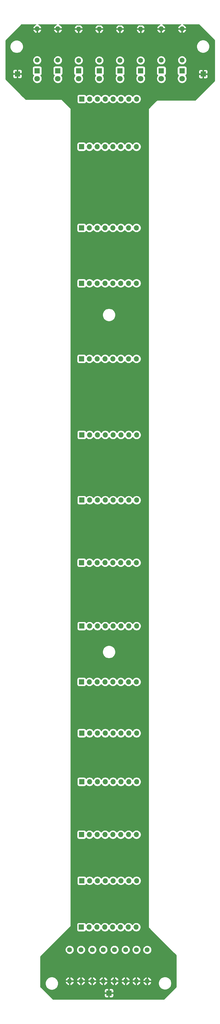
<source format=gbr>
%TF.GenerationSoftware,KiCad,Pcbnew,(5.1.9-0-10_14)*%
%TF.CreationDate,2021-04-22T00:26:26-04:00*%
%TF.ProjectId,bus-board,6275732d-626f-4617-9264-2e6b69636164,rev?*%
%TF.SameCoordinates,Original*%
%TF.FileFunction,Copper,L2,Bot*%
%TF.FilePolarity,Positive*%
%FSLAX46Y46*%
G04 Gerber Fmt 4.6, Leading zero omitted, Abs format (unit mm)*
G04 Created by KiCad (PCBNEW (5.1.9-0-10_14)) date 2021-04-22 00:26:26*
%MOMM*%
%LPD*%
G01*
G04 APERTURE LIST*
%TA.AperFunction,ComponentPad*%
%ADD10R,1.700000X1.700000*%
%TD*%
%TA.AperFunction,ComponentPad*%
%ADD11O,1.700000X1.700000*%
%TD*%
%TA.AperFunction,ComponentPad*%
%ADD12O,1.600000X1.600000*%
%TD*%
%TA.AperFunction,ComponentPad*%
%ADD13C,1.600000*%
%TD*%
%TA.AperFunction,ComponentPad*%
%ADD14C,1.800000*%
%TD*%
%TA.AperFunction,ComponentPad*%
%ADD15R,1.800000X1.800000*%
%TD*%
%TA.AperFunction,Conductor*%
%ADD16C,0.254000*%
%TD*%
%TA.AperFunction,Conductor*%
%ADD17C,0.100000*%
%TD*%
G04 APERTURE END LIST*
D10*
%TO.P,J18,1*%
%TO.N,GND*%
X91795600Y127660400D03*
%TD*%
%TO.P,J17,1*%
%TO.N,GND*%
X151993600Y127609600D03*
%TD*%
D11*
%TO.P,J16,8*%
%TO.N,Net-(D8-Pad2)*%
X130352800Y104089200D03*
%TO.P,J16,7*%
%TO.N,Net-(D7-Pad2)*%
X127812800Y104089200D03*
%TO.P,J16,6*%
%TO.N,Net-(D6-Pad2)*%
X125272800Y104089200D03*
%TO.P,J16,5*%
%TO.N,Net-(D5-Pad2)*%
X122732800Y104089200D03*
%TO.P,J16,4*%
%TO.N,Net-(D4-Pad2)*%
X120192800Y104089200D03*
%TO.P,J16,3*%
%TO.N,Net-(D3-Pad2)*%
X117652800Y104089200D03*
%TO.P,J16,2*%
%TO.N,Net-(D2-Pad2)*%
X115112800Y104089200D03*
D10*
%TO.P,J16,1*%
%TO.N,Net-(D1-Pad2)*%
X112572800Y104089200D03*
%TD*%
D11*
%TO.P,J15,8*%
%TO.N,Net-(D8-Pad2)*%
X130352800Y77774800D03*
%TO.P,J15,7*%
%TO.N,Net-(D7-Pad2)*%
X127812800Y77774800D03*
%TO.P,J15,6*%
%TO.N,Net-(D6-Pad2)*%
X125272800Y77774800D03*
%TO.P,J15,5*%
%TO.N,Net-(D5-Pad2)*%
X122732800Y77774800D03*
%TO.P,J15,4*%
%TO.N,Net-(D4-Pad2)*%
X120192800Y77774800D03*
%TO.P,J15,3*%
%TO.N,Net-(D3-Pad2)*%
X117652800Y77774800D03*
%TO.P,J15,2*%
%TO.N,Net-(D2-Pad2)*%
X115112800Y77774800D03*
D10*
%TO.P,J15,1*%
%TO.N,Net-(D1-Pad2)*%
X112572800Y77774800D03*
%TD*%
D11*
%TO.P,J14,8*%
%TO.N,Net-(D8-Pad2)*%
X130352800Y59842400D03*
%TO.P,J14,7*%
%TO.N,Net-(D7-Pad2)*%
X127812800Y59842400D03*
%TO.P,J14,6*%
%TO.N,Net-(D6-Pad2)*%
X125272800Y59842400D03*
%TO.P,J14,5*%
%TO.N,Net-(D5-Pad2)*%
X122732800Y59842400D03*
%TO.P,J14,4*%
%TO.N,Net-(D4-Pad2)*%
X120192800Y59842400D03*
%TO.P,J14,3*%
%TO.N,Net-(D3-Pad2)*%
X117652800Y59842400D03*
%TO.P,J14,2*%
%TO.N,Net-(D2-Pad2)*%
X115112800Y59842400D03*
D10*
%TO.P,J14,1*%
%TO.N,Net-(D1-Pad2)*%
X112572800Y59842400D03*
%TD*%
D11*
%TO.P,J13,8*%
%TO.N,Net-(D8-Pad2)*%
X130352800Y35356800D03*
%TO.P,J13,7*%
%TO.N,Net-(D7-Pad2)*%
X127812800Y35356800D03*
%TO.P,J13,6*%
%TO.N,Net-(D6-Pad2)*%
X125272800Y35356800D03*
%TO.P,J13,5*%
%TO.N,Net-(D5-Pad2)*%
X122732800Y35356800D03*
%TO.P,J13,4*%
%TO.N,Net-(D4-Pad2)*%
X120192800Y35356800D03*
%TO.P,J13,3*%
%TO.N,Net-(D3-Pad2)*%
X117652800Y35356800D03*
%TO.P,J13,2*%
%TO.N,Net-(D2-Pad2)*%
X115112800Y35356800D03*
D10*
%TO.P,J13,1*%
%TO.N,Net-(D1-Pad2)*%
X112572800Y35356800D03*
%TD*%
D12*
%TO.P,R16,2*%
%TO.N,GND*%
X145135600Y142240000D03*
D13*
%TO.P,R16,1*%
%TO.N,Net-(D8-Pad1)*%
X145135600Y132080000D03*
%TD*%
D12*
%TO.P,R15,2*%
%TO.N,GND*%
X138379200Y142240000D03*
D13*
%TO.P,R15,1*%
%TO.N,Net-(D7-Pad1)*%
X138379200Y132080000D03*
%TD*%
D12*
%TO.P,R14,2*%
%TO.N,GND*%
X131724400Y142189200D03*
D13*
%TO.P,R14,1*%
%TO.N,Net-(D6-Pad1)*%
X131724400Y132029200D03*
%TD*%
D12*
%TO.P,R13,2*%
%TO.N,GND*%
X125018800Y142189200D03*
D13*
%TO.P,R13,1*%
%TO.N,Net-(D5-Pad1)*%
X125018800Y132029200D03*
%TD*%
D12*
%TO.P,R12,2*%
%TO.N,GND*%
X118313200Y142189200D03*
D13*
%TO.P,R12,1*%
%TO.N,Net-(D4-Pad1)*%
X118313200Y132029200D03*
%TD*%
D12*
%TO.P,R11,2*%
%TO.N,GND*%
X111607600Y142189200D03*
D13*
%TO.P,R11,1*%
%TO.N,Net-(D3-Pad1)*%
X111607600Y132029200D03*
%TD*%
D12*
%TO.P,R10,2*%
%TO.N,GND*%
X104902000Y142240000D03*
D13*
%TO.P,R10,1*%
%TO.N,Net-(D2-Pad1)*%
X104902000Y132080000D03*
%TD*%
D12*
%TO.P,R9,2*%
%TO.N,GND*%
X98196400Y142240000D03*
D13*
%TO.P,R9,1*%
%TO.N,Net-(D1-Pad1)*%
X98196400Y132080000D03*
%TD*%
D14*
%TO.P,D8,2*%
%TO.N,Net-(D8-Pad2)*%
X145135600Y126136400D03*
D15*
%TO.P,D8,1*%
%TO.N,Net-(D8-Pad1)*%
X145135600Y128676400D03*
%TD*%
D14*
%TO.P,D7,2*%
%TO.N,Net-(D7-Pad2)*%
X138430000Y126136400D03*
D15*
%TO.P,D7,1*%
%TO.N,Net-(D7-Pad1)*%
X138430000Y128676400D03*
%TD*%
D14*
%TO.P,D6,2*%
%TO.N,Net-(D6-Pad2)*%
X131724400Y126136400D03*
D15*
%TO.P,D6,1*%
%TO.N,Net-(D6-Pad1)*%
X131724400Y128676400D03*
%TD*%
D14*
%TO.P,D5,2*%
%TO.N,Net-(D5-Pad2)*%
X125018800Y126136400D03*
D15*
%TO.P,D5,1*%
%TO.N,Net-(D5-Pad1)*%
X125018800Y128676400D03*
%TD*%
D14*
%TO.P,D4,2*%
%TO.N,Net-(D4-Pad2)*%
X118313200Y126136400D03*
D15*
%TO.P,D4,1*%
%TO.N,Net-(D4-Pad1)*%
X118313200Y128676400D03*
%TD*%
D14*
%TO.P,D3,2*%
%TO.N,Net-(D3-Pad2)*%
X111607600Y126136400D03*
D15*
%TO.P,D3,1*%
%TO.N,Net-(D3-Pad1)*%
X111607600Y128676400D03*
%TD*%
D14*
%TO.P,D2,2*%
%TO.N,Net-(D2-Pad2)*%
X104902000Y126136400D03*
D15*
%TO.P,D2,1*%
%TO.N,Net-(D2-Pad1)*%
X104902000Y128676400D03*
%TD*%
D14*
%TO.P,D1,2*%
%TO.N,Net-(D1-Pad2)*%
X98196400Y126136400D03*
D15*
%TO.P,D1,1*%
%TO.N,Net-(D1-Pad1)*%
X98196400Y128676400D03*
%TD*%
D11*
%TO.P,J12,8*%
%TO.N,Net-(D8-Pad2)*%
X130403600Y10718800D03*
%TO.P,J12,7*%
%TO.N,Net-(D7-Pad2)*%
X127863600Y10718800D03*
%TO.P,J12,6*%
%TO.N,Net-(D6-Pad2)*%
X125323600Y10718800D03*
%TO.P,J12,5*%
%TO.N,Net-(D5-Pad2)*%
X122783600Y10718800D03*
%TO.P,J12,4*%
%TO.N,Net-(D4-Pad2)*%
X120243600Y10718800D03*
%TO.P,J12,3*%
%TO.N,Net-(D3-Pad2)*%
X117703600Y10718800D03*
%TO.P,J12,2*%
%TO.N,Net-(D2-Pad2)*%
X115163600Y10718800D03*
D10*
%TO.P,J12,1*%
%TO.N,Net-(D1-Pad2)*%
X112623600Y10718800D03*
%TD*%
%TO.P,J11,1*%
%TO.N,GND*%
X121462800Y-170129200D03*
%TD*%
D12*
%TO.P,R8,2*%
%TO.N,GND*%
X133858000Y-166268400D03*
D13*
%TO.P,R8,1*%
%TO.N,Net-(D8-Pad2)*%
X133858000Y-156108400D03*
%TD*%
D12*
%TO.P,R7,2*%
%TO.N,GND*%
X130352800Y-166217600D03*
D13*
%TO.P,R7,1*%
%TO.N,Net-(D7-Pad2)*%
X130352800Y-156057600D03*
%TD*%
D12*
%TO.P,R6,2*%
%TO.N,GND*%
X126847600Y-166217600D03*
D13*
%TO.P,R6,1*%
%TO.N,Net-(D6-Pad2)*%
X126847600Y-156057600D03*
%TD*%
D12*
%TO.P,R5,2*%
%TO.N,GND*%
X123240800Y-166217600D03*
D13*
%TO.P,R5,1*%
%TO.N,Net-(D5-Pad2)*%
X123240800Y-156057600D03*
%TD*%
D12*
%TO.P,R4,2*%
%TO.N,GND*%
X119634000Y-166217600D03*
D13*
%TO.P,R4,1*%
%TO.N,Net-(D4-Pad2)*%
X119634000Y-156057600D03*
%TD*%
D12*
%TO.P,R3,2*%
%TO.N,GND*%
X116027200Y-166217600D03*
D13*
%TO.P,R3,1*%
%TO.N,Net-(D3-Pad2)*%
X116027200Y-156057600D03*
%TD*%
D12*
%TO.P,R2,2*%
%TO.N,GND*%
X112369600Y-166217600D03*
D13*
%TO.P,R2,1*%
%TO.N,Net-(D2-Pad2)*%
X112369600Y-156057600D03*
%TD*%
D12*
%TO.P,R1,2*%
%TO.N,GND*%
X108712000Y-166217600D03*
D13*
%TO.P,R1,1*%
%TO.N,Net-(D1-Pad2)*%
X108712000Y-156057600D03*
%TD*%
D11*
%TO.P,J10,8*%
%TO.N,Net-(D8-Pad2)*%
X130403600Y-133705600D03*
%TO.P,J10,7*%
%TO.N,Net-(D7-Pad2)*%
X127863600Y-133705600D03*
%TO.P,J10,6*%
%TO.N,Net-(D6-Pad2)*%
X125323600Y-133705600D03*
%TO.P,J10,5*%
%TO.N,Net-(D5-Pad2)*%
X122783600Y-133705600D03*
%TO.P,J10,4*%
%TO.N,Net-(D4-Pad2)*%
X120243600Y-133705600D03*
%TO.P,J10,3*%
%TO.N,Net-(D3-Pad2)*%
X117703600Y-133705600D03*
%TO.P,J10,2*%
%TO.N,Net-(D2-Pad2)*%
X115163600Y-133705600D03*
D10*
%TO.P,J10,1*%
%TO.N,Net-(D1-Pad2)*%
X112623600Y-133705600D03*
%TD*%
D11*
%TO.P,J9,8*%
%TO.N,Net-(D8-Pad2)*%
X130302000Y-148742400D03*
%TO.P,J9,7*%
%TO.N,Net-(D7-Pad2)*%
X127762000Y-148742400D03*
%TO.P,J9,6*%
%TO.N,Net-(D6-Pad2)*%
X125222000Y-148742400D03*
%TO.P,J9,5*%
%TO.N,Net-(D5-Pad2)*%
X122682000Y-148742400D03*
%TO.P,J9,4*%
%TO.N,Net-(D4-Pad2)*%
X120142000Y-148742400D03*
%TO.P,J9,3*%
%TO.N,Net-(D3-Pad2)*%
X117602000Y-148742400D03*
%TO.P,J9,2*%
%TO.N,Net-(D2-Pad2)*%
X115062000Y-148742400D03*
D10*
%TO.P,J9,1*%
%TO.N,Net-(D1-Pad2)*%
X112522000Y-148742400D03*
%TD*%
D11*
%TO.P,J8,8*%
%TO.N,Net-(D8-Pad2)*%
X130403600Y-85902800D03*
%TO.P,J8,7*%
%TO.N,Net-(D7-Pad2)*%
X127863600Y-85902800D03*
%TO.P,J8,6*%
%TO.N,Net-(D6-Pad2)*%
X125323600Y-85902800D03*
%TO.P,J8,5*%
%TO.N,Net-(D5-Pad2)*%
X122783600Y-85902800D03*
%TO.P,J8,4*%
%TO.N,Net-(D4-Pad2)*%
X120243600Y-85902800D03*
%TO.P,J8,3*%
%TO.N,Net-(D3-Pad2)*%
X117703600Y-85902800D03*
%TO.P,J8,2*%
%TO.N,Net-(D2-Pad2)*%
X115163600Y-85902800D03*
D10*
%TO.P,J8,1*%
%TO.N,Net-(D1-Pad2)*%
X112623600Y-85902800D03*
%TD*%
D11*
%TO.P,J7,8*%
%TO.N,Net-(D8-Pad2)*%
X130403600Y-101650800D03*
%TO.P,J7,7*%
%TO.N,Net-(D7-Pad2)*%
X127863600Y-101650800D03*
%TO.P,J7,6*%
%TO.N,Net-(D6-Pad2)*%
X125323600Y-101650800D03*
%TO.P,J7,5*%
%TO.N,Net-(D5-Pad2)*%
X122783600Y-101650800D03*
%TO.P,J7,4*%
%TO.N,Net-(D4-Pad2)*%
X120243600Y-101650800D03*
%TO.P,J7,3*%
%TO.N,Net-(D3-Pad2)*%
X117703600Y-101650800D03*
%TO.P,J7,2*%
%TO.N,Net-(D2-Pad2)*%
X115163600Y-101650800D03*
D10*
%TO.P,J7,1*%
%TO.N,Net-(D1-Pad2)*%
X112623600Y-101650800D03*
%TD*%
D11*
%TO.P,J6,8*%
%TO.N,Net-(D8-Pad2)*%
X130352800Y-69291200D03*
%TO.P,J6,7*%
%TO.N,Net-(D7-Pad2)*%
X127812800Y-69291200D03*
%TO.P,J6,6*%
%TO.N,Net-(D6-Pad2)*%
X125272800Y-69291200D03*
%TO.P,J6,5*%
%TO.N,Net-(D5-Pad2)*%
X122732800Y-69291200D03*
%TO.P,J6,4*%
%TO.N,Net-(D4-Pad2)*%
X120192800Y-69291200D03*
%TO.P,J6,3*%
%TO.N,Net-(D3-Pad2)*%
X117652800Y-69291200D03*
%TO.P,J6,2*%
%TO.N,Net-(D2-Pad2)*%
X115112800Y-69291200D03*
D10*
%TO.P,J6,1*%
%TO.N,Net-(D1-Pad2)*%
X112572800Y-69291200D03*
%TD*%
D11*
%TO.P,J5,8*%
%TO.N,Net-(D8-Pad2)*%
X130403600Y-51206400D03*
%TO.P,J5,7*%
%TO.N,Net-(D7-Pad2)*%
X127863600Y-51206400D03*
%TO.P,J5,6*%
%TO.N,Net-(D6-Pad2)*%
X125323600Y-51206400D03*
%TO.P,J5,5*%
%TO.N,Net-(D5-Pad2)*%
X122783600Y-51206400D03*
%TO.P,J5,4*%
%TO.N,Net-(D4-Pad2)*%
X120243600Y-51206400D03*
%TO.P,J5,3*%
%TO.N,Net-(D3-Pad2)*%
X117703600Y-51206400D03*
%TO.P,J5,2*%
%TO.N,Net-(D2-Pad2)*%
X115163600Y-51206400D03*
D10*
%TO.P,J5,1*%
%TO.N,Net-(D1-Pad2)*%
X112623600Y-51206400D03*
%TD*%
D11*
%TO.P,J4,8*%
%TO.N,Net-(D8-Pad2)*%
X130352800Y-30683200D03*
%TO.P,J4,7*%
%TO.N,Net-(D7-Pad2)*%
X127812800Y-30683200D03*
%TO.P,J4,6*%
%TO.N,Net-(D6-Pad2)*%
X125272800Y-30683200D03*
%TO.P,J4,5*%
%TO.N,Net-(D5-Pad2)*%
X122732800Y-30683200D03*
%TO.P,J4,4*%
%TO.N,Net-(D4-Pad2)*%
X120192800Y-30683200D03*
%TO.P,J4,3*%
%TO.N,Net-(D3-Pad2)*%
X117652800Y-30683200D03*
%TO.P,J4,2*%
%TO.N,Net-(D2-Pad2)*%
X115112800Y-30683200D03*
D10*
%TO.P,J4,1*%
%TO.N,Net-(D1-Pad2)*%
X112572800Y-30683200D03*
%TD*%
D11*
%TO.P,J3,8*%
%TO.N,Net-(D8-Pad2)*%
X130403600Y-10414000D03*
%TO.P,J3,7*%
%TO.N,Net-(D7-Pad2)*%
X127863600Y-10414000D03*
%TO.P,J3,6*%
%TO.N,Net-(D6-Pad2)*%
X125323600Y-10414000D03*
%TO.P,J3,5*%
%TO.N,Net-(D5-Pad2)*%
X122783600Y-10414000D03*
%TO.P,J3,4*%
%TO.N,Net-(D4-Pad2)*%
X120243600Y-10414000D03*
%TO.P,J3,3*%
%TO.N,Net-(D3-Pad2)*%
X117703600Y-10414000D03*
%TO.P,J3,2*%
%TO.N,Net-(D2-Pad2)*%
X115163600Y-10414000D03*
D10*
%TO.P,J3,1*%
%TO.N,Net-(D1-Pad2)*%
X112623600Y-10414000D03*
%TD*%
D11*
%TO.P,J2,8*%
%TO.N,Net-(D8-Pad2)*%
X130403600Y119532400D03*
%TO.P,J2,7*%
%TO.N,Net-(D7-Pad2)*%
X127863600Y119532400D03*
%TO.P,J2,6*%
%TO.N,Net-(D6-Pad2)*%
X125323600Y119532400D03*
%TO.P,J2,5*%
%TO.N,Net-(D5-Pad2)*%
X122783600Y119532400D03*
%TO.P,J2,4*%
%TO.N,Net-(D4-Pad2)*%
X120243600Y119532400D03*
%TO.P,J2,3*%
%TO.N,Net-(D3-Pad2)*%
X117703600Y119532400D03*
%TO.P,J2,2*%
%TO.N,Net-(D2-Pad2)*%
X115163600Y119532400D03*
D10*
%TO.P,J2,1*%
%TO.N,Net-(D1-Pad2)*%
X112623600Y119532400D03*
%TD*%
D11*
%TO.P,J1,8*%
%TO.N,Net-(D8-Pad2)*%
X130352800Y-118770400D03*
%TO.P,J1,7*%
%TO.N,Net-(D7-Pad2)*%
X127812800Y-118770400D03*
%TO.P,J1,6*%
%TO.N,Net-(D6-Pad2)*%
X125272800Y-118770400D03*
%TO.P,J1,5*%
%TO.N,Net-(D5-Pad2)*%
X122732800Y-118770400D03*
%TO.P,J1,4*%
%TO.N,Net-(D4-Pad2)*%
X120192800Y-118770400D03*
%TO.P,J1,3*%
%TO.N,Net-(D3-Pad2)*%
X117652800Y-118770400D03*
%TO.P,J1,2*%
%TO.N,Net-(D2-Pad2)*%
X115112800Y-118770400D03*
D10*
%TO.P,J1,1*%
%TO.N,Net-(D1-Pad2)*%
X112572800Y-118770400D03*
%TD*%
D16*
%TO.N,GND*%
X97713313Y143591246D02*
X97458980Y143471037D01*
X97232986Y143303519D01*
X97044015Y143095131D01*
X96899330Y142853881D01*
X96804491Y142589040D01*
X96925776Y142367000D01*
X98069400Y142367000D01*
X98069400Y142387000D01*
X98323400Y142387000D01*
X98323400Y142367000D01*
X99467024Y142367000D01*
X99588309Y142589040D01*
X99493470Y142853881D01*
X99348785Y143095131D01*
X99159814Y143303519D01*
X98933820Y143471037D01*
X98679487Y143591246D01*
X98611062Y143612000D01*
X104487338Y143612000D01*
X104418913Y143591246D01*
X104164580Y143471037D01*
X103938586Y143303519D01*
X103749615Y143095131D01*
X103604930Y142853881D01*
X103510091Y142589040D01*
X103631376Y142367000D01*
X104775000Y142367000D01*
X104775000Y142387000D01*
X105029000Y142387000D01*
X105029000Y142367000D01*
X106172624Y142367000D01*
X106293909Y142589040D01*
X106199070Y142853881D01*
X106054385Y143095131D01*
X105865414Y143303519D01*
X105639420Y143471037D01*
X105385087Y143591246D01*
X105316662Y143612000D01*
X111480598Y143612000D01*
X111480598Y143459116D01*
X111258561Y143581104D01*
X111124513Y143540446D01*
X110870180Y143420237D01*
X110644186Y143252719D01*
X110455215Y143044331D01*
X110310530Y142803081D01*
X110215691Y142538240D01*
X110336976Y142316200D01*
X111480600Y142316200D01*
X111480600Y142336200D01*
X111734600Y142336200D01*
X111734600Y142316200D01*
X112878224Y142316200D01*
X112999509Y142538240D01*
X112904670Y142803081D01*
X112759985Y143044331D01*
X112571014Y143252719D01*
X112345020Y143420237D01*
X112090687Y143540446D01*
X111956639Y143581104D01*
X111734602Y143459116D01*
X111734602Y143612000D01*
X118186198Y143612000D01*
X118186198Y143459116D01*
X117964161Y143581104D01*
X117830113Y143540446D01*
X117575780Y143420237D01*
X117349786Y143252719D01*
X117160815Y143044331D01*
X117016130Y142803081D01*
X116921291Y142538240D01*
X117042576Y142316200D01*
X118186200Y142316200D01*
X118186200Y142336200D01*
X118440200Y142336200D01*
X118440200Y142316200D01*
X119583824Y142316200D01*
X119705109Y142538240D01*
X119610270Y142803081D01*
X119465585Y143044331D01*
X119276614Y143252719D01*
X119050620Y143420237D01*
X118796287Y143540446D01*
X118662239Y143581104D01*
X118440202Y143459116D01*
X118440202Y143612000D01*
X124891798Y143612000D01*
X124891798Y143459116D01*
X124669761Y143581104D01*
X124535713Y143540446D01*
X124281380Y143420237D01*
X124055386Y143252719D01*
X123866415Y143044331D01*
X123721730Y142803081D01*
X123626891Y142538240D01*
X123748176Y142316200D01*
X124891800Y142316200D01*
X124891800Y142336200D01*
X125145800Y142336200D01*
X125145800Y142316200D01*
X126289424Y142316200D01*
X126410709Y142538240D01*
X126315870Y142803081D01*
X126171185Y143044331D01*
X125982214Y143252719D01*
X125756220Y143420237D01*
X125501887Y143540446D01*
X125367839Y143581104D01*
X125145802Y143459116D01*
X125145802Y143612000D01*
X131597398Y143612000D01*
X131597398Y143459116D01*
X131375361Y143581104D01*
X131241313Y143540446D01*
X130986980Y143420237D01*
X130760986Y143252719D01*
X130572015Y143044331D01*
X130427330Y142803081D01*
X130332491Y142538240D01*
X130453776Y142316200D01*
X131597400Y142316200D01*
X131597400Y142336200D01*
X131851400Y142336200D01*
X131851400Y142316200D01*
X132995024Y142316200D01*
X133116309Y142538240D01*
X133021470Y142803081D01*
X132876785Y143044331D01*
X132687814Y143252719D01*
X132461820Y143420237D01*
X132207487Y143540446D01*
X132073439Y143581104D01*
X131851402Y143459116D01*
X131851402Y143612000D01*
X137964538Y143612000D01*
X137896113Y143591246D01*
X137641780Y143471037D01*
X137415786Y143303519D01*
X137226815Y143095131D01*
X137082130Y142853881D01*
X136987291Y142589040D01*
X137108576Y142367000D01*
X138252200Y142367000D01*
X138252200Y142387000D01*
X138506200Y142387000D01*
X138506200Y142367000D01*
X139649824Y142367000D01*
X139771109Y142589040D01*
X139676270Y142853881D01*
X139531585Y143095131D01*
X139342614Y143303519D01*
X139116620Y143471037D01*
X138862287Y143591246D01*
X138793862Y143612000D01*
X144720938Y143612000D01*
X144652513Y143591246D01*
X144398180Y143471037D01*
X144172186Y143303519D01*
X143983215Y143095131D01*
X143838530Y142853881D01*
X143743691Y142589040D01*
X143864976Y142367000D01*
X145008600Y142367000D01*
X145008600Y142387000D01*
X145262600Y142387000D01*
X145262600Y142367000D01*
X146406224Y142367000D01*
X146527509Y142589040D01*
X146432670Y142853881D01*
X146287985Y143095131D01*
X146099014Y143303519D01*
X145873020Y143471037D01*
X145618687Y143591246D01*
X145550262Y143612000D01*
X150602620Y143612000D01*
X155651600Y138563019D01*
X155651601Y125444582D01*
X149383420Y119176400D01*
X137344808Y119176400D01*
X137312399Y119179592D01*
X137279990Y119176400D01*
X137279981Y119176400D01*
X137183017Y119166850D01*
X137058607Y119129110D01*
X136943950Y119067825D01*
X136843452Y118985348D01*
X136822786Y118960166D01*
X134481032Y116618412D01*
X134455853Y116597748D01*
X134435189Y116572569D01*
X134435186Y116572566D01*
X134373375Y116497250D01*
X134312090Y116382592D01*
X134274351Y116258182D01*
X134261608Y116128800D01*
X134264801Y116096381D01*
X134264800Y19641219D01*
X134264800Y19641218D01*
X134264801Y-148659181D01*
X134261608Y-148691600D01*
X134274351Y-148820982D01*
X134312090Y-148945392D01*
X134373375Y-149060050D01*
X134435186Y-149135366D01*
X134435189Y-149135369D01*
X134455853Y-149160548D01*
X134481032Y-149181212D01*
X136970232Y-151670413D01*
X136970238Y-151670418D01*
X143205600Y-157905781D01*
X143205601Y-168128618D01*
X139223420Y-172110800D01*
X103346580Y-172110800D01*
X102214980Y-170979200D01*
X119974728Y-170979200D01*
X119986988Y-171103682D01*
X120023298Y-171223380D01*
X120082263Y-171333694D01*
X120161615Y-171430385D01*
X120258306Y-171509737D01*
X120368620Y-171568702D01*
X120488318Y-171605012D01*
X120612800Y-171617272D01*
X121177050Y-171614200D01*
X121335800Y-171455450D01*
X121335800Y-170256200D01*
X121589800Y-170256200D01*
X121589800Y-171455450D01*
X121748550Y-171614200D01*
X122312800Y-171617272D01*
X122437282Y-171605012D01*
X122556980Y-171568702D01*
X122667294Y-171509737D01*
X122763985Y-171430385D01*
X122843337Y-171333694D01*
X122902302Y-171223380D01*
X122938612Y-171103682D01*
X122950872Y-170979200D01*
X122947800Y-170414950D01*
X122789050Y-170256200D01*
X121589800Y-170256200D01*
X121335800Y-170256200D01*
X120136550Y-170256200D01*
X119977800Y-170414950D01*
X119974728Y-170979200D01*
X102214980Y-170979200D01*
X100514980Y-169279200D01*
X119974728Y-169279200D01*
X119977800Y-169843450D01*
X120136550Y-170002200D01*
X121335800Y-170002200D01*
X121335800Y-168802950D01*
X121589800Y-168802950D01*
X121589800Y-170002200D01*
X122789050Y-170002200D01*
X122947800Y-169843450D01*
X122950872Y-169279200D01*
X122938612Y-169154718D01*
X122902302Y-169035020D01*
X122843337Y-168924706D01*
X122763985Y-168828015D01*
X122667294Y-168748663D01*
X122556980Y-168689698D01*
X122437282Y-168653388D01*
X122312800Y-168641128D01*
X121748550Y-168644200D01*
X121589800Y-168802950D01*
X121335800Y-168802950D01*
X121177050Y-168644200D01*
X120612800Y-168641128D01*
X120488318Y-168653388D01*
X120368620Y-168689698D01*
X120258306Y-168748663D01*
X120161615Y-168828015D01*
X120082263Y-168924706D01*
X120023298Y-169035020D01*
X119986988Y-169154718D01*
X119974728Y-169279200D01*
X100514980Y-169279200D01*
X99313600Y-168077820D01*
X99313600Y-166769321D01*
X100785800Y-166769321D01*
X100785800Y-167189879D01*
X100867847Y-167602356D01*
X101028788Y-167990902D01*
X101262437Y-168340583D01*
X101559817Y-168637963D01*
X101909498Y-168871612D01*
X102298044Y-169032553D01*
X102710521Y-169114600D01*
X103131079Y-169114600D01*
X103543556Y-169032553D01*
X103932102Y-168871612D01*
X104281783Y-168637963D01*
X104579163Y-168340583D01*
X104812812Y-167990902D01*
X104973753Y-167602356D01*
X105055800Y-167189879D01*
X105055800Y-166769321D01*
X105015485Y-166566640D01*
X107320091Y-166566640D01*
X107414930Y-166831481D01*
X107559615Y-167072731D01*
X107748586Y-167281119D01*
X107974580Y-167448637D01*
X108228913Y-167568846D01*
X108362961Y-167609504D01*
X108585000Y-167487515D01*
X108585000Y-166344600D01*
X108839000Y-166344600D01*
X108839000Y-167487515D01*
X109061039Y-167609504D01*
X109195087Y-167568846D01*
X109449420Y-167448637D01*
X109675414Y-167281119D01*
X109864385Y-167072731D01*
X110009070Y-166831481D01*
X110103909Y-166566640D01*
X110977691Y-166566640D01*
X111072530Y-166831481D01*
X111217215Y-167072731D01*
X111406186Y-167281119D01*
X111632180Y-167448637D01*
X111886513Y-167568846D01*
X112020561Y-167609504D01*
X112242600Y-167487515D01*
X112242600Y-166344600D01*
X112496600Y-166344600D01*
X112496600Y-167487515D01*
X112718639Y-167609504D01*
X112852687Y-167568846D01*
X113107020Y-167448637D01*
X113333014Y-167281119D01*
X113521985Y-167072731D01*
X113666670Y-166831481D01*
X113761509Y-166566640D01*
X114635291Y-166566640D01*
X114730130Y-166831481D01*
X114874815Y-167072731D01*
X115063786Y-167281119D01*
X115289780Y-167448637D01*
X115544113Y-167568846D01*
X115678161Y-167609504D01*
X115900200Y-167487515D01*
X115900200Y-166344600D01*
X116154200Y-166344600D01*
X116154200Y-167487515D01*
X116376239Y-167609504D01*
X116510287Y-167568846D01*
X116764620Y-167448637D01*
X116990614Y-167281119D01*
X117179585Y-167072731D01*
X117324270Y-166831481D01*
X117419109Y-166566640D01*
X118242091Y-166566640D01*
X118336930Y-166831481D01*
X118481615Y-167072731D01*
X118670586Y-167281119D01*
X118896580Y-167448637D01*
X119150913Y-167568846D01*
X119284961Y-167609504D01*
X119507000Y-167487515D01*
X119507000Y-166344600D01*
X119761000Y-166344600D01*
X119761000Y-167487515D01*
X119983039Y-167609504D01*
X120117087Y-167568846D01*
X120371420Y-167448637D01*
X120597414Y-167281119D01*
X120786385Y-167072731D01*
X120931070Y-166831481D01*
X121025909Y-166566640D01*
X121848891Y-166566640D01*
X121943730Y-166831481D01*
X122088415Y-167072731D01*
X122277386Y-167281119D01*
X122503380Y-167448637D01*
X122757713Y-167568846D01*
X122891761Y-167609504D01*
X123113800Y-167487515D01*
X123113800Y-166344600D01*
X123367800Y-166344600D01*
X123367800Y-167487515D01*
X123589839Y-167609504D01*
X123723887Y-167568846D01*
X123978220Y-167448637D01*
X124204214Y-167281119D01*
X124393185Y-167072731D01*
X124537870Y-166831481D01*
X124632709Y-166566640D01*
X125455691Y-166566640D01*
X125550530Y-166831481D01*
X125695215Y-167072731D01*
X125884186Y-167281119D01*
X126110180Y-167448637D01*
X126364513Y-167568846D01*
X126498561Y-167609504D01*
X126720600Y-167487515D01*
X126720600Y-166344600D01*
X126974600Y-166344600D01*
X126974600Y-167487515D01*
X127196639Y-167609504D01*
X127330687Y-167568846D01*
X127585020Y-167448637D01*
X127811014Y-167281119D01*
X127999985Y-167072731D01*
X128144670Y-166831481D01*
X128239509Y-166566640D01*
X128960891Y-166566640D01*
X129055730Y-166831481D01*
X129200415Y-167072731D01*
X129389386Y-167281119D01*
X129615380Y-167448637D01*
X129869713Y-167568846D01*
X130003761Y-167609504D01*
X130225800Y-167487515D01*
X130225800Y-166344600D01*
X130479800Y-166344600D01*
X130479800Y-167487515D01*
X130701839Y-167609504D01*
X130835887Y-167568846D01*
X131090220Y-167448637D01*
X131316214Y-167281119D01*
X131505185Y-167072731D01*
X131649870Y-166831481D01*
X131726517Y-166617440D01*
X132466091Y-166617440D01*
X132560930Y-166882281D01*
X132705615Y-167123531D01*
X132894586Y-167331919D01*
X133120580Y-167499437D01*
X133374913Y-167619646D01*
X133508961Y-167660304D01*
X133731000Y-167538315D01*
X133731000Y-166395400D01*
X133985000Y-166395400D01*
X133985000Y-167538315D01*
X134207039Y-167660304D01*
X134341087Y-167619646D01*
X134595420Y-167499437D01*
X134821414Y-167331919D01*
X135010385Y-167123531D01*
X135155070Y-166882281D01*
X135213712Y-166718521D01*
X137463400Y-166718521D01*
X137463400Y-167139079D01*
X137545447Y-167551556D01*
X137706388Y-167940102D01*
X137940037Y-168289783D01*
X138237417Y-168587163D01*
X138587098Y-168820812D01*
X138975644Y-168981753D01*
X139388121Y-169063800D01*
X139808679Y-169063800D01*
X140221156Y-168981753D01*
X140609702Y-168820812D01*
X140959383Y-168587163D01*
X141256763Y-168289783D01*
X141490412Y-167940102D01*
X141651353Y-167551556D01*
X141733400Y-167139079D01*
X141733400Y-166718521D01*
X141651353Y-166306044D01*
X141490412Y-165917498D01*
X141256763Y-165567817D01*
X140959383Y-165270437D01*
X140609702Y-165036788D01*
X140221156Y-164875847D01*
X139808679Y-164793800D01*
X139388121Y-164793800D01*
X138975644Y-164875847D01*
X138587098Y-165036788D01*
X138237417Y-165270437D01*
X137940037Y-165567817D01*
X137706388Y-165917498D01*
X137545447Y-166306044D01*
X137463400Y-166718521D01*
X135213712Y-166718521D01*
X135249909Y-166617440D01*
X135128624Y-166395400D01*
X133985000Y-166395400D01*
X133731000Y-166395400D01*
X132587376Y-166395400D01*
X132466091Y-166617440D01*
X131726517Y-166617440D01*
X131744709Y-166566640D01*
X131623424Y-166344600D01*
X130479800Y-166344600D01*
X130225800Y-166344600D01*
X129082176Y-166344600D01*
X128960891Y-166566640D01*
X128239509Y-166566640D01*
X128118224Y-166344600D01*
X126974600Y-166344600D01*
X126720600Y-166344600D01*
X125576976Y-166344600D01*
X125455691Y-166566640D01*
X124632709Y-166566640D01*
X124511424Y-166344600D01*
X123367800Y-166344600D01*
X123113800Y-166344600D01*
X121970176Y-166344600D01*
X121848891Y-166566640D01*
X121025909Y-166566640D01*
X120904624Y-166344600D01*
X119761000Y-166344600D01*
X119507000Y-166344600D01*
X118363376Y-166344600D01*
X118242091Y-166566640D01*
X117419109Y-166566640D01*
X117297824Y-166344600D01*
X116154200Y-166344600D01*
X115900200Y-166344600D01*
X114756576Y-166344600D01*
X114635291Y-166566640D01*
X113761509Y-166566640D01*
X113640224Y-166344600D01*
X112496600Y-166344600D01*
X112242600Y-166344600D01*
X111098976Y-166344600D01*
X110977691Y-166566640D01*
X110103909Y-166566640D01*
X109982624Y-166344600D01*
X108839000Y-166344600D01*
X108585000Y-166344600D01*
X107441376Y-166344600D01*
X107320091Y-166566640D01*
X105015485Y-166566640D01*
X104973753Y-166356844D01*
X104812812Y-165968298D01*
X104746170Y-165868560D01*
X107320091Y-165868560D01*
X107441376Y-166090600D01*
X108585000Y-166090600D01*
X108585000Y-164947685D01*
X108839000Y-164947685D01*
X108839000Y-166090600D01*
X109982624Y-166090600D01*
X110103909Y-165868560D01*
X110977691Y-165868560D01*
X111098976Y-166090600D01*
X112242600Y-166090600D01*
X112242600Y-164947685D01*
X112496600Y-164947685D01*
X112496600Y-166090600D01*
X113640224Y-166090600D01*
X113761509Y-165868560D01*
X114635291Y-165868560D01*
X114756576Y-166090600D01*
X115900200Y-166090600D01*
X115900200Y-164947685D01*
X116154200Y-164947685D01*
X116154200Y-166090600D01*
X117297824Y-166090600D01*
X117419109Y-165868560D01*
X118242091Y-165868560D01*
X118363376Y-166090600D01*
X119507000Y-166090600D01*
X119507000Y-164947685D01*
X119761000Y-164947685D01*
X119761000Y-166090600D01*
X120904624Y-166090600D01*
X121025909Y-165868560D01*
X121848891Y-165868560D01*
X121970176Y-166090600D01*
X123113800Y-166090600D01*
X123113800Y-164947685D01*
X123367800Y-164947685D01*
X123367800Y-166090600D01*
X124511424Y-166090600D01*
X124632709Y-165868560D01*
X125455691Y-165868560D01*
X125576976Y-166090600D01*
X126720600Y-166090600D01*
X126720600Y-164947685D01*
X126974600Y-164947685D01*
X126974600Y-166090600D01*
X128118224Y-166090600D01*
X128239509Y-165868560D01*
X128960891Y-165868560D01*
X129082176Y-166090600D01*
X130225800Y-166090600D01*
X130225800Y-164947685D01*
X130479800Y-164947685D01*
X130479800Y-166090600D01*
X131623424Y-166090600D01*
X131716960Y-165919360D01*
X132466091Y-165919360D01*
X132587376Y-166141400D01*
X133731000Y-166141400D01*
X133731000Y-164998485D01*
X133985000Y-164998485D01*
X133985000Y-166141400D01*
X135128624Y-166141400D01*
X135249909Y-165919360D01*
X135155070Y-165654519D01*
X135010385Y-165413269D01*
X134821414Y-165204881D01*
X134595420Y-165037363D01*
X134341087Y-164917154D01*
X134207039Y-164876496D01*
X133985000Y-164998485D01*
X133731000Y-164998485D01*
X133508961Y-164876496D01*
X133374913Y-164917154D01*
X133120580Y-165037363D01*
X132894586Y-165204881D01*
X132705615Y-165413269D01*
X132560930Y-165654519D01*
X132466091Y-165919360D01*
X131716960Y-165919360D01*
X131744709Y-165868560D01*
X131649870Y-165603719D01*
X131505185Y-165362469D01*
X131316214Y-165154081D01*
X131090220Y-164986563D01*
X130835887Y-164866354D01*
X130701839Y-164825696D01*
X130479800Y-164947685D01*
X130225800Y-164947685D01*
X130003761Y-164825696D01*
X129869713Y-164866354D01*
X129615380Y-164986563D01*
X129389386Y-165154081D01*
X129200415Y-165362469D01*
X129055730Y-165603719D01*
X128960891Y-165868560D01*
X128239509Y-165868560D01*
X128144670Y-165603719D01*
X127999985Y-165362469D01*
X127811014Y-165154081D01*
X127585020Y-164986563D01*
X127330687Y-164866354D01*
X127196639Y-164825696D01*
X126974600Y-164947685D01*
X126720600Y-164947685D01*
X126498561Y-164825696D01*
X126364513Y-164866354D01*
X126110180Y-164986563D01*
X125884186Y-165154081D01*
X125695215Y-165362469D01*
X125550530Y-165603719D01*
X125455691Y-165868560D01*
X124632709Y-165868560D01*
X124537870Y-165603719D01*
X124393185Y-165362469D01*
X124204214Y-165154081D01*
X123978220Y-164986563D01*
X123723887Y-164866354D01*
X123589839Y-164825696D01*
X123367800Y-164947685D01*
X123113800Y-164947685D01*
X122891761Y-164825696D01*
X122757713Y-164866354D01*
X122503380Y-164986563D01*
X122277386Y-165154081D01*
X122088415Y-165362469D01*
X121943730Y-165603719D01*
X121848891Y-165868560D01*
X121025909Y-165868560D01*
X120931070Y-165603719D01*
X120786385Y-165362469D01*
X120597414Y-165154081D01*
X120371420Y-164986563D01*
X120117087Y-164866354D01*
X119983039Y-164825696D01*
X119761000Y-164947685D01*
X119507000Y-164947685D01*
X119284961Y-164825696D01*
X119150913Y-164866354D01*
X118896580Y-164986563D01*
X118670586Y-165154081D01*
X118481615Y-165362469D01*
X118336930Y-165603719D01*
X118242091Y-165868560D01*
X117419109Y-165868560D01*
X117324270Y-165603719D01*
X117179585Y-165362469D01*
X116990614Y-165154081D01*
X116764620Y-164986563D01*
X116510287Y-164866354D01*
X116376239Y-164825696D01*
X116154200Y-164947685D01*
X115900200Y-164947685D01*
X115678161Y-164825696D01*
X115544113Y-164866354D01*
X115289780Y-164986563D01*
X115063786Y-165154081D01*
X114874815Y-165362469D01*
X114730130Y-165603719D01*
X114635291Y-165868560D01*
X113761509Y-165868560D01*
X113666670Y-165603719D01*
X113521985Y-165362469D01*
X113333014Y-165154081D01*
X113107020Y-164986563D01*
X112852687Y-164866354D01*
X112718639Y-164825696D01*
X112496600Y-164947685D01*
X112242600Y-164947685D01*
X112020561Y-164825696D01*
X111886513Y-164866354D01*
X111632180Y-164986563D01*
X111406186Y-165154081D01*
X111217215Y-165362469D01*
X111072530Y-165603719D01*
X110977691Y-165868560D01*
X110103909Y-165868560D01*
X110009070Y-165603719D01*
X109864385Y-165362469D01*
X109675414Y-165154081D01*
X109449420Y-164986563D01*
X109195087Y-164866354D01*
X109061039Y-164825696D01*
X108839000Y-164947685D01*
X108585000Y-164947685D01*
X108362961Y-164825696D01*
X108228913Y-164866354D01*
X107974580Y-164986563D01*
X107748586Y-165154081D01*
X107559615Y-165362469D01*
X107414930Y-165603719D01*
X107320091Y-165868560D01*
X104746170Y-165868560D01*
X104579163Y-165618617D01*
X104281783Y-165321237D01*
X103932102Y-165087588D01*
X103543556Y-164926647D01*
X103131079Y-164844600D01*
X102710521Y-164844600D01*
X102298044Y-164926647D01*
X101909498Y-165087588D01*
X101559817Y-165321237D01*
X101262437Y-165618617D01*
X101028788Y-165968298D01*
X100867847Y-166356844D01*
X100785800Y-166769321D01*
X99313600Y-166769321D01*
X99313600Y-158261380D01*
X101658715Y-155916265D01*
X107277000Y-155916265D01*
X107277000Y-156198935D01*
X107332147Y-156476174D01*
X107440320Y-156737327D01*
X107597363Y-156972359D01*
X107797241Y-157172237D01*
X108032273Y-157329280D01*
X108293426Y-157437453D01*
X108570665Y-157492600D01*
X108853335Y-157492600D01*
X109130574Y-157437453D01*
X109391727Y-157329280D01*
X109626759Y-157172237D01*
X109826637Y-156972359D01*
X109983680Y-156737327D01*
X110091853Y-156476174D01*
X110147000Y-156198935D01*
X110147000Y-155916265D01*
X110934600Y-155916265D01*
X110934600Y-156198935D01*
X110989747Y-156476174D01*
X111097920Y-156737327D01*
X111254963Y-156972359D01*
X111454841Y-157172237D01*
X111689873Y-157329280D01*
X111951026Y-157437453D01*
X112228265Y-157492600D01*
X112510935Y-157492600D01*
X112788174Y-157437453D01*
X113049327Y-157329280D01*
X113284359Y-157172237D01*
X113484237Y-156972359D01*
X113641280Y-156737327D01*
X113749453Y-156476174D01*
X113804600Y-156198935D01*
X113804600Y-155916265D01*
X114592200Y-155916265D01*
X114592200Y-156198935D01*
X114647347Y-156476174D01*
X114755520Y-156737327D01*
X114912563Y-156972359D01*
X115112441Y-157172237D01*
X115347473Y-157329280D01*
X115608626Y-157437453D01*
X115885865Y-157492600D01*
X116168535Y-157492600D01*
X116445774Y-157437453D01*
X116706927Y-157329280D01*
X116941959Y-157172237D01*
X117141837Y-156972359D01*
X117298880Y-156737327D01*
X117407053Y-156476174D01*
X117462200Y-156198935D01*
X117462200Y-155916265D01*
X118199000Y-155916265D01*
X118199000Y-156198935D01*
X118254147Y-156476174D01*
X118362320Y-156737327D01*
X118519363Y-156972359D01*
X118719241Y-157172237D01*
X118954273Y-157329280D01*
X119215426Y-157437453D01*
X119492665Y-157492600D01*
X119775335Y-157492600D01*
X120052574Y-157437453D01*
X120313727Y-157329280D01*
X120548759Y-157172237D01*
X120748637Y-156972359D01*
X120905680Y-156737327D01*
X121013853Y-156476174D01*
X121069000Y-156198935D01*
X121069000Y-155916265D01*
X121805800Y-155916265D01*
X121805800Y-156198935D01*
X121860947Y-156476174D01*
X121969120Y-156737327D01*
X122126163Y-156972359D01*
X122326041Y-157172237D01*
X122561073Y-157329280D01*
X122822226Y-157437453D01*
X123099465Y-157492600D01*
X123382135Y-157492600D01*
X123659374Y-157437453D01*
X123920527Y-157329280D01*
X124155559Y-157172237D01*
X124355437Y-156972359D01*
X124512480Y-156737327D01*
X124620653Y-156476174D01*
X124675800Y-156198935D01*
X124675800Y-155916265D01*
X125412600Y-155916265D01*
X125412600Y-156198935D01*
X125467747Y-156476174D01*
X125575920Y-156737327D01*
X125732963Y-156972359D01*
X125932841Y-157172237D01*
X126167873Y-157329280D01*
X126429026Y-157437453D01*
X126706265Y-157492600D01*
X126988935Y-157492600D01*
X127266174Y-157437453D01*
X127527327Y-157329280D01*
X127762359Y-157172237D01*
X127962237Y-156972359D01*
X128119280Y-156737327D01*
X128227453Y-156476174D01*
X128282600Y-156198935D01*
X128282600Y-155916265D01*
X128917800Y-155916265D01*
X128917800Y-156198935D01*
X128972947Y-156476174D01*
X129081120Y-156737327D01*
X129238163Y-156972359D01*
X129438041Y-157172237D01*
X129673073Y-157329280D01*
X129934226Y-157437453D01*
X130211465Y-157492600D01*
X130494135Y-157492600D01*
X130771374Y-157437453D01*
X131032527Y-157329280D01*
X131267559Y-157172237D01*
X131467437Y-156972359D01*
X131624480Y-156737327D01*
X131732653Y-156476174D01*
X131787800Y-156198935D01*
X131787800Y-155967065D01*
X132423000Y-155967065D01*
X132423000Y-156249735D01*
X132478147Y-156526974D01*
X132586320Y-156788127D01*
X132743363Y-157023159D01*
X132943241Y-157223037D01*
X133178273Y-157380080D01*
X133439426Y-157488253D01*
X133716665Y-157543400D01*
X133999335Y-157543400D01*
X134276574Y-157488253D01*
X134537727Y-157380080D01*
X134772759Y-157223037D01*
X134972637Y-157023159D01*
X135129680Y-156788127D01*
X135237853Y-156526974D01*
X135293000Y-156249735D01*
X135293000Y-155967065D01*
X135237853Y-155689826D01*
X135129680Y-155428673D01*
X134972637Y-155193641D01*
X134772759Y-154993763D01*
X134537727Y-154836720D01*
X134276574Y-154728547D01*
X133999335Y-154673400D01*
X133716665Y-154673400D01*
X133439426Y-154728547D01*
X133178273Y-154836720D01*
X132943241Y-154993763D01*
X132743363Y-155193641D01*
X132586320Y-155428673D01*
X132478147Y-155689826D01*
X132423000Y-155967065D01*
X131787800Y-155967065D01*
X131787800Y-155916265D01*
X131732653Y-155639026D01*
X131624480Y-155377873D01*
X131467437Y-155142841D01*
X131267559Y-154942963D01*
X131032527Y-154785920D01*
X130771374Y-154677747D01*
X130494135Y-154622600D01*
X130211465Y-154622600D01*
X129934226Y-154677747D01*
X129673073Y-154785920D01*
X129438041Y-154942963D01*
X129238163Y-155142841D01*
X129081120Y-155377873D01*
X128972947Y-155639026D01*
X128917800Y-155916265D01*
X128282600Y-155916265D01*
X128227453Y-155639026D01*
X128119280Y-155377873D01*
X127962237Y-155142841D01*
X127762359Y-154942963D01*
X127527327Y-154785920D01*
X127266174Y-154677747D01*
X126988935Y-154622600D01*
X126706265Y-154622600D01*
X126429026Y-154677747D01*
X126167873Y-154785920D01*
X125932841Y-154942963D01*
X125732963Y-155142841D01*
X125575920Y-155377873D01*
X125467747Y-155639026D01*
X125412600Y-155916265D01*
X124675800Y-155916265D01*
X124620653Y-155639026D01*
X124512480Y-155377873D01*
X124355437Y-155142841D01*
X124155559Y-154942963D01*
X123920527Y-154785920D01*
X123659374Y-154677747D01*
X123382135Y-154622600D01*
X123099465Y-154622600D01*
X122822226Y-154677747D01*
X122561073Y-154785920D01*
X122326041Y-154942963D01*
X122126163Y-155142841D01*
X121969120Y-155377873D01*
X121860947Y-155639026D01*
X121805800Y-155916265D01*
X121069000Y-155916265D01*
X121013853Y-155639026D01*
X120905680Y-155377873D01*
X120748637Y-155142841D01*
X120548759Y-154942963D01*
X120313727Y-154785920D01*
X120052574Y-154677747D01*
X119775335Y-154622600D01*
X119492665Y-154622600D01*
X119215426Y-154677747D01*
X118954273Y-154785920D01*
X118719241Y-154942963D01*
X118519363Y-155142841D01*
X118362320Y-155377873D01*
X118254147Y-155639026D01*
X118199000Y-155916265D01*
X117462200Y-155916265D01*
X117407053Y-155639026D01*
X117298880Y-155377873D01*
X117141837Y-155142841D01*
X116941959Y-154942963D01*
X116706927Y-154785920D01*
X116445774Y-154677747D01*
X116168535Y-154622600D01*
X115885865Y-154622600D01*
X115608626Y-154677747D01*
X115347473Y-154785920D01*
X115112441Y-154942963D01*
X114912563Y-155142841D01*
X114755520Y-155377873D01*
X114647347Y-155639026D01*
X114592200Y-155916265D01*
X113804600Y-155916265D01*
X113749453Y-155639026D01*
X113641280Y-155377873D01*
X113484237Y-155142841D01*
X113284359Y-154942963D01*
X113049327Y-154785920D01*
X112788174Y-154677747D01*
X112510935Y-154622600D01*
X112228265Y-154622600D01*
X111951026Y-154677747D01*
X111689873Y-154785920D01*
X111454841Y-154942963D01*
X111254963Y-155142841D01*
X111097920Y-155377873D01*
X110989747Y-155639026D01*
X110934600Y-155916265D01*
X110147000Y-155916265D01*
X110091853Y-155639026D01*
X109983680Y-155377873D01*
X109826637Y-155142841D01*
X109626759Y-154942963D01*
X109391727Y-154785920D01*
X109130574Y-154677747D01*
X108853335Y-154622600D01*
X108570665Y-154622600D01*
X108293426Y-154677747D01*
X108032273Y-154785920D01*
X107797241Y-154942963D01*
X107597363Y-155142841D01*
X107440320Y-155377873D01*
X107332147Y-155639026D01*
X107277000Y-155916265D01*
X101658715Y-155916265D01*
X108901770Y-148673211D01*
X108926948Y-148652548D01*
X109009425Y-148552050D01*
X109070710Y-148437393D01*
X109108450Y-148312983D01*
X109118000Y-148216019D01*
X109118000Y-148216010D01*
X109121192Y-148183601D01*
X109118000Y-148151192D01*
X109118000Y-147892400D01*
X111033928Y-147892400D01*
X111033928Y-149592400D01*
X111046188Y-149716882D01*
X111082498Y-149836580D01*
X111141463Y-149946894D01*
X111220815Y-150043585D01*
X111317506Y-150122937D01*
X111427820Y-150181902D01*
X111547518Y-150218212D01*
X111672000Y-150230472D01*
X113372000Y-150230472D01*
X113496482Y-150218212D01*
X113616180Y-150181902D01*
X113726494Y-150122937D01*
X113823185Y-150043585D01*
X113902537Y-149946894D01*
X113961502Y-149836580D01*
X113983513Y-149764020D01*
X114115368Y-149895875D01*
X114358589Y-150058390D01*
X114628842Y-150170332D01*
X114915740Y-150227400D01*
X115208260Y-150227400D01*
X115495158Y-150170332D01*
X115765411Y-150058390D01*
X116008632Y-149895875D01*
X116215475Y-149689032D01*
X116332000Y-149514640D01*
X116448525Y-149689032D01*
X116655368Y-149895875D01*
X116898589Y-150058390D01*
X117168842Y-150170332D01*
X117455740Y-150227400D01*
X117748260Y-150227400D01*
X118035158Y-150170332D01*
X118305411Y-150058390D01*
X118548632Y-149895875D01*
X118755475Y-149689032D01*
X118872000Y-149514640D01*
X118988525Y-149689032D01*
X119195368Y-149895875D01*
X119438589Y-150058390D01*
X119708842Y-150170332D01*
X119995740Y-150227400D01*
X120288260Y-150227400D01*
X120575158Y-150170332D01*
X120845411Y-150058390D01*
X121088632Y-149895875D01*
X121295475Y-149689032D01*
X121412000Y-149514640D01*
X121528525Y-149689032D01*
X121735368Y-149895875D01*
X121978589Y-150058390D01*
X122248842Y-150170332D01*
X122535740Y-150227400D01*
X122828260Y-150227400D01*
X123115158Y-150170332D01*
X123385411Y-150058390D01*
X123628632Y-149895875D01*
X123835475Y-149689032D01*
X123952000Y-149514640D01*
X124068525Y-149689032D01*
X124275368Y-149895875D01*
X124518589Y-150058390D01*
X124788842Y-150170332D01*
X125075740Y-150227400D01*
X125368260Y-150227400D01*
X125655158Y-150170332D01*
X125925411Y-150058390D01*
X126168632Y-149895875D01*
X126375475Y-149689032D01*
X126492000Y-149514640D01*
X126608525Y-149689032D01*
X126815368Y-149895875D01*
X127058589Y-150058390D01*
X127328842Y-150170332D01*
X127615740Y-150227400D01*
X127908260Y-150227400D01*
X128195158Y-150170332D01*
X128465411Y-150058390D01*
X128708632Y-149895875D01*
X128915475Y-149689032D01*
X129032000Y-149514640D01*
X129148525Y-149689032D01*
X129355368Y-149895875D01*
X129598589Y-150058390D01*
X129868842Y-150170332D01*
X130155740Y-150227400D01*
X130448260Y-150227400D01*
X130735158Y-150170332D01*
X131005411Y-150058390D01*
X131248632Y-149895875D01*
X131455475Y-149689032D01*
X131617990Y-149445811D01*
X131729932Y-149175558D01*
X131787000Y-148888660D01*
X131787000Y-148596140D01*
X131729932Y-148309242D01*
X131617990Y-148038989D01*
X131455475Y-147795768D01*
X131248632Y-147588925D01*
X131005411Y-147426410D01*
X130735158Y-147314468D01*
X130448260Y-147257400D01*
X130155740Y-147257400D01*
X129868842Y-147314468D01*
X129598589Y-147426410D01*
X129355368Y-147588925D01*
X129148525Y-147795768D01*
X129032000Y-147970160D01*
X128915475Y-147795768D01*
X128708632Y-147588925D01*
X128465411Y-147426410D01*
X128195158Y-147314468D01*
X127908260Y-147257400D01*
X127615740Y-147257400D01*
X127328842Y-147314468D01*
X127058589Y-147426410D01*
X126815368Y-147588925D01*
X126608525Y-147795768D01*
X126492000Y-147970160D01*
X126375475Y-147795768D01*
X126168632Y-147588925D01*
X125925411Y-147426410D01*
X125655158Y-147314468D01*
X125368260Y-147257400D01*
X125075740Y-147257400D01*
X124788842Y-147314468D01*
X124518589Y-147426410D01*
X124275368Y-147588925D01*
X124068525Y-147795768D01*
X123952000Y-147970160D01*
X123835475Y-147795768D01*
X123628632Y-147588925D01*
X123385411Y-147426410D01*
X123115158Y-147314468D01*
X122828260Y-147257400D01*
X122535740Y-147257400D01*
X122248842Y-147314468D01*
X121978589Y-147426410D01*
X121735368Y-147588925D01*
X121528525Y-147795768D01*
X121412000Y-147970160D01*
X121295475Y-147795768D01*
X121088632Y-147588925D01*
X120845411Y-147426410D01*
X120575158Y-147314468D01*
X120288260Y-147257400D01*
X119995740Y-147257400D01*
X119708842Y-147314468D01*
X119438589Y-147426410D01*
X119195368Y-147588925D01*
X118988525Y-147795768D01*
X118872000Y-147970160D01*
X118755475Y-147795768D01*
X118548632Y-147588925D01*
X118305411Y-147426410D01*
X118035158Y-147314468D01*
X117748260Y-147257400D01*
X117455740Y-147257400D01*
X117168842Y-147314468D01*
X116898589Y-147426410D01*
X116655368Y-147588925D01*
X116448525Y-147795768D01*
X116332000Y-147970160D01*
X116215475Y-147795768D01*
X116008632Y-147588925D01*
X115765411Y-147426410D01*
X115495158Y-147314468D01*
X115208260Y-147257400D01*
X114915740Y-147257400D01*
X114628842Y-147314468D01*
X114358589Y-147426410D01*
X114115368Y-147588925D01*
X113983513Y-147720780D01*
X113961502Y-147648220D01*
X113902537Y-147537906D01*
X113823185Y-147441215D01*
X113726494Y-147361863D01*
X113616180Y-147302898D01*
X113496482Y-147266588D01*
X113372000Y-147254328D01*
X111672000Y-147254328D01*
X111547518Y-147266588D01*
X111427820Y-147302898D01*
X111317506Y-147361863D01*
X111220815Y-147441215D01*
X111141463Y-147537906D01*
X111082498Y-147648220D01*
X111046188Y-147767918D01*
X111033928Y-147892400D01*
X109118000Y-147892400D01*
X109118000Y-132855600D01*
X111135528Y-132855600D01*
X111135528Y-134555600D01*
X111147788Y-134680082D01*
X111184098Y-134799780D01*
X111243063Y-134910094D01*
X111322415Y-135006785D01*
X111419106Y-135086137D01*
X111529420Y-135145102D01*
X111649118Y-135181412D01*
X111773600Y-135193672D01*
X113473600Y-135193672D01*
X113598082Y-135181412D01*
X113717780Y-135145102D01*
X113828094Y-135086137D01*
X113924785Y-135006785D01*
X114004137Y-134910094D01*
X114063102Y-134799780D01*
X114085113Y-134727220D01*
X114216968Y-134859075D01*
X114460189Y-135021590D01*
X114730442Y-135133532D01*
X115017340Y-135190600D01*
X115309860Y-135190600D01*
X115596758Y-135133532D01*
X115867011Y-135021590D01*
X116110232Y-134859075D01*
X116317075Y-134652232D01*
X116433600Y-134477840D01*
X116550125Y-134652232D01*
X116756968Y-134859075D01*
X117000189Y-135021590D01*
X117270442Y-135133532D01*
X117557340Y-135190600D01*
X117849860Y-135190600D01*
X118136758Y-135133532D01*
X118407011Y-135021590D01*
X118650232Y-134859075D01*
X118857075Y-134652232D01*
X118973600Y-134477840D01*
X119090125Y-134652232D01*
X119296968Y-134859075D01*
X119540189Y-135021590D01*
X119810442Y-135133532D01*
X120097340Y-135190600D01*
X120389860Y-135190600D01*
X120676758Y-135133532D01*
X120947011Y-135021590D01*
X121190232Y-134859075D01*
X121397075Y-134652232D01*
X121513600Y-134477840D01*
X121630125Y-134652232D01*
X121836968Y-134859075D01*
X122080189Y-135021590D01*
X122350442Y-135133532D01*
X122637340Y-135190600D01*
X122929860Y-135190600D01*
X123216758Y-135133532D01*
X123487011Y-135021590D01*
X123730232Y-134859075D01*
X123937075Y-134652232D01*
X124053600Y-134477840D01*
X124170125Y-134652232D01*
X124376968Y-134859075D01*
X124620189Y-135021590D01*
X124890442Y-135133532D01*
X125177340Y-135190600D01*
X125469860Y-135190600D01*
X125756758Y-135133532D01*
X126027011Y-135021590D01*
X126270232Y-134859075D01*
X126477075Y-134652232D01*
X126593600Y-134477840D01*
X126710125Y-134652232D01*
X126916968Y-134859075D01*
X127160189Y-135021590D01*
X127430442Y-135133532D01*
X127717340Y-135190600D01*
X128009860Y-135190600D01*
X128296758Y-135133532D01*
X128567011Y-135021590D01*
X128810232Y-134859075D01*
X129017075Y-134652232D01*
X129133600Y-134477840D01*
X129250125Y-134652232D01*
X129456968Y-134859075D01*
X129700189Y-135021590D01*
X129970442Y-135133532D01*
X130257340Y-135190600D01*
X130549860Y-135190600D01*
X130836758Y-135133532D01*
X131107011Y-135021590D01*
X131350232Y-134859075D01*
X131557075Y-134652232D01*
X131719590Y-134409011D01*
X131831532Y-134138758D01*
X131888600Y-133851860D01*
X131888600Y-133559340D01*
X131831532Y-133272442D01*
X131719590Y-133002189D01*
X131557075Y-132758968D01*
X131350232Y-132552125D01*
X131107011Y-132389610D01*
X130836758Y-132277668D01*
X130549860Y-132220600D01*
X130257340Y-132220600D01*
X129970442Y-132277668D01*
X129700189Y-132389610D01*
X129456968Y-132552125D01*
X129250125Y-132758968D01*
X129133600Y-132933360D01*
X129017075Y-132758968D01*
X128810232Y-132552125D01*
X128567011Y-132389610D01*
X128296758Y-132277668D01*
X128009860Y-132220600D01*
X127717340Y-132220600D01*
X127430442Y-132277668D01*
X127160189Y-132389610D01*
X126916968Y-132552125D01*
X126710125Y-132758968D01*
X126593600Y-132933360D01*
X126477075Y-132758968D01*
X126270232Y-132552125D01*
X126027011Y-132389610D01*
X125756758Y-132277668D01*
X125469860Y-132220600D01*
X125177340Y-132220600D01*
X124890442Y-132277668D01*
X124620189Y-132389610D01*
X124376968Y-132552125D01*
X124170125Y-132758968D01*
X124053600Y-132933360D01*
X123937075Y-132758968D01*
X123730232Y-132552125D01*
X123487011Y-132389610D01*
X123216758Y-132277668D01*
X122929860Y-132220600D01*
X122637340Y-132220600D01*
X122350442Y-132277668D01*
X122080189Y-132389610D01*
X121836968Y-132552125D01*
X121630125Y-132758968D01*
X121513600Y-132933360D01*
X121397075Y-132758968D01*
X121190232Y-132552125D01*
X120947011Y-132389610D01*
X120676758Y-132277668D01*
X120389860Y-132220600D01*
X120097340Y-132220600D01*
X119810442Y-132277668D01*
X119540189Y-132389610D01*
X119296968Y-132552125D01*
X119090125Y-132758968D01*
X118973600Y-132933360D01*
X118857075Y-132758968D01*
X118650232Y-132552125D01*
X118407011Y-132389610D01*
X118136758Y-132277668D01*
X117849860Y-132220600D01*
X117557340Y-132220600D01*
X117270442Y-132277668D01*
X117000189Y-132389610D01*
X116756968Y-132552125D01*
X116550125Y-132758968D01*
X116433600Y-132933360D01*
X116317075Y-132758968D01*
X116110232Y-132552125D01*
X115867011Y-132389610D01*
X115596758Y-132277668D01*
X115309860Y-132220600D01*
X115017340Y-132220600D01*
X114730442Y-132277668D01*
X114460189Y-132389610D01*
X114216968Y-132552125D01*
X114085113Y-132683980D01*
X114063102Y-132611420D01*
X114004137Y-132501106D01*
X113924785Y-132404415D01*
X113828094Y-132325063D01*
X113717780Y-132266098D01*
X113598082Y-132229788D01*
X113473600Y-132217528D01*
X111773600Y-132217528D01*
X111649118Y-132229788D01*
X111529420Y-132266098D01*
X111419106Y-132325063D01*
X111322415Y-132404415D01*
X111243063Y-132501106D01*
X111184098Y-132611420D01*
X111147788Y-132731118D01*
X111135528Y-132855600D01*
X109118000Y-132855600D01*
X109118000Y-117920400D01*
X111084728Y-117920400D01*
X111084728Y-119620400D01*
X111096988Y-119744882D01*
X111133298Y-119864580D01*
X111192263Y-119974894D01*
X111271615Y-120071585D01*
X111368306Y-120150937D01*
X111478620Y-120209902D01*
X111598318Y-120246212D01*
X111722800Y-120258472D01*
X113422800Y-120258472D01*
X113547282Y-120246212D01*
X113666980Y-120209902D01*
X113777294Y-120150937D01*
X113873985Y-120071585D01*
X113953337Y-119974894D01*
X114012302Y-119864580D01*
X114034313Y-119792020D01*
X114166168Y-119923875D01*
X114409389Y-120086390D01*
X114679642Y-120198332D01*
X114966540Y-120255400D01*
X115259060Y-120255400D01*
X115545958Y-120198332D01*
X115816211Y-120086390D01*
X116059432Y-119923875D01*
X116266275Y-119717032D01*
X116382800Y-119542640D01*
X116499325Y-119717032D01*
X116706168Y-119923875D01*
X116949389Y-120086390D01*
X117219642Y-120198332D01*
X117506540Y-120255400D01*
X117799060Y-120255400D01*
X118085958Y-120198332D01*
X118356211Y-120086390D01*
X118599432Y-119923875D01*
X118806275Y-119717032D01*
X118922800Y-119542640D01*
X119039325Y-119717032D01*
X119246168Y-119923875D01*
X119489389Y-120086390D01*
X119759642Y-120198332D01*
X120046540Y-120255400D01*
X120339060Y-120255400D01*
X120625958Y-120198332D01*
X120896211Y-120086390D01*
X121139432Y-119923875D01*
X121346275Y-119717032D01*
X121462800Y-119542640D01*
X121579325Y-119717032D01*
X121786168Y-119923875D01*
X122029389Y-120086390D01*
X122299642Y-120198332D01*
X122586540Y-120255400D01*
X122879060Y-120255400D01*
X123165958Y-120198332D01*
X123436211Y-120086390D01*
X123679432Y-119923875D01*
X123886275Y-119717032D01*
X124002800Y-119542640D01*
X124119325Y-119717032D01*
X124326168Y-119923875D01*
X124569389Y-120086390D01*
X124839642Y-120198332D01*
X125126540Y-120255400D01*
X125419060Y-120255400D01*
X125705958Y-120198332D01*
X125976211Y-120086390D01*
X126219432Y-119923875D01*
X126426275Y-119717032D01*
X126542800Y-119542640D01*
X126659325Y-119717032D01*
X126866168Y-119923875D01*
X127109389Y-120086390D01*
X127379642Y-120198332D01*
X127666540Y-120255400D01*
X127959060Y-120255400D01*
X128245958Y-120198332D01*
X128516211Y-120086390D01*
X128759432Y-119923875D01*
X128966275Y-119717032D01*
X129082800Y-119542640D01*
X129199325Y-119717032D01*
X129406168Y-119923875D01*
X129649389Y-120086390D01*
X129919642Y-120198332D01*
X130206540Y-120255400D01*
X130499060Y-120255400D01*
X130785958Y-120198332D01*
X131056211Y-120086390D01*
X131299432Y-119923875D01*
X131506275Y-119717032D01*
X131668790Y-119473811D01*
X131780732Y-119203558D01*
X131837800Y-118916660D01*
X131837800Y-118624140D01*
X131780732Y-118337242D01*
X131668790Y-118066989D01*
X131506275Y-117823768D01*
X131299432Y-117616925D01*
X131056211Y-117454410D01*
X130785958Y-117342468D01*
X130499060Y-117285400D01*
X130206540Y-117285400D01*
X129919642Y-117342468D01*
X129649389Y-117454410D01*
X129406168Y-117616925D01*
X129199325Y-117823768D01*
X129082800Y-117998160D01*
X128966275Y-117823768D01*
X128759432Y-117616925D01*
X128516211Y-117454410D01*
X128245958Y-117342468D01*
X127959060Y-117285400D01*
X127666540Y-117285400D01*
X127379642Y-117342468D01*
X127109389Y-117454410D01*
X126866168Y-117616925D01*
X126659325Y-117823768D01*
X126542800Y-117998160D01*
X126426275Y-117823768D01*
X126219432Y-117616925D01*
X125976211Y-117454410D01*
X125705958Y-117342468D01*
X125419060Y-117285400D01*
X125126540Y-117285400D01*
X124839642Y-117342468D01*
X124569389Y-117454410D01*
X124326168Y-117616925D01*
X124119325Y-117823768D01*
X124002800Y-117998160D01*
X123886275Y-117823768D01*
X123679432Y-117616925D01*
X123436211Y-117454410D01*
X123165958Y-117342468D01*
X122879060Y-117285400D01*
X122586540Y-117285400D01*
X122299642Y-117342468D01*
X122029389Y-117454410D01*
X121786168Y-117616925D01*
X121579325Y-117823768D01*
X121462800Y-117998160D01*
X121346275Y-117823768D01*
X121139432Y-117616925D01*
X120896211Y-117454410D01*
X120625958Y-117342468D01*
X120339060Y-117285400D01*
X120046540Y-117285400D01*
X119759642Y-117342468D01*
X119489389Y-117454410D01*
X119246168Y-117616925D01*
X119039325Y-117823768D01*
X118922800Y-117998160D01*
X118806275Y-117823768D01*
X118599432Y-117616925D01*
X118356211Y-117454410D01*
X118085958Y-117342468D01*
X117799060Y-117285400D01*
X117506540Y-117285400D01*
X117219642Y-117342468D01*
X116949389Y-117454410D01*
X116706168Y-117616925D01*
X116499325Y-117823768D01*
X116382800Y-117998160D01*
X116266275Y-117823768D01*
X116059432Y-117616925D01*
X115816211Y-117454410D01*
X115545958Y-117342468D01*
X115259060Y-117285400D01*
X114966540Y-117285400D01*
X114679642Y-117342468D01*
X114409389Y-117454410D01*
X114166168Y-117616925D01*
X114034313Y-117748780D01*
X114012302Y-117676220D01*
X113953337Y-117565906D01*
X113873985Y-117469215D01*
X113777294Y-117389863D01*
X113666980Y-117330898D01*
X113547282Y-117294588D01*
X113422800Y-117282328D01*
X111722800Y-117282328D01*
X111598318Y-117294588D01*
X111478620Y-117330898D01*
X111368306Y-117389863D01*
X111271615Y-117469215D01*
X111192263Y-117565906D01*
X111133298Y-117676220D01*
X111096988Y-117795918D01*
X111084728Y-117920400D01*
X109118000Y-117920400D01*
X109118000Y-100800800D01*
X111135528Y-100800800D01*
X111135528Y-102500800D01*
X111147788Y-102625282D01*
X111184098Y-102744980D01*
X111243063Y-102855294D01*
X111322415Y-102951985D01*
X111419106Y-103031337D01*
X111529420Y-103090302D01*
X111649118Y-103126612D01*
X111773600Y-103138872D01*
X113473600Y-103138872D01*
X113598082Y-103126612D01*
X113717780Y-103090302D01*
X113828094Y-103031337D01*
X113924785Y-102951985D01*
X114004137Y-102855294D01*
X114063102Y-102744980D01*
X114085113Y-102672420D01*
X114216968Y-102804275D01*
X114460189Y-102966790D01*
X114730442Y-103078732D01*
X115017340Y-103135800D01*
X115309860Y-103135800D01*
X115596758Y-103078732D01*
X115867011Y-102966790D01*
X116110232Y-102804275D01*
X116317075Y-102597432D01*
X116433600Y-102423040D01*
X116550125Y-102597432D01*
X116756968Y-102804275D01*
X117000189Y-102966790D01*
X117270442Y-103078732D01*
X117557340Y-103135800D01*
X117849860Y-103135800D01*
X118136758Y-103078732D01*
X118407011Y-102966790D01*
X118650232Y-102804275D01*
X118857075Y-102597432D01*
X118973600Y-102423040D01*
X119090125Y-102597432D01*
X119296968Y-102804275D01*
X119540189Y-102966790D01*
X119810442Y-103078732D01*
X120097340Y-103135800D01*
X120389860Y-103135800D01*
X120676758Y-103078732D01*
X120947011Y-102966790D01*
X121190232Y-102804275D01*
X121397075Y-102597432D01*
X121513600Y-102423040D01*
X121630125Y-102597432D01*
X121836968Y-102804275D01*
X122080189Y-102966790D01*
X122350442Y-103078732D01*
X122637340Y-103135800D01*
X122929860Y-103135800D01*
X123216758Y-103078732D01*
X123487011Y-102966790D01*
X123730232Y-102804275D01*
X123937075Y-102597432D01*
X124053600Y-102423040D01*
X124170125Y-102597432D01*
X124376968Y-102804275D01*
X124620189Y-102966790D01*
X124890442Y-103078732D01*
X125177340Y-103135800D01*
X125469860Y-103135800D01*
X125756758Y-103078732D01*
X126027011Y-102966790D01*
X126270232Y-102804275D01*
X126477075Y-102597432D01*
X126593600Y-102423040D01*
X126710125Y-102597432D01*
X126916968Y-102804275D01*
X127160189Y-102966790D01*
X127430442Y-103078732D01*
X127717340Y-103135800D01*
X128009860Y-103135800D01*
X128296758Y-103078732D01*
X128567011Y-102966790D01*
X128810232Y-102804275D01*
X129017075Y-102597432D01*
X129133600Y-102423040D01*
X129250125Y-102597432D01*
X129456968Y-102804275D01*
X129700189Y-102966790D01*
X129970442Y-103078732D01*
X130257340Y-103135800D01*
X130549860Y-103135800D01*
X130836758Y-103078732D01*
X131107011Y-102966790D01*
X131350232Y-102804275D01*
X131557075Y-102597432D01*
X131719590Y-102354211D01*
X131831532Y-102083958D01*
X131888600Y-101797060D01*
X131888600Y-101504540D01*
X131831532Y-101217642D01*
X131719590Y-100947389D01*
X131557075Y-100704168D01*
X131350232Y-100497325D01*
X131107011Y-100334810D01*
X130836758Y-100222868D01*
X130549860Y-100165800D01*
X130257340Y-100165800D01*
X129970442Y-100222868D01*
X129700189Y-100334810D01*
X129456968Y-100497325D01*
X129250125Y-100704168D01*
X129133600Y-100878560D01*
X129017075Y-100704168D01*
X128810232Y-100497325D01*
X128567011Y-100334810D01*
X128296758Y-100222868D01*
X128009860Y-100165800D01*
X127717340Y-100165800D01*
X127430442Y-100222868D01*
X127160189Y-100334810D01*
X126916968Y-100497325D01*
X126710125Y-100704168D01*
X126593600Y-100878560D01*
X126477075Y-100704168D01*
X126270232Y-100497325D01*
X126027011Y-100334810D01*
X125756758Y-100222868D01*
X125469860Y-100165800D01*
X125177340Y-100165800D01*
X124890442Y-100222868D01*
X124620189Y-100334810D01*
X124376968Y-100497325D01*
X124170125Y-100704168D01*
X124053600Y-100878560D01*
X123937075Y-100704168D01*
X123730232Y-100497325D01*
X123487011Y-100334810D01*
X123216758Y-100222868D01*
X122929860Y-100165800D01*
X122637340Y-100165800D01*
X122350442Y-100222868D01*
X122080189Y-100334810D01*
X121836968Y-100497325D01*
X121630125Y-100704168D01*
X121513600Y-100878560D01*
X121397075Y-100704168D01*
X121190232Y-100497325D01*
X120947011Y-100334810D01*
X120676758Y-100222868D01*
X120389860Y-100165800D01*
X120097340Y-100165800D01*
X119810442Y-100222868D01*
X119540189Y-100334810D01*
X119296968Y-100497325D01*
X119090125Y-100704168D01*
X118973600Y-100878560D01*
X118857075Y-100704168D01*
X118650232Y-100497325D01*
X118407011Y-100334810D01*
X118136758Y-100222868D01*
X117849860Y-100165800D01*
X117557340Y-100165800D01*
X117270442Y-100222868D01*
X117000189Y-100334810D01*
X116756968Y-100497325D01*
X116550125Y-100704168D01*
X116433600Y-100878560D01*
X116317075Y-100704168D01*
X116110232Y-100497325D01*
X115867011Y-100334810D01*
X115596758Y-100222868D01*
X115309860Y-100165800D01*
X115017340Y-100165800D01*
X114730442Y-100222868D01*
X114460189Y-100334810D01*
X114216968Y-100497325D01*
X114085113Y-100629180D01*
X114063102Y-100556620D01*
X114004137Y-100446306D01*
X113924785Y-100349615D01*
X113828094Y-100270263D01*
X113717780Y-100211298D01*
X113598082Y-100174988D01*
X113473600Y-100162728D01*
X111773600Y-100162728D01*
X111649118Y-100174988D01*
X111529420Y-100211298D01*
X111419106Y-100270263D01*
X111322415Y-100349615D01*
X111243063Y-100446306D01*
X111184098Y-100556620D01*
X111147788Y-100676318D01*
X111135528Y-100800800D01*
X109118000Y-100800800D01*
X109118000Y-85052800D01*
X111135528Y-85052800D01*
X111135528Y-86752800D01*
X111147788Y-86877282D01*
X111184098Y-86996980D01*
X111243063Y-87107294D01*
X111322415Y-87203985D01*
X111419106Y-87283337D01*
X111529420Y-87342302D01*
X111649118Y-87378612D01*
X111773600Y-87390872D01*
X113473600Y-87390872D01*
X113598082Y-87378612D01*
X113717780Y-87342302D01*
X113828094Y-87283337D01*
X113924785Y-87203985D01*
X114004137Y-87107294D01*
X114063102Y-86996980D01*
X114085113Y-86924420D01*
X114216968Y-87056275D01*
X114460189Y-87218790D01*
X114730442Y-87330732D01*
X115017340Y-87387800D01*
X115309860Y-87387800D01*
X115596758Y-87330732D01*
X115867011Y-87218790D01*
X116110232Y-87056275D01*
X116317075Y-86849432D01*
X116433600Y-86675040D01*
X116550125Y-86849432D01*
X116756968Y-87056275D01*
X117000189Y-87218790D01*
X117270442Y-87330732D01*
X117557340Y-87387800D01*
X117849860Y-87387800D01*
X118136758Y-87330732D01*
X118407011Y-87218790D01*
X118650232Y-87056275D01*
X118857075Y-86849432D01*
X118973600Y-86675040D01*
X119090125Y-86849432D01*
X119296968Y-87056275D01*
X119540189Y-87218790D01*
X119810442Y-87330732D01*
X120097340Y-87387800D01*
X120389860Y-87387800D01*
X120676758Y-87330732D01*
X120947011Y-87218790D01*
X121190232Y-87056275D01*
X121397075Y-86849432D01*
X121513600Y-86675040D01*
X121630125Y-86849432D01*
X121836968Y-87056275D01*
X122080189Y-87218790D01*
X122350442Y-87330732D01*
X122637340Y-87387800D01*
X122929860Y-87387800D01*
X123216758Y-87330732D01*
X123487011Y-87218790D01*
X123730232Y-87056275D01*
X123937075Y-86849432D01*
X124053600Y-86675040D01*
X124170125Y-86849432D01*
X124376968Y-87056275D01*
X124620189Y-87218790D01*
X124890442Y-87330732D01*
X125177340Y-87387800D01*
X125469860Y-87387800D01*
X125756758Y-87330732D01*
X126027011Y-87218790D01*
X126270232Y-87056275D01*
X126477075Y-86849432D01*
X126593600Y-86675040D01*
X126710125Y-86849432D01*
X126916968Y-87056275D01*
X127160189Y-87218790D01*
X127430442Y-87330732D01*
X127717340Y-87387800D01*
X128009860Y-87387800D01*
X128296758Y-87330732D01*
X128567011Y-87218790D01*
X128810232Y-87056275D01*
X129017075Y-86849432D01*
X129133600Y-86675040D01*
X129250125Y-86849432D01*
X129456968Y-87056275D01*
X129700189Y-87218790D01*
X129970442Y-87330732D01*
X130257340Y-87387800D01*
X130549860Y-87387800D01*
X130836758Y-87330732D01*
X131107011Y-87218790D01*
X131350232Y-87056275D01*
X131557075Y-86849432D01*
X131719590Y-86606211D01*
X131831532Y-86335958D01*
X131888600Y-86049060D01*
X131888600Y-85756540D01*
X131831532Y-85469642D01*
X131719590Y-85199389D01*
X131557075Y-84956168D01*
X131350232Y-84749325D01*
X131107011Y-84586810D01*
X130836758Y-84474868D01*
X130549860Y-84417800D01*
X130257340Y-84417800D01*
X129970442Y-84474868D01*
X129700189Y-84586810D01*
X129456968Y-84749325D01*
X129250125Y-84956168D01*
X129133600Y-85130560D01*
X129017075Y-84956168D01*
X128810232Y-84749325D01*
X128567011Y-84586810D01*
X128296758Y-84474868D01*
X128009860Y-84417800D01*
X127717340Y-84417800D01*
X127430442Y-84474868D01*
X127160189Y-84586810D01*
X126916968Y-84749325D01*
X126710125Y-84956168D01*
X126593600Y-85130560D01*
X126477075Y-84956168D01*
X126270232Y-84749325D01*
X126027011Y-84586810D01*
X125756758Y-84474868D01*
X125469860Y-84417800D01*
X125177340Y-84417800D01*
X124890442Y-84474868D01*
X124620189Y-84586810D01*
X124376968Y-84749325D01*
X124170125Y-84956168D01*
X124053600Y-85130560D01*
X123937075Y-84956168D01*
X123730232Y-84749325D01*
X123487011Y-84586810D01*
X123216758Y-84474868D01*
X122929860Y-84417800D01*
X122637340Y-84417800D01*
X122350442Y-84474868D01*
X122080189Y-84586810D01*
X121836968Y-84749325D01*
X121630125Y-84956168D01*
X121513600Y-85130560D01*
X121397075Y-84956168D01*
X121190232Y-84749325D01*
X120947011Y-84586810D01*
X120676758Y-84474868D01*
X120389860Y-84417800D01*
X120097340Y-84417800D01*
X119810442Y-84474868D01*
X119540189Y-84586810D01*
X119296968Y-84749325D01*
X119090125Y-84956168D01*
X118973600Y-85130560D01*
X118857075Y-84956168D01*
X118650232Y-84749325D01*
X118407011Y-84586810D01*
X118136758Y-84474868D01*
X117849860Y-84417800D01*
X117557340Y-84417800D01*
X117270442Y-84474868D01*
X117000189Y-84586810D01*
X116756968Y-84749325D01*
X116550125Y-84956168D01*
X116433600Y-85130560D01*
X116317075Y-84956168D01*
X116110232Y-84749325D01*
X115867011Y-84586810D01*
X115596758Y-84474868D01*
X115309860Y-84417800D01*
X115017340Y-84417800D01*
X114730442Y-84474868D01*
X114460189Y-84586810D01*
X114216968Y-84749325D01*
X114085113Y-84881180D01*
X114063102Y-84808620D01*
X114004137Y-84698306D01*
X113924785Y-84601615D01*
X113828094Y-84522263D01*
X113717780Y-84463298D01*
X113598082Y-84426988D01*
X113473600Y-84414728D01*
X111773600Y-84414728D01*
X111649118Y-84426988D01*
X111529420Y-84463298D01*
X111419106Y-84522263D01*
X111322415Y-84601615D01*
X111243063Y-84698306D01*
X111184098Y-84808620D01*
X111147788Y-84928318D01*
X111135528Y-85052800D01*
X109118000Y-85052800D01*
X109118000Y-68441200D01*
X111084728Y-68441200D01*
X111084728Y-70141200D01*
X111096988Y-70265682D01*
X111133298Y-70385380D01*
X111192263Y-70495694D01*
X111271615Y-70592385D01*
X111368306Y-70671737D01*
X111478620Y-70730702D01*
X111598318Y-70767012D01*
X111722800Y-70779272D01*
X113422800Y-70779272D01*
X113547282Y-70767012D01*
X113666980Y-70730702D01*
X113777294Y-70671737D01*
X113873985Y-70592385D01*
X113953337Y-70495694D01*
X114012302Y-70385380D01*
X114034313Y-70312820D01*
X114166168Y-70444675D01*
X114409389Y-70607190D01*
X114679642Y-70719132D01*
X114966540Y-70776200D01*
X115259060Y-70776200D01*
X115545958Y-70719132D01*
X115816211Y-70607190D01*
X116059432Y-70444675D01*
X116266275Y-70237832D01*
X116382800Y-70063440D01*
X116499325Y-70237832D01*
X116706168Y-70444675D01*
X116949389Y-70607190D01*
X117219642Y-70719132D01*
X117506540Y-70776200D01*
X117799060Y-70776200D01*
X118085958Y-70719132D01*
X118356211Y-70607190D01*
X118599432Y-70444675D01*
X118806275Y-70237832D01*
X118922800Y-70063440D01*
X119039325Y-70237832D01*
X119246168Y-70444675D01*
X119489389Y-70607190D01*
X119759642Y-70719132D01*
X120046540Y-70776200D01*
X120339060Y-70776200D01*
X120625958Y-70719132D01*
X120896211Y-70607190D01*
X121139432Y-70444675D01*
X121346275Y-70237832D01*
X121462800Y-70063440D01*
X121579325Y-70237832D01*
X121786168Y-70444675D01*
X122029389Y-70607190D01*
X122299642Y-70719132D01*
X122586540Y-70776200D01*
X122879060Y-70776200D01*
X123165958Y-70719132D01*
X123436211Y-70607190D01*
X123679432Y-70444675D01*
X123886275Y-70237832D01*
X124002800Y-70063440D01*
X124119325Y-70237832D01*
X124326168Y-70444675D01*
X124569389Y-70607190D01*
X124839642Y-70719132D01*
X125126540Y-70776200D01*
X125419060Y-70776200D01*
X125705958Y-70719132D01*
X125976211Y-70607190D01*
X126219432Y-70444675D01*
X126426275Y-70237832D01*
X126542800Y-70063440D01*
X126659325Y-70237832D01*
X126866168Y-70444675D01*
X127109389Y-70607190D01*
X127379642Y-70719132D01*
X127666540Y-70776200D01*
X127959060Y-70776200D01*
X128245958Y-70719132D01*
X128516211Y-70607190D01*
X128759432Y-70444675D01*
X128966275Y-70237832D01*
X129082800Y-70063440D01*
X129199325Y-70237832D01*
X129406168Y-70444675D01*
X129649389Y-70607190D01*
X129919642Y-70719132D01*
X130206540Y-70776200D01*
X130499060Y-70776200D01*
X130785958Y-70719132D01*
X131056211Y-70607190D01*
X131299432Y-70444675D01*
X131506275Y-70237832D01*
X131668790Y-69994611D01*
X131780732Y-69724358D01*
X131837800Y-69437460D01*
X131837800Y-69144940D01*
X131780732Y-68858042D01*
X131668790Y-68587789D01*
X131506275Y-68344568D01*
X131299432Y-68137725D01*
X131056211Y-67975210D01*
X130785958Y-67863268D01*
X130499060Y-67806200D01*
X130206540Y-67806200D01*
X129919642Y-67863268D01*
X129649389Y-67975210D01*
X129406168Y-68137725D01*
X129199325Y-68344568D01*
X129082800Y-68518960D01*
X128966275Y-68344568D01*
X128759432Y-68137725D01*
X128516211Y-67975210D01*
X128245958Y-67863268D01*
X127959060Y-67806200D01*
X127666540Y-67806200D01*
X127379642Y-67863268D01*
X127109389Y-67975210D01*
X126866168Y-68137725D01*
X126659325Y-68344568D01*
X126542800Y-68518960D01*
X126426275Y-68344568D01*
X126219432Y-68137725D01*
X125976211Y-67975210D01*
X125705958Y-67863268D01*
X125419060Y-67806200D01*
X125126540Y-67806200D01*
X124839642Y-67863268D01*
X124569389Y-67975210D01*
X124326168Y-68137725D01*
X124119325Y-68344568D01*
X124002800Y-68518960D01*
X123886275Y-68344568D01*
X123679432Y-68137725D01*
X123436211Y-67975210D01*
X123165958Y-67863268D01*
X122879060Y-67806200D01*
X122586540Y-67806200D01*
X122299642Y-67863268D01*
X122029389Y-67975210D01*
X121786168Y-68137725D01*
X121579325Y-68344568D01*
X121462800Y-68518960D01*
X121346275Y-68344568D01*
X121139432Y-68137725D01*
X120896211Y-67975210D01*
X120625958Y-67863268D01*
X120339060Y-67806200D01*
X120046540Y-67806200D01*
X119759642Y-67863268D01*
X119489389Y-67975210D01*
X119246168Y-68137725D01*
X119039325Y-68344568D01*
X118922800Y-68518960D01*
X118806275Y-68344568D01*
X118599432Y-68137725D01*
X118356211Y-67975210D01*
X118085958Y-67863268D01*
X117799060Y-67806200D01*
X117506540Y-67806200D01*
X117219642Y-67863268D01*
X116949389Y-67975210D01*
X116706168Y-68137725D01*
X116499325Y-68344568D01*
X116382800Y-68518960D01*
X116266275Y-68344568D01*
X116059432Y-68137725D01*
X115816211Y-67975210D01*
X115545958Y-67863268D01*
X115259060Y-67806200D01*
X114966540Y-67806200D01*
X114679642Y-67863268D01*
X114409389Y-67975210D01*
X114166168Y-68137725D01*
X114034313Y-68269580D01*
X114012302Y-68197020D01*
X113953337Y-68086706D01*
X113873985Y-67990015D01*
X113777294Y-67910663D01*
X113666980Y-67851698D01*
X113547282Y-67815388D01*
X113422800Y-67803128D01*
X111722800Y-67803128D01*
X111598318Y-67815388D01*
X111478620Y-67851698D01*
X111368306Y-67910663D01*
X111271615Y-67990015D01*
X111192263Y-68086706D01*
X111133298Y-68197020D01*
X111096988Y-68316718D01*
X111084728Y-68441200D01*
X109118000Y-68441200D01*
X109118000Y-59378121D01*
X119327800Y-59378121D01*
X119327800Y-59798679D01*
X119409847Y-60211156D01*
X119570788Y-60599702D01*
X119804437Y-60949383D01*
X120101817Y-61246763D01*
X120451498Y-61480412D01*
X120840044Y-61641353D01*
X121252521Y-61723400D01*
X121673079Y-61723400D01*
X122085556Y-61641353D01*
X122474102Y-61480412D01*
X122823783Y-61246763D01*
X123121163Y-60949383D01*
X123354812Y-60599702D01*
X123515753Y-60211156D01*
X123597800Y-59798679D01*
X123597800Y-59378121D01*
X123515753Y-58965644D01*
X123354812Y-58577098D01*
X123121163Y-58227417D01*
X122823783Y-57930037D01*
X122474102Y-57696388D01*
X122085556Y-57535447D01*
X121673079Y-57453400D01*
X121252521Y-57453400D01*
X120840044Y-57535447D01*
X120451498Y-57696388D01*
X120101817Y-57930037D01*
X119804437Y-58227417D01*
X119570788Y-58577098D01*
X119409847Y-58965644D01*
X119327800Y-59378121D01*
X109118000Y-59378121D01*
X109118000Y-50356400D01*
X111135528Y-50356400D01*
X111135528Y-52056400D01*
X111147788Y-52180882D01*
X111184098Y-52300580D01*
X111243063Y-52410894D01*
X111322415Y-52507585D01*
X111419106Y-52586937D01*
X111529420Y-52645902D01*
X111649118Y-52682212D01*
X111773600Y-52694472D01*
X113473600Y-52694472D01*
X113598082Y-52682212D01*
X113717780Y-52645902D01*
X113828094Y-52586937D01*
X113924785Y-52507585D01*
X114004137Y-52410894D01*
X114063102Y-52300580D01*
X114085113Y-52228020D01*
X114216968Y-52359875D01*
X114460189Y-52522390D01*
X114730442Y-52634332D01*
X115017340Y-52691400D01*
X115309860Y-52691400D01*
X115596758Y-52634332D01*
X115867011Y-52522390D01*
X116110232Y-52359875D01*
X116317075Y-52153032D01*
X116433600Y-51978640D01*
X116550125Y-52153032D01*
X116756968Y-52359875D01*
X117000189Y-52522390D01*
X117270442Y-52634332D01*
X117557340Y-52691400D01*
X117849860Y-52691400D01*
X118136758Y-52634332D01*
X118407011Y-52522390D01*
X118650232Y-52359875D01*
X118857075Y-52153032D01*
X118973600Y-51978640D01*
X119090125Y-52153032D01*
X119296968Y-52359875D01*
X119540189Y-52522390D01*
X119810442Y-52634332D01*
X120097340Y-52691400D01*
X120389860Y-52691400D01*
X120676758Y-52634332D01*
X120947011Y-52522390D01*
X121190232Y-52359875D01*
X121397075Y-52153032D01*
X121513600Y-51978640D01*
X121630125Y-52153032D01*
X121836968Y-52359875D01*
X122080189Y-52522390D01*
X122350442Y-52634332D01*
X122637340Y-52691400D01*
X122929860Y-52691400D01*
X123216758Y-52634332D01*
X123487011Y-52522390D01*
X123730232Y-52359875D01*
X123937075Y-52153032D01*
X124053600Y-51978640D01*
X124170125Y-52153032D01*
X124376968Y-52359875D01*
X124620189Y-52522390D01*
X124890442Y-52634332D01*
X125177340Y-52691400D01*
X125469860Y-52691400D01*
X125756758Y-52634332D01*
X126027011Y-52522390D01*
X126270232Y-52359875D01*
X126477075Y-52153032D01*
X126593600Y-51978640D01*
X126710125Y-52153032D01*
X126916968Y-52359875D01*
X127160189Y-52522390D01*
X127430442Y-52634332D01*
X127717340Y-52691400D01*
X128009860Y-52691400D01*
X128296758Y-52634332D01*
X128567011Y-52522390D01*
X128810232Y-52359875D01*
X129017075Y-52153032D01*
X129133600Y-51978640D01*
X129250125Y-52153032D01*
X129456968Y-52359875D01*
X129700189Y-52522390D01*
X129970442Y-52634332D01*
X130257340Y-52691400D01*
X130549860Y-52691400D01*
X130836758Y-52634332D01*
X131107011Y-52522390D01*
X131350232Y-52359875D01*
X131557075Y-52153032D01*
X131719590Y-51909811D01*
X131831532Y-51639558D01*
X131888600Y-51352660D01*
X131888600Y-51060140D01*
X131831532Y-50773242D01*
X131719590Y-50502989D01*
X131557075Y-50259768D01*
X131350232Y-50052925D01*
X131107011Y-49890410D01*
X130836758Y-49778468D01*
X130549860Y-49721400D01*
X130257340Y-49721400D01*
X129970442Y-49778468D01*
X129700189Y-49890410D01*
X129456968Y-50052925D01*
X129250125Y-50259768D01*
X129133600Y-50434160D01*
X129017075Y-50259768D01*
X128810232Y-50052925D01*
X128567011Y-49890410D01*
X128296758Y-49778468D01*
X128009860Y-49721400D01*
X127717340Y-49721400D01*
X127430442Y-49778468D01*
X127160189Y-49890410D01*
X126916968Y-50052925D01*
X126710125Y-50259768D01*
X126593600Y-50434160D01*
X126477075Y-50259768D01*
X126270232Y-50052925D01*
X126027011Y-49890410D01*
X125756758Y-49778468D01*
X125469860Y-49721400D01*
X125177340Y-49721400D01*
X124890442Y-49778468D01*
X124620189Y-49890410D01*
X124376968Y-50052925D01*
X124170125Y-50259768D01*
X124053600Y-50434160D01*
X123937075Y-50259768D01*
X123730232Y-50052925D01*
X123487011Y-49890410D01*
X123216758Y-49778468D01*
X122929860Y-49721400D01*
X122637340Y-49721400D01*
X122350442Y-49778468D01*
X122080189Y-49890410D01*
X121836968Y-50052925D01*
X121630125Y-50259768D01*
X121513600Y-50434160D01*
X121397075Y-50259768D01*
X121190232Y-50052925D01*
X120947011Y-49890410D01*
X120676758Y-49778468D01*
X120389860Y-49721400D01*
X120097340Y-49721400D01*
X119810442Y-49778468D01*
X119540189Y-49890410D01*
X119296968Y-50052925D01*
X119090125Y-50259768D01*
X118973600Y-50434160D01*
X118857075Y-50259768D01*
X118650232Y-50052925D01*
X118407011Y-49890410D01*
X118136758Y-49778468D01*
X117849860Y-49721400D01*
X117557340Y-49721400D01*
X117270442Y-49778468D01*
X117000189Y-49890410D01*
X116756968Y-50052925D01*
X116550125Y-50259768D01*
X116433600Y-50434160D01*
X116317075Y-50259768D01*
X116110232Y-50052925D01*
X115867011Y-49890410D01*
X115596758Y-49778468D01*
X115309860Y-49721400D01*
X115017340Y-49721400D01*
X114730442Y-49778468D01*
X114460189Y-49890410D01*
X114216968Y-50052925D01*
X114085113Y-50184780D01*
X114063102Y-50112220D01*
X114004137Y-50001906D01*
X113924785Y-49905215D01*
X113828094Y-49825863D01*
X113717780Y-49766898D01*
X113598082Y-49730588D01*
X113473600Y-49718328D01*
X111773600Y-49718328D01*
X111649118Y-49730588D01*
X111529420Y-49766898D01*
X111419106Y-49825863D01*
X111322415Y-49905215D01*
X111243063Y-50001906D01*
X111184098Y-50112220D01*
X111147788Y-50231918D01*
X111135528Y-50356400D01*
X109118000Y-50356400D01*
X109118000Y-29833200D01*
X111084728Y-29833200D01*
X111084728Y-31533200D01*
X111096988Y-31657682D01*
X111133298Y-31777380D01*
X111192263Y-31887694D01*
X111271615Y-31984385D01*
X111368306Y-32063737D01*
X111478620Y-32122702D01*
X111598318Y-32159012D01*
X111722800Y-32171272D01*
X113422800Y-32171272D01*
X113547282Y-32159012D01*
X113666980Y-32122702D01*
X113777294Y-32063737D01*
X113873985Y-31984385D01*
X113953337Y-31887694D01*
X114012302Y-31777380D01*
X114034313Y-31704820D01*
X114166168Y-31836675D01*
X114409389Y-31999190D01*
X114679642Y-32111132D01*
X114966540Y-32168200D01*
X115259060Y-32168200D01*
X115545958Y-32111132D01*
X115816211Y-31999190D01*
X116059432Y-31836675D01*
X116266275Y-31629832D01*
X116382800Y-31455440D01*
X116499325Y-31629832D01*
X116706168Y-31836675D01*
X116949389Y-31999190D01*
X117219642Y-32111132D01*
X117506540Y-32168200D01*
X117799060Y-32168200D01*
X118085958Y-32111132D01*
X118356211Y-31999190D01*
X118599432Y-31836675D01*
X118806275Y-31629832D01*
X118922800Y-31455440D01*
X119039325Y-31629832D01*
X119246168Y-31836675D01*
X119489389Y-31999190D01*
X119759642Y-32111132D01*
X120046540Y-32168200D01*
X120339060Y-32168200D01*
X120625958Y-32111132D01*
X120896211Y-31999190D01*
X121139432Y-31836675D01*
X121346275Y-31629832D01*
X121462800Y-31455440D01*
X121579325Y-31629832D01*
X121786168Y-31836675D01*
X122029389Y-31999190D01*
X122299642Y-32111132D01*
X122586540Y-32168200D01*
X122879060Y-32168200D01*
X123165958Y-32111132D01*
X123436211Y-31999190D01*
X123679432Y-31836675D01*
X123886275Y-31629832D01*
X124002800Y-31455440D01*
X124119325Y-31629832D01*
X124326168Y-31836675D01*
X124569389Y-31999190D01*
X124839642Y-32111132D01*
X125126540Y-32168200D01*
X125419060Y-32168200D01*
X125705958Y-32111132D01*
X125976211Y-31999190D01*
X126219432Y-31836675D01*
X126426275Y-31629832D01*
X126542800Y-31455440D01*
X126659325Y-31629832D01*
X126866168Y-31836675D01*
X127109389Y-31999190D01*
X127379642Y-32111132D01*
X127666540Y-32168200D01*
X127959060Y-32168200D01*
X128245958Y-32111132D01*
X128516211Y-31999190D01*
X128759432Y-31836675D01*
X128966275Y-31629832D01*
X129082800Y-31455440D01*
X129199325Y-31629832D01*
X129406168Y-31836675D01*
X129649389Y-31999190D01*
X129919642Y-32111132D01*
X130206540Y-32168200D01*
X130499060Y-32168200D01*
X130785958Y-32111132D01*
X131056211Y-31999190D01*
X131299432Y-31836675D01*
X131506275Y-31629832D01*
X131668790Y-31386611D01*
X131780732Y-31116358D01*
X131837800Y-30829460D01*
X131837800Y-30536940D01*
X131780732Y-30250042D01*
X131668790Y-29979789D01*
X131506275Y-29736568D01*
X131299432Y-29529725D01*
X131056211Y-29367210D01*
X130785958Y-29255268D01*
X130499060Y-29198200D01*
X130206540Y-29198200D01*
X129919642Y-29255268D01*
X129649389Y-29367210D01*
X129406168Y-29529725D01*
X129199325Y-29736568D01*
X129082800Y-29910960D01*
X128966275Y-29736568D01*
X128759432Y-29529725D01*
X128516211Y-29367210D01*
X128245958Y-29255268D01*
X127959060Y-29198200D01*
X127666540Y-29198200D01*
X127379642Y-29255268D01*
X127109389Y-29367210D01*
X126866168Y-29529725D01*
X126659325Y-29736568D01*
X126542800Y-29910960D01*
X126426275Y-29736568D01*
X126219432Y-29529725D01*
X125976211Y-29367210D01*
X125705958Y-29255268D01*
X125419060Y-29198200D01*
X125126540Y-29198200D01*
X124839642Y-29255268D01*
X124569389Y-29367210D01*
X124326168Y-29529725D01*
X124119325Y-29736568D01*
X124002800Y-29910960D01*
X123886275Y-29736568D01*
X123679432Y-29529725D01*
X123436211Y-29367210D01*
X123165958Y-29255268D01*
X122879060Y-29198200D01*
X122586540Y-29198200D01*
X122299642Y-29255268D01*
X122029389Y-29367210D01*
X121786168Y-29529725D01*
X121579325Y-29736568D01*
X121462800Y-29910960D01*
X121346275Y-29736568D01*
X121139432Y-29529725D01*
X120896211Y-29367210D01*
X120625958Y-29255268D01*
X120339060Y-29198200D01*
X120046540Y-29198200D01*
X119759642Y-29255268D01*
X119489389Y-29367210D01*
X119246168Y-29529725D01*
X119039325Y-29736568D01*
X118922800Y-29910960D01*
X118806275Y-29736568D01*
X118599432Y-29529725D01*
X118356211Y-29367210D01*
X118085958Y-29255268D01*
X117799060Y-29198200D01*
X117506540Y-29198200D01*
X117219642Y-29255268D01*
X116949389Y-29367210D01*
X116706168Y-29529725D01*
X116499325Y-29736568D01*
X116382800Y-29910960D01*
X116266275Y-29736568D01*
X116059432Y-29529725D01*
X115816211Y-29367210D01*
X115545958Y-29255268D01*
X115259060Y-29198200D01*
X114966540Y-29198200D01*
X114679642Y-29255268D01*
X114409389Y-29367210D01*
X114166168Y-29529725D01*
X114034313Y-29661580D01*
X114012302Y-29589020D01*
X113953337Y-29478706D01*
X113873985Y-29382015D01*
X113777294Y-29302663D01*
X113666980Y-29243698D01*
X113547282Y-29207388D01*
X113422800Y-29195128D01*
X111722800Y-29195128D01*
X111598318Y-29207388D01*
X111478620Y-29243698D01*
X111368306Y-29302663D01*
X111271615Y-29382015D01*
X111192263Y-29478706D01*
X111133298Y-29589020D01*
X111096988Y-29708718D01*
X111084728Y-29833200D01*
X109118000Y-29833200D01*
X109118000Y-9564000D01*
X111135528Y-9564000D01*
X111135528Y-11264000D01*
X111147788Y-11388482D01*
X111184098Y-11508180D01*
X111243063Y-11618494D01*
X111322415Y-11715185D01*
X111419106Y-11794537D01*
X111529420Y-11853502D01*
X111649118Y-11889812D01*
X111773600Y-11902072D01*
X113473600Y-11902072D01*
X113598082Y-11889812D01*
X113717780Y-11853502D01*
X113828094Y-11794537D01*
X113924785Y-11715185D01*
X114004137Y-11618494D01*
X114063102Y-11508180D01*
X114085113Y-11435620D01*
X114216968Y-11567475D01*
X114460189Y-11729990D01*
X114730442Y-11841932D01*
X115017340Y-11899000D01*
X115309860Y-11899000D01*
X115596758Y-11841932D01*
X115867011Y-11729990D01*
X116110232Y-11567475D01*
X116317075Y-11360632D01*
X116433600Y-11186240D01*
X116550125Y-11360632D01*
X116756968Y-11567475D01*
X117000189Y-11729990D01*
X117270442Y-11841932D01*
X117557340Y-11899000D01*
X117849860Y-11899000D01*
X118136758Y-11841932D01*
X118407011Y-11729990D01*
X118650232Y-11567475D01*
X118857075Y-11360632D01*
X118973600Y-11186240D01*
X119090125Y-11360632D01*
X119296968Y-11567475D01*
X119540189Y-11729990D01*
X119810442Y-11841932D01*
X120097340Y-11899000D01*
X120389860Y-11899000D01*
X120676758Y-11841932D01*
X120947011Y-11729990D01*
X121190232Y-11567475D01*
X121397075Y-11360632D01*
X121513600Y-11186240D01*
X121630125Y-11360632D01*
X121836968Y-11567475D01*
X122080189Y-11729990D01*
X122350442Y-11841932D01*
X122637340Y-11899000D01*
X122929860Y-11899000D01*
X123216758Y-11841932D01*
X123487011Y-11729990D01*
X123730232Y-11567475D01*
X123937075Y-11360632D01*
X124053600Y-11186240D01*
X124170125Y-11360632D01*
X124376968Y-11567475D01*
X124620189Y-11729990D01*
X124890442Y-11841932D01*
X125177340Y-11899000D01*
X125469860Y-11899000D01*
X125756758Y-11841932D01*
X126027011Y-11729990D01*
X126270232Y-11567475D01*
X126477075Y-11360632D01*
X126593600Y-11186240D01*
X126710125Y-11360632D01*
X126916968Y-11567475D01*
X127160189Y-11729990D01*
X127430442Y-11841932D01*
X127717340Y-11899000D01*
X128009860Y-11899000D01*
X128296758Y-11841932D01*
X128567011Y-11729990D01*
X128810232Y-11567475D01*
X129017075Y-11360632D01*
X129133600Y-11186240D01*
X129250125Y-11360632D01*
X129456968Y-11567475D01*
X129700189Y-11729990D01*
X129970442Y-11841932D01*
X130257340Y-11899000D01*
X130549860Y-11899000D01*
X130836758Y-11841932D01*
X131107011Y-11729990D01*
X131350232Y-11567475D01*
X131557075Y-11360632D01*
X131719590Y-11117411D01*
X131831532Y-10847158D01*
X131888600Y-10560260D01*
X131888600Y-10267740D01*
X131831532Y-9980842D01*
X131719590Y-9710589D01*
X131557075Y-9467368D01*
X131350232Y-9260525D01*
X131107011Y-9098010D01*
X130836758Y-8986068D01*
X130549860Y-8929000D01*
X130257340Y-8929000D01*
X129970442Y-8986068D01*
X129700189Y-9098010D01*
X129456968Y-9260525D01*
X129250125Y-9467368D01*
X129133600Y-9641760D01*
X129017075Y-9467368D01*
X128810232Y-9260525D01*
X128567011Y-9098010D01*
X128296758Y-8986068D01*
X128009860Y-8929000D01*
X127717340Y-8929000D01*
X127430442Y-8986068D01*
X127160189Y-9098010D01*
X126916968Y-9260525D01*
X126710125Y-9467368D01*
X126593600Y-9641760D01*
X126477075Y-9467368D01*
X126270232Y-9260525D01*
X126027011Y-9098010D01*
X125756758Y-8986068D01*
X125469860Y-8929000D01*
X125177340Y-8929000D01*
X124890442Y-8986068D01*
X124620189Y-9098010D01*
X124376968Y-9260525D01*
X124170125Y-9467368D01*
X124053600Y-9641760D01*
X123937075Y-9467368D01*
X123730232Y-9260525D01*
X123487011Y-9098010D01*
X123216758Y-8986068D01*
X122929860Y-8929000D01*
X122637340Y-8929000D01*
X122350442Y-8986068D01*
X122080189Y-9098010D01*
X121836968Y-9260525D01*
X121630125Y-9467368D01*
X121513600Y-9641760D01*
X121397075Y-9467368D01*
X121190232Y-9260525D01*
X120947011Y-9098010D01*
X120676758Y-8986068D01*
X120389860Y-8929000D01*
X120097340Y-8929000D01*
X119810442Y-8986068D01*
X119540189Y-9098010D01*
X119296968Y-9260525D01*
X119090125Y-9467368D01*
X118973600Y-9641760D01*
X118857075Y-9467368D01*
X118650232Y-9260525D01*
X118407011Y-9098010D01*
X118136758Y-8986068D01*
X117849860Y-8929000D01*
X117557340Y-8929000D01*
X117270442Y-8986068D01*
X117000189Y-9098010D01*
X116756968Y-9260525D01*
X116550125Y-9467368D01*
X116433600Y-9641760D01*
X116317075Y-9467368D01*
X116110232Y-9260525D01*
X115867011Y-9098010D01*
X115596758Y-8986068D01*
X115309860Y-8929000D01*
X115017340Y-8929000D01*
X114730442Y-8986068D01*
X114460189Y-9098010D01*
X114216968Y-9260525D01*
X114085113Y-9392380D01*
X114063102Y-9319820D01*
X114004137Y-9209506D01*
X113924785Y-9112815D01*
X113828094Y-9033463D01*
X113717780Y-8974498D01*
X113598082Y-8938188D01*
X113473600Y-8925928D01*
X111773600Y-8925928D01*
X111649118Y-8938188D01*
X111529420Y-8974498D01*
X111419106Y-9033463D01*
X111322415Y-9112815D01*
X111243063Y-9209506D01*
X111184098Y-9319820D01*
X111147788Y-9439518D01*
X111135528Y-9564000D01*
X109118000Y-9564000D01*
X109118000Y11568800D01*
X111135528Y11568800D01*
X111135528Y9868800D01*
X111147788Y9744318D01*
X111184098Y9624620D01*
X111243063Y9514306D01*
X111322415Y9417615D01*
X111419106Y9338263D01*
X111529420Y9279298D01*
X111649118Y9242988D01*
X111773600Y9230728D01*
X113473600Y9230728D01*
X113598082Y9242988D01*
X113717780Y9279298D01*
X113828094Y9338263D01*
X113924785Y9417615D01*
X114004137Y9514306D01*
X114063102Y9624620D01*
X114085113Y9697180D01*
X114216968Y9565325D01*
X114460189Y9402810D01*
X114730442Y9290868D01*
X115017340Y9233800D01*
X115309860Y9233800D01*
X115596758Y9290868D01*
X115867011Y9402810D01*
X116110232Y9565325D01*
X116317075Y9772168D01*
X116433600Y9946560D01*
X116550125Y9772168D01*
X116756968Y9565325D01*
X117000189Y9402810D01*
X117270442Y9290868D01*
X117557340Y9233800D01*
X117849860Y9233800D01*
X118136758Y9290868D01*
X118407011Y9402810D01*
X118650232Y9565325D01*
X118857075Y9772168D01*
X118973600Y9946560D01*
X119090125Y9772168D01*
X119296968Y9565325D01*
X119540189Y9402810D01*
X119810442Y9290868D01*
X120097340Y9233800D01*
X120389860Y9233800D01*
X120676758Y9290868D01*
X120947011Y9402810D01*
X121190232Y9565325D01*
X121397075Y9772168D01*
X121513600Y9946560D01*
X121630125Y9772168D01*
X121836968Y9565325D01*
X122080189Y9402810D01*
X122350442Y9290868D01*
X122637340Y9233800D01*
X122929860Y9233800D01*
X123216758Y9290868D01*
X123487011Y9402810D01*
X123730232Y9565325D01*
X123937075Y9772168D01*
X124053600Y9946560D01*
X124170125Y9772168D01*
X124376968Y9565325D01*
X124620189Y9402810D01*
X124890442Y9290868D01*
X125177340Y9233800D01*
X125469860Y9233800D01*
X125756758Y9290868D01*
X126027011Y9402810D01*
X126270232Y9565325D01*
X126477075Y9772168D01*
X126593600Y9946560D01*
X126710125Y9772168D01*
X126916968Y9565325D01*
X127160189Y9402810D01*
X127430442Y9290868D01*
X127717340Y9233800D01*
X128009860Y9233800D01*
X128296758Y9290868D01*
X128567011Y9402810D01*
X128810232Y9565325D01*
X129017075Y9772168D01*
X129133600Y9946560D01*
X129250125Y9772168D01*
X129456968Y9565325D01*
X129700189Y9402810D01*
X129970442Y9290868D01*
X130257340Y9233800D01*
X130549860Y9233800D01*
X130836758Y9290868D01*
X131107011Y9402810D01*
X131350232Y9565325D01*
X131557075Y9772168D01*
X131719590Y10015389D01*
X131831532Y10285642D01*
X131888600Y10572540D01*
X131888600Y10865060D01*
X131831532Y11151958D01*
X131719590Y11422211D01*
X131557075Y11665432D01*
X131350232Y11872275D01*
X131107011Y12034790D01*
X130836758Y12146732D01*
X130549860Y12203800D01*
X130257340Y12203800D01*
X129970442Y12146732D01*
X129700189Y12034790D01*
X129456968Y11872275D01*
X129250125Y11665432D01*
X129133600Y11491040D01*
X129017075Y11665432D01*
X128810232Y11872275D01*
X128567011Y12034790D01*
X128296758Y12146732D01*
X128009860Y12203800D01*
X127717340Y12203800D01*
X127430442Y12146732D01*
X127160189Y12034790D01*
X126916968Y11872275D01*
X126710125Y11665432D01*
X126593600Y11491040D01*
X126477075Y11665432D01*
X126270232Y11872275D01*
X126027011Y12034790D01*
X125756758Y12146732D01*
X125469860Y12203800D01*
X125177340Y12203800D01*
X124890442Y12146732D01*
X124620189Y12034790D01*
X124376968Y11872275D01*
X124170125Y11665432D01*
X124053600Y11491040D01*
X123937075Y11665432D01*
X123730232Y11872275D01*
X123487011Y12034790D01*
X123216758Y12146732D01*
X122929860Y12203800D01*
X122637340Y12203800D01*
X122350442Y12146732D01*
X122080189Y12034790D01*
X121836968Y11872275D01*
X121630125Y11665432D01*
X121513600Y11491040D01*
X121397075Y11665432D01*
X121190232Y11872275D01*
X120947011Y12034790D01*
X120676758Y12146732D01*
X120389860Y12203800D01*
X120097340Y12203800D01*
X119810442Y12146732D01*
X119540189Y12034790D01*
X119296968Y11872275D01*
X119090125Y11665432D01*
X118973600Y11491040D01*
X118857075Y11665432D01*
X118650232Y11872275D01*
X118407011Y12034790D01*
X118136758Y12146732D01*
X117849860Y12203800D01*
X117557340Y12203800D01*
X117270442Y12146732D01*
X117000189Y12034790D01*
X116756968Y11872275D01*
X116550125Y11665432D01*
X116433600Y11491040D01*
X116317075Y11665432D01*
X116110232Y11872275D01*
X115867011Y12034790D01*
X115596758Y12146732D01*
X115309860Y12203800D01*
X115017340Y12203800D01*
X114730442Y12146732D01*
X114460189Y12034790D01*
X114216968Y11872275D01*
X114085113Y11740420D01*
X114063102Y11812980D01*
X114004137Y11923294D01*
X113924785Y12019985D01*
X113828094Y12099337D01*
X113717780Y12158302D01*
X113598082Y12194612D01*
X113473600Y12206872D01*
X111773600Y12206872D01*
X111649118Y12194612D01*
X111529420Y12158302D01*
X111419106Y12099337D01*
X111322415Y12019985D01*
X111243063Y11923294D01*
X111184098Y11812980D01*
X111147788Y11693282D01*
X111135528Y11568800D01*
X109118000Y11568800D01*
X109118000Y36206800D01*
X111084728Y36206800D01*
X111084728Y34506800D01*
X111096988Y34382318D01*
X111133298Y34262620D01*
X111192263Y34152306D01*
X111271615Y34055615D01*
X111368306Y33976263D01*
X111478620Y33917298D01*
X111598318Y33880988D01*
X111722800Y33868728D01*
X113422800Y33868728D01*
X113547282Y33880988D01*
X113666980Y33917298D01*
X113777294Y33976263D01*
X113873985Y34055615D01*
X113953337Y34152306D01*
X114012302Y34262620D01*
X114034313Y34335180D01*
X114166168Y34203325D01*
X114409389Y34040810D01*
X114679642Y33928868D01*
X114966540Y33871800D01*
X115259060Y33871800D01*
X115545958Y33928868D01*
X115816211Y34040810D01*
X116059432Y34203325D01*
X116266275Y34410168D01*
X116382800Y34584560D01*
X116499325Y34410168D01*
X116706168Y34203325D01*
X116949389Y34040810D01*
X117219642Y33928868D01*
X117506540Y33871800D01*
X117799060Y33871800D01*
X118085958Y33928868D01*
X118356211Y34040810D01*
X118599432Y34203325D01*
X118806275Y34410168D01*
X118922800Y34584560D01*
X119039325Y34410168D01*
X119246168Y34203325D01*
X119489389Y34040810D01*
X119759642Y33928868D01*
X120046540Y33871800D01*
X120339060Y33871800D01*
X120625958Y33928868D01*
X120896211Y34040810D01*
X121139432Y34203325D01*
X121346275Y34410168D01*
X121462800Y34584560D01*
X121579325Y34410168D01*
X121786168Y34203325D01*
X122029389Y34040810D01*
X122299642Y33928868D01*
X122586540Y33871800D01*
X122879060Y33871800D01*
X123165958Y33928868D01*
X123436211Y34040810D01*
X123679432Y34203325D01*
X123886275Y34410168D01*
X124002800Y34584560D01*
X124119325Y34410168D01*
X124326168Y34203325D01*
X124569389Y34040810D01*
X124839642Y33928868D01*
X125126540Y33871800D01*
X125419060Y33871800D01*
X125705958Y33928868D01*
X125976211Y34040810D01*
X126219432Y34203325D01*
X126426275Y34410168D01*
X126542800Y34584560D01*
X126659325Y34410168D01*
X126866168Y34203325D01*
X127109389Y34040810D01*
X127379642Y33928868D01*
X127666540Y33871800D01*
X127959060Y33871800D01*
X128245958Y33928868D01*
X128516211Y34040810D01*
X128759432Y34203325D01*
X128966275Y34410168D01*
X129082800Y34584560D01*
X129199325Y34410168D01*
X129406168Y34203325D01*
X129649389Y34040810D01*
X129919642Y33928868D01*
X130206540Y33871800D01*
X130499060Y33871800D01*
X130785958Y33928868D01*
X131056211Y34040810D01*
X131299432Y34203325D01*
X131506275Y34410168D01*
X131668790Y34653389D01*
X131780732Y34923642D01*
X131837800Y35210540D01*
X131837800Y35503060D01*
X131780732Y35789958D01*
X131668790Y36060211D01*
X131506275Y36303432D01*
X131299432Y36510275D01*
X131056211Y36672790D01*
X130785958Y36784732D01*
X130499060Y36841800D01*
X130206540Y36841800D01*
X129919642Y36784732D01*
X129649389Y36672790D01*
X129406168Y36510275D01*
X129199325Y36303432D01*
X129082800Y36129040D01*
X128966275Y36303432D01*
X128759432Y36510275D01*
X128516211Y36672790D01*
X128245958Y36784732D01*
X127959060Y36841800D01*
X127666540Y36841800D01*
X127379642Y36784732D01*
X127109389Y36672790D01*
X126866168Y36510275D01*
X126659325Y36303432D01*
X126542800Y36129040D01*
X126426275Y36303432D01*
X126219432Y36510275D01*
X125976211Y36672790D01*
X125705958Y36784732D01*
X125419060Y36841800D01*
X125126540Y36841800D01*
X124839642Y36784732D01*
X124569389Y36672790D01*
X124326168Y36510275D01*
X124119325Y36303432D01*
X124002800Y36129040D01*
X123886275Y36303432D01*
X123679432Y36510275D01*
X123436211Y36672790D01*
X123165958Y36784732D01*
X122879060Y36841800D01*
X122586540Y36841800D01*
X122299642Y36784732D01*
X122029389Y36672790D01*
X121786168Y36510275D01*
X121579325Y36303432D01*
X121462800Y36129040D01*
X121346275Y36303432D01*
X121139432Y36510275D01*
X120896211Y36672790D01*
X120625958Y36784732D01*
X120339060Y36841800D01*
X120046540Y36841800D01*
X119759642Y36784732D01*
X119489389Y36672790D01*
X119246168Y36510275D01*
X119039325Y36303432D01*
X118922800Y36129040D01*
X118806275Y36303432D01*
X118599432Y36510275D01*
X118356211Y36672790D01*
X118085958Y36784732D01*
X117799060Y36841800D01*
X117506540Y36841800D01*
X117219642Y36784732D01*
X116949389Y36672790D01*
X116706168Y36510275D01*
X116499325Y36303432D01*
X116382800Y36129040D01*
X116266275Y36303432D01*
X116059432Y36510275D01*
X115816211Y36672790D01*
X115545958Y36784732D01*
X115259060Y36841800D01*
X114966540Y36841800D01*
X114679642Y36784732D01*
X114409389Y36672790D01*
X114166168Y36510275D01*
X114034313Y36378420D01*
X114012302Y36450980D01*
X113953337Y36561294D01*
X113873985Y36657985D01*
X113777294Y36737337D01*
X113666980Y36796302D01*
X113547282Y36832612D01*
X113422800Y36844872D01*
X111722800Y36844872D01*
X111598318Y36832612D01*
X111478620Y36796302D01*
X111368306Y36737337D01*
X111271615Y36657985D01*
X111192263Y36561294D01*
X111133298Y36450980D01*
X111096988Y36331282D01*
X111084728Y36206800D01*
X109118000Y36206800D01*
X109118000Y49791079D01*
X119327800Y49791079D01*
X119327800Y49370521D01*
X119409847Y48958044D01*
X119570788Y48569498D01*
X119804437Y48219817D01*
X120101817Y47922437D01*
X120451498Y47688788D01*
X120840044Y47527847D01*
X121252521Y47445800D01*
X121673079Y47445800D01*
X122085556Y47527847D01*
X122474102Y47688788D01*
X122823783Y47922437D01*
X123121163Y48219817D01*
X123354812Y48569498D01*
X123515753Y48958044D01*
X123597800Y49370521D01*
X123597800Y49791079D01*
X123515753Y50203556D01*
X123354812Y50592102D01*
X123121163Y50941783D01*
X122823783Y51239163D01*
X122474102Y51472812D01*
X122085556Y51633753D01*
X121673079Y51715800D01*
X121252521Y51715800D01*
X120840044Y51633753D01*
X120451498Y51472812D01*
X120101817Y51239163D01*
X119804437Y50941783D01*
X119570788Y50592102D01*
X119409847Y50203556D01*
X119327800Y49791079D01*
X109118000Y49791079D01*
X109118000Y60692400D01*
X111084728Y60692400D01*
X111084728Y58992400D01*
X111096988Y58867918D01*
X111133298Y58748220D01*
X111192263Y58637906D01*
X111271615Y58541215D01*
X111368306Y58461863D01*
X111478620Y58402898D01*
X111598318Y58366588D01*
X111722800Y58354328D01*
X113422800Y58354328D01*
X113547282Y58366588D01*
X113666980Y58402898D01*
X113777294Y58461863D01*
X113873985Y58541215D01*
X113953337Y58637906D01*
X114012302Y58748220D01*
X114034313Y58820780D01*
X114166168Y58688925D01*
X114409389Y58526410D01*
X114679642Y58414468D01*
X114966540Y58357400D01*
X115259060Y58357400D01*
X115545958Y58414468D01*
X115816211Y58526410D01*
X116059432Y58688925D01*
X116266275Y58895768D01*
X116382800Y59070160D01*
X116499325Y58895768D01*
X116706168Y58688925D01*
X116949389Y58526410D01*
X117219642Y58414468D01*
X117506540Y58357400D01*
X117799060Y58357400D01*
X118085958Y58414468D01*
X118356211Y58526410D01*
X118599432Y58688925D01*
X118806275Y58895768D01*
X118922800Y59070160D01*
X119039325Y58895768D01*
X119246168Y58688925D01*
X119489389Y58526410D01*
X119759642Y58414468D01*
X120046540Y58357400D01*
X120339060Y58357400D01*
X120625958Y58414468D01*
X120896211Y58526410D01*
X121139432Y58688925D01*
X121346275Y58895768D01*
X121462800Y59070160D01*
X121579325Y58895768D01*
X121786168Y58688925D01*
X122029389Y58526410D01*
X122299642Y58414468D01*
X122586540Y58357400D01*
X122879060Y58357400D01*
X123165958Y58414468D01*
X123436211Y58526410D01*
X123679432Y58688925D01*
X123886275Y58895768D01*
X124002800Y59070160D01*
X124119325Y58895768D01*
X124326168Y58688925D01*
X124569389Y58526410D01*
X124839642Y58414468D01*
X125126540Y58357400D01*
X125419060Y58357400D01*
X125705958Y58414468D01*
X125976211Y58526410D01*
X126219432Y58688925D01*
X126426275Y58895768D01*
X126542800Y59070160D01*
X126659325Y58895768D01*
X126866168Y58688925D01*
X127109389Y58526410D01*
X127379642Y58414468D01*
X127666540Y58357400D01*
X127959060Y58357400D01*
X128245958Y58414468D01*
X128516211Y58526410D01*
X128759432Y58688925D01*
X128966275Y58895768D01*
X129082800Y59070160D01*
X129199325Y58895768D01*
X129406168Y58688925D01*
X129649389Y58526410D01*
X129919642Y58414468D01*
X130206540Y58357400D01*
X130499060Y58357400D01*
X130785958Y58414468D01*
X131056211Y58526410D01*
X131299432Y58688925D01*
X131506275Y58895768D01*
X131668790Y59138989D01*
X131780732Y59409242D01*
X131837800Y59696140D01*
X131837800Y59988660D01*
X131780732Y60275558D01*
X131668790Y60545811D01*
X131506275Y60789032D01*
X131299432Y60995875D01*
X131056211Y61158390D01*
X130785958Y61270332D01*
X130499060Y61327400D01*
X130206540Y61327400D01*
X129919642Y61270332D01*
X129649389Y61158390D01*
X129406168Y60995875D01*
X129199325Y60789032D01*
X129082800Y60614640D01*
X128966275Y60789032D01*
X128759432Y60995875D01*
X128516211Y61158390D01*
X128245958Y61270332D01*
X127959060Y61327400D01*
X127666540Y61327400D01*
X127379642Y61270332D01*
X127109389Y61158390D01*
X126866168Y60995875D01*
X126659325Y60789032D01*
X126542800Y60614640D01*
X126426275Y60789032D01*
X126219432Y60995875D01*
X125976211Y61158390D01*
X125705958Y61270332D01*
X125419060Y61327400D01*
X125126540Y61327400D01*
X124839642Y61270332D01*
X124569389Y61158390D01*
X124326168Y60995875D01*
X124119325Y60789032D01*
X124002800Y60614640D01*
X123886275Y60789032D01*
X123679432Y60995875D01*
X123436211Y61158390D01*
X123165958Y61270332D01*
X122879060Y61327400D01*
X122586540Y61327400D01*
X122299642Y61270332D01*
X122029389Y61158390D01*
X121786168Y60995875D01*
X121579325Y60789032D01*
X121462800Y60614640D01*
X121346275Y60789032D01*
X121139432Y60995875D01*
X120896211Y61158390D01*
X120625958Y61270332D01*
X120339060Y61327400D01*
X120046540Y61327400D01*
X119759642Y61270332D01*
X119489389Y61158390D01*
X119246168Y60995875D01*
X119039325Y60789032D01*
X118922800Y60614640D01*
X118806275Y60789032D01*
X118599432Y60995875D01*
X118356211Y61158390D01*
X118085958Y61270332D01*
X117799060Y61327400D01*
X117506540Y61327400D01*
X117219642Y61270332D01*
X116949389Y61158390D01*
X116706168Y60995875D01*
X116499325Y60789032D01*
X116382800Y60614640D01*
X116266275Y60789032D01*
X116059432Y60995875D01*
X115816211Y61158390D01*
X115545958Y61270332D01*
X115259060Y61327400D01*
X114966540Y61327400D01*
X114679642Y61270332D01*
X114409389Y61158390D01*
X114166168Y60995875D01*
X114034313Y60864020D01*
X114012302Y60936580D01*
X113953337Y61046894D01*
X113873985Y61143585D01*
X113777294Y61222937D01*
X113666980Y61281902D01*
X113547282Y61318212D01*
X113422800Y61330472D01*
X111722800Y61330472D01*
X111598318Y61318212D01*
X111478620Y61281902D01*
X111368306Y61222937D01*
X111271615Y61143585D01*
X111192263Y61046894D01*
X111133298Y60936580D01*
X111096988Y60816882D01*
X111084728Y60692400D01*
X109118000Y60692400D01*
X109118000Y78624800D01*
X111084728Y78624800D01*
X111084728Y76924800D01*
X111096988Y76800318D01*
X111133298Y76680620D01*
X111192263Y76570306D01*
X111271615Y76473615D01*
X111368306Y76394263D01*
X111478620Y76335298D01*
X111598318Y76298988D01*
X111722800Y76286728D01*
X113422800Y76286728D01*
X113547282Y76298988D01*
X113666980Y76335298D01*
X113777294Y76394263D01*
X113873985Y76473615D01*
X113953337Y76570306D01*
X114012302Y76680620D01*
X114034313Y76753180D01*
X114166168Y76621325D01*
X114409389Y76458810D01*
X114679642Y76346868D01*
X114966540Y76289800D01*
X115259060Y76289800D01*
X115545958Y76346868D01*
X115816211Y76458810D01*
X116059432Y76621325D01*
X116266275Y76828168D01*
X116382800Y77002560D01*
X116499325Y76828168D01*
X116706168Y76621325D01*
X116949389Y76458810D01*
X117219642Y76346868D01*
X117506540Y76289800D01*
X117799060Y76289800D01*
X118085958Y76346868D01*
X118356211Y76458810D01*
X118599432Y76621325D01*
X118806275Y76828168D01*
X118922800Y77002560D01*
X119039325Y76828168D01*
X119246168Y76621325D01*
X119489389Y76458810D01*
X119759642Y76346868D01*
X120046540Y76289800D01*
X120339060Y76289800D01*
X120625958Y76346868D01*
X120896211Y76458810D01*
X121139432Y76621325D01*
X121346275Y76828168D01*
X121462800Y77002560D01*
X121579325Y76828168D01*
X121786168Y76621325D01*
X122029389Y76458810D01*
X122299642Y76346868D01*
X122586540Y76289800D01*
X122879060Y76289800D01*
X123165958Y76346868D01*
X123436211Y76458810D01*
X123679432Y76621325D01*
X123886275Y76828168D01*
X124002800Y77002560D01*
X124119325Y76828168D01*
X124326168Y76621325D01*
X124569389Y76458810D01*
X124839642Y76346868D01*
X125126540Y76289800D01*
X125419060Y76289800D01*
X125705958Y76346868D01*
X125976211Y76458810D01*
X126219432Y76621325D01*
X126426275Y76828168D01*
X126542800Y77002560D01*
X126659325Y76828168D01*
X126866168Y76621325D01*
X127109389Y76458810D01*
X127379642Y76346868D01*
X127666540Y76289800D01*
X127959060Y76289800D01*
X128245958Y76346868D01*
X128516211Y76458810D01*
X128759432Y76621325D01*
X128966275Y76828168D01*
X129082800Y77002560D01*
X129199325Y76828168D01*
X129406168Y76621325D01*
X129649389Y76458810D01*
X129919642Y76346868D01*
X130206540Y76289800D01*
X130499060Y76289800D01*
X130785958Y76346868D01*
X131056211Y76458810D01*
X131299432Y76621325D01*
X131506275Y76828168D01*
X131668790Y77071389D01*
X131780732Y77341642D01*
X131837800Y77628540D01*
X131837800Y77921060D01*
X131780732Y78207958D01*
X131668790Y78478211D01*
X131506275Y78721432D01*
X131299432Y78928275D01*
X131056211Y79090790D01*
X130785958Y79202732D01*
X130499060Y79259800D01*
X130206540Y79259800D01*
X129919642Y79202732D01*
X129649389Y79090790D01*
X129406168Y78928275D01*
X129199325Y78721432D01*
X129082800Y78547040D01*
X128966275Y78721432D01*
X128759432Y78928275D01*
X128516211Y79090790D01*
X128245958Y79202732D01*
X127959060Y79259800D01*
X127666540Y79259800D01*
X127379642Y79202732D01*
X127109389Y79090790D01*
X126866168Y78928275D01*
X126659325Y78721432D01*
X126542800Y78547040D01*
X126426275Y78721432D01*
X126219432Y78928275D01*
X125976211Y79090790D01*
X125705958Y79202732D01*
X125419060Y79259800D01*
X125126540Y79259800D01*
X124839642Y79202732D01*
X124569389Y79090790D01*
X124326168Y78928275D01*
X124119325Y78721432D01*
X124002800Y78547040D01*
X123886275Y78721432D01*
X123679432Y78928275D01*
X123436211Y79090790D01*
X123165958Y79202732D01*
X122879060Y79259800D01*
X122586540Y79259800D01*
X122299642Y79202732D01*
X122029389Y79090790D01*
X121786168Y78928275D01*
X121579325Y78721432D01*
X121462800Y78547040D01*
X121346275Y78721432D01*
X121139432Y78928275D01*
X120896211Y79090790D01*
X120625958Y79202732D01*
X120339060Y79259800D01*
X120046540Y79259800D01*
X119759642Y79202732D01*
X119489389Y79090790D01*
X119246168Y78928275D01*
X119039325Y78721432D01*
X118922800Y78547040D01*
X118806275Y78721432D01*
X118599432Y78928275D01*
X118356211Y79090790D01*
X118085958Y79202732D01*
X117799060Y79259800D01*
X117506540Y79259800D01*
X117219642Y79202732D01*
X116949389Y79090790D01*
X116706168Y78928275D01*
X116499325Y78721432D01*
X116382800Y78547040D01*
X116266275Y78721432D01*
X116059432Y78928275D01*
X115816211Y79090790D01*
X115545958Y79202732D01*
X115259060Y79259800D01*
X114966540Y79259800D01*
X114679642Y79202732D01*
X114409389Y79090790D01*
X114166168Y78928275D01*
X114034313Y78796420D01*
X114012302Y78868980D01*
X113953337Y78979294D01*
X113873985Y79075985D01*
X113777294Y79155337D01*
X113666980Y79214302D01*
X113547282Y79250612D01*
X113422800Y79262872D01*
X111722800Y79262872D01*
X111598318Y79250612D01*
X111478620Y79214302D01*
X111368306Y79155337D01*
X111271615Y79075985D01*
X111192263Y78979294D01*
X111133298Y78868980D01*
X111096988Y78749282D01*
X111084728Y78624800D01*
X109118000Y78624800D01*
X109118000Y104939200D01*
X111084728Y104939200D01*
X111084728Y103239200D01*
X111096988Y103114718D01*
X111133298Y102995020D01*
X111192263Y102884706D01*
X111271615Y102788015D01*
X111368306Y102708663D01*
X111478620Y102649698D01*
X111598318Y102613388D01*
X111722800Y102601128D01*
X113422800Y102601128D01*
X113547282Y102613388D01*
X113666980Y102649698D01*
X113777294Y102708663D01*
X113873985Y102788015D01*
X113953337Y102884706D01*
X114012302Y102995020D01*
X114034313Y103067580D01*
X114166168Y102935725D01*
X114409389Y102773210D01*
X114679642Y102661268D01*
X114966540Y102604200D01*
X115259060Y102604200D01*
X115545958Y102661268D01*
X115816211Y102773210D01*
X116059432Y102935725D01*
X116266275Y103142568D01*
X116382800Y103316960D01*
X116499325Y103142568D01*
X116706168Y102935725D01*
X116949389Y102773210D01*
X117219642Y102661268D01*
X117506540Y102604200D01*
X117799060Y102604200D01*
X118085958Y102661268D01*
X118356211Y102773210D01*
X118599432Y102935725D01*
X118806275Y103142568D01*
X118922800Y103316960D01*
X119039325Y103142568D01*
X119246168Y102935725D01*
X119489389Y102773210D01*
X119759642Y102661268D01*
X120046540Y102604200D01*
X120339060Y102604200D01*
X120625958Y102661268D01*
X120896211Y102773210D01*
X121139432Y102935725D01*
X121346275Y103142568D01*
X121462800Y103316960D01*
X121579325Y103142568D01*
X121786168Y102935725D01*
X122029389Y102773210D01*
X122299642Y102661268D01*
X122586540Y102604200D01*
X122879060Y102604200D01*
X123165958Y102661268D01*
X123436211Y102773210D01*
X123679432Y102935725D01*
X123886275Y103142568D01*
X124002800Y103316960D01*
X124119325Y103142568D01*
X124326168Y102935725D01*
X124569389Y102773210D01*
X124839642Y102661268D01*
X125126540Y102604200D01*
X125419060Y102604200D01*
X125705958Y102661268D01*
X125976211Y102773210D01*
X126219432Y102935725D01*
X126426275Y103142568D01*
X126542800Y103316960D01*
X126659325Y103142568D01*
X126866168Y102935725D01*
X127109389Y102773210D01*
X127379642Y102661268D01*
X127666540Y102604200D01*
X127959060Y102604200D01*
X128245958Y102661268D01*
X128516211Y102773210D01*
X128759432Y102935725D01*
X128966275Y103142568D01*
X129082800Y103316960D01*
X129199325Y103142568D01*
X129406168Y102935725D01*
X129649389Y102773210D01*
X129919642Y102661268D01*
X130206540Y102604200D01*
X130499060Y102604200D01*
X130785958Y102661268D01*
X131056211Y102773210D01*
X131299432Y102935725D01*
X131506275Y103142568D01*
X131668790Y103385789D01*
X131780732Y103656042D01*
X131837800Y103942940D01*
X131837800Y104235460D01*
X131780732Y104522358D01*
X131668790Y104792611D01*
X131506275Y105035832D01*
X131299432Y105242675D01*
X131056211Y105405190D01*
X130785958Y105517132D01*
X130499060Y105574200D01*
X130206540Y105574200D01*
X129919642Y105517132D01*
X129649389Y105405190D01*
X129406168Y105242675D01*
X129199325Y105035832D01*
X129082800Y104861440D01*
X128966275Y105035832D01*
X128759432Y105242675D01*
X128516211Y105405190D01*
X128245958Y105517132D01*
X127959060Y105574200D01*
X127666540Y105574200D01*
X127379642Y105517132D01*
X127109389Y105405190D01*
X126866168Y105242675D01*
X126659325Y105035832D01*
X126542800Y104861440D01*
X126426275Y105035832D01*
X126219432Y105242675D01*
X125976211Y105405190D01*
X125705958Y105517132D01*
X125419060Y105574200D01*
X125126540Y105574200D01*
X124839642Y105517132D01*
X124569389Y105405190D01*
X124326168Y105242675D01*
X124119325Y105035832D01*
X124002800Y104861440D01*
X123886275Y105035832D01*
X123679432Y105242675D01*
X123436211Y105405190D01*
X123165958Y105517132D01*
X122879060Y105574200D01*
X122586540Y105574200D01*
X122299642Y105517132D01*
X122029389Y105405190D01*
X121786168Y105242675D01*
X121579325Y105035832D01*
X121462800Y104861440D01*
X121346275Y105035832D01*
X121139432Y105242675D01*
X120896211Y105405190D01*
X120625958Y105517132D01*
X120339060Y105574200D01*
X120046540Y105574200D01*
X119759642Y105517132D01*
X119489389Y105405190D01*
X119246168Y105242675D01*
X119039325Y105035832D01*
X118922800Y104861440D01*
X118806275Y105035832D01*
X118599432Y105242675D01*
X118356211Y105405190D01*
X118085958Y105517132D01*
X117799060Y105574200D01*
X117506540Y105574200D01*
X117219642Y105517132D01*
X116949389Y105405190D01*
X116706168Y105242675D01*
X116499325Y105035832D01*
X116382800Y104861440D01*
X116266275Y105035832D01*
X116059432Y105242675D01*
X115816211Y105405190D01*
X115545958Y105517132D01*
X115259060Y105574200D01*
X114966540Y105574200D01*
X114679642Y105517132D01*
X114409389Y105405190D01*
X114166168Y105242675D01*
X114034313Y105110820D01*
X114012302Y105183380D01*
X113953337Y105293694D01*
X113873985Y105390385D01*
X113777294Y105469737D01*
X113666980Y105528702D01*
X113547282Y105565012D01*
X113422800Y105577272D01*
X111722800Y105577272D01*
X111598318Y105565012D01*
X111478620Y105528702D01*
X111368306Y105469737D01*
X111271615Y105390385D01*
X111192263Y105293694D01*
X111133298Y105183380D01*
X111096988Y105063682D01*
X111084728Y104939200D01*
X109118000Y104939200D01*
X109118000Y116096388D01*
X109121192Y116128800D01*
X109118000Y116161212D01*
X109118000Y116161219D01*
X109108450Y116258183D01*
X109070710Y116382593D01*
X109009425Y116497250D01*
X108947614Y116572567D01*
X108947612Y116572569D01*
X108926948Y116597748D01*
X108901770Y116618411D01*
X106306016Y119214164D01*
X106285348Y119239348D01*
X106184850Y119321825D01*
X106070193Y119383110D01*
X105945783Y119420850D01*
X105848819Y119430400D01*
X105848809Y119430400D01*
X105816400Y119433592D01*
X105783991Y119430400D01*
X94507381Y119430400D01*
X93555381Y120382400D01*
X111135528Y120382400D01*
X111135528Y118682400D01*
X111147788Y118557918D01*
X111184098Y118438220D01*
X111243063Y118327906D01*
X111322415Y118231215D01*
X111419106Y118151863D01*
X111529420Y118092898D01*
X111649118Y118056588D01*
X111773600Y118044328D01*
X113473600Y118044328D01*
X113598082Y118056588D01*
X113717780Y118092898D01*
X113828094Y118151863D01*
X113924785Y118231215D01*
X114004137Y118327906D01*
X114063102Y118438220D01*
X114085113Y118510780D01*
X114216968Y118378925D01*
X114460189Y118216410D01*
X114730442Y118104468D01*
X115017340Y118047400D01*
X115309860Y118047400D01*
X115596758Y118104468D01*
X115867011Y118216410D01*
X116110232Y118378925D01*
X116317075Y118585768D01*
X116433600Y118760160D01*
X116550125Y118585768D01*
X116756968Y118378925D01*
X117000189Y118216410D01*
X117270442Y118104468D01*
X117557340Y118047400D01*
X117849860Y118047400D01*
X118136758Y118104468D01*
X118407011Y118216410D01*
X118650232Y118378925D01*
X118857075Y118585768D01*
X118973600Y118760160D01*
X119090125Y118585768D01*
X119296968Y118378925D01*
X119540189Y118216410D01*
X119810442Y118104468D01*
X120097340Y118047400D01*
X120389860Y118047400D01*
X120676758Y118104468D01*
X120947011Y118216410D01*
X121190232Y118378925D01*
X121397075Y118585768D01*
X121513600Y118760160D01*
X121630125Y118585768D01*
X121836968Y118378925D01*
X122080189Y118216410D01*
X122350442Y118104468D01*
X122637340Y118047400D01*
X122929860Y118047400D01*
X123216758Y118104468D01*
X123487011Y118216410D01*
X123730232Y118378925D01*
X123937075Y118585768D01*
X124053600Y118760160D01*
X124170125Y118585768D01*
X124376968Y118378925D01*
X124620189Y118216410D01*
X124890442Y118104468D01*
X125177340Y118047400D01*
X125469860Y118047400D01*
X125756758Y118104468D01*
X126027011Y118216410D01*
X126270232Y118378925D01*
X126477075Y118585768D01*
X126593600Y118760160D01*
X126710125Y118585768D01*
X126916968Y118378925D01*
X127160189Y118216410D01*
X127430442Y118104468D01*
X127717340Y118047400D01*
X128009860Y118047400D01*
X128296758Y118104468D01*
X128567011Y118216410D01*
X128810232Y118378925D01*
X129017075Y118585768D01*
X129133600Y118760160D01*
X129250125Y118585768D01*
X129456968Y118378925D01*
X129700189Y118216410D01*
X129970442Y118104468D01*
X130257340Y118047400D01*
X130549860Y118047400D01*
X130836758Y118104468D01*
X131107011Y118216410D01*
X131350232Y118378925D01*
X131557075Y118585768D01*
X131719590Y118828989D01*
X131831532Y119099242D01*
X131888600Y119386140D01*
X131888600Y119678660D01*
X131831532Y119965558D01*
X131719590Y120235811D01*
X131557075Y120479032D01*
X131350232Y120685875D01*
X131107011Y120848390D01*
X130836758Y120960332D01*
X130549860Y121017400D01*
X130257340Y121017400D01*
X129970442Y120960332D01*
X129700189Y120848390D01*
X129456968Y120685875D01*
X129250125Y120479032D01*
X129133600Y120304640D01*
X129017075Y120479032D01*
X128810232Y120685875D01*
X128567011Y120848390D01*
X128296758Y120960332D01*
X128009860Y121017400D01*
X127717340Y121017400D01*
X127430442Y120960332D01*
X127160189Y120848390D01*
X126916968Y120685875D01*
X126710125Y120479032D01*
X126593600Y120304640D01*
X126477075Y120479032D01*
X126270232Y120685875D01*
X126027011Y120848390D01*
X125756758Y120960332D01*
X125469860Y121017400D01*
X125177340Y121017400D01*
X124890442Y120960332D01*
X124620189Y120848390D01*
X124376968Y120685875D01*
X124170125Y120479032D01*
X124053600Y120304640D01*
X123937075Y120479032D01*
X123730232Y120685875D01*
X123487011Y120848390D01*
X123216758Y120960332D01*
X122929860Y121017400D01*
X122637340Y121017400D01*
X122350442Y120960332D01*
X122080189Y120848390D01*
X121836968Y120685875D01*
X121630125Y120479032D01*
X121513600Y120304640D01*
X121397075Y120479032D01*
X121190232Y120685875D01*
X120947011Y120848390D01*
X120676758Y120960332D01*
X120389860Y121017400D01*
X120097340Y121017400D01*
X119810442Y120960332D01*
X119540189Y120848390D01*
X119296968Y120685875D01*
X119090125Y120479032D01*
X118973600Y120304640D01*
X118857075Y120479032D01*
X118650232Y120685875D01*
X118407011Y120848390D01*
X118136758Y120960332D01*
X117849860Y121017400D01*
X117557340Y121017400D01*
X117270442Y120960332D01*
X117000189Y120848390D01*
X116756968Y120685875D01*
X116550125Y120479032D01*
X116433600Y120304640D01*
X116317075Y120479032D01*
X116110232Y120685875D01*
X115867011Y120848390D01*
X115596758Y120960332D01*
X115309860Y121017400D01*
X115017340Y121017400D01*
X114730442Y120960332D01*
X114460189Y120848390D01*
X114216968Y120685875D01*
X114085113Y120554020D01*
X114063102Y120626580D01*
X114004137Y120736894D01*
X113924785Y120833585D01*
X113828094Y120912937D01*
X113717780Y120971902D01*
X113598082Y121008212D01*
X113473600Y121020472D01*
X111773600Y121020472D01*
X111649118Y121008212D01*
X111529420Y120971902D01*
X111419106Y120912937D01*
X111322415Y120833585D01*
X111243063Y120736894D01*
X111184098Y120626580D01*
X111147788Y120506882D01*
X111135528Y120382400D01*
X93555381Y120382400D01*
X87985200Y125952580D01*
X87985200Y126810400D01*
X90307528Y126810400D01*
X90319788Y126685918D01*
X90356098Y126566220D01*
X90415063Y126455906D01*
X90494415Y126359215D01*
X90591106Y126279863D01*
X90701420Y126220898D01*
X90821118Y126184588D01*
X90945600Y126172328D01*
X91509850Y126175400D01*
X91668600Y126334150D01*
X91668600Y127533400D01*
X91922600Y127533400D01*
X91922600Y126334150D01*
X92081350Y126175400D01*
X92645600Y126172328D01*
X92770082Y126184588D01*
X92889780Y126220898D01*
X93000094Y126279863D01*
X93096785Y126359215D01*
X93176137Y126455906D01*
X93235102Y126566220D01*
X93271412Y126685918D01*
X93283672Y126810400D01*
X93280600Y127374650D01*
X93121850Y127533400D01*
X91922600Y127533400D01*
X91668600Y127533400D01*
X90469350Y127533400D01*
X90310600Y127374650D01*
X90307528Y126810400D01*
X87985200Y126810400D01*
X87985200Y128510400D01*
X90307528Y128510400D01*
X90310600Y127946150D01*
X90469350Y127787400D01*
X91668600Y127787400D01*
X91668600Y128986650D01*
X91922600Y128986650D01*
X91922600Y127787400D01*
X93121850Y127787400D01*
X93280600Y127946150D01*
X93283672Y128510400D01*
X93271412Y128634882D01*
X93235102Y128754580D01*
X93176137Y128864894D01*
X93096785Y128961585D01*
X93000094Y129040937D01*
X92889780Y129099902D01*
X92770082Y129136212D01*
X92645600Y129148472D01*
X92081350Y129145400D01*
X91922600Y128986650D01*
X91668600Y128986650D01*
X91509850Y129145400D01*
X90945600Y129148472D01*
X90821118Y129136212D01*
X90701420Y129099902D01*
X90591106Y129040937D01*
X90494415Y128961585D01*
X90415063Y128864894D01*
X90356098Y128754580D01*
X90319788Y128634882D01*
X90307528Y128510400D01*
X87985200Y128510400D01*
X87985200Y129576400D01*
X96658328Y129576400D01*
X96658328Y127776400D01*
X96670588Y127651918D01*
X96706898Y127532220D01*
X96765863Y127421906D01*
X96845215Y127325215D01*
X96941906Y127245863D01*
X97052220Y127186898D01*
X97070527Y127181344D01*
X97004088Y127114905D01*
X96836101Y126863495D01*
X96720389Y126584143D01*
X96661400Y126287584D01*
X96661400Y125985216D01*
X96720389Y125688657D01*
X96836101Y125409305D01*
X97004088Y125157895D01*
X97217895Y124944088D01*
X97469305Y124776101D01*
X97748657Y124660389D01*
X98045216Y124601400D01*
X98347584Y124601400D01*
X98644143Y124660389D01*
X98923495Y124776101D01*
X99174905Y124944088D01*
X99388712Y125157895D01*
X99556699Y125409305D01*
X99672411Y125688657D01*
X99731400Y125985216D01*
X99731400Y126287584D01*
X99672411Y126584143D01*
X99556699Y126863495D01*
X99388712Y127114905D01*
X99322273Y127181344D01*
X99340580Y127186898D01*
X99450894Y127245863D01*
X99547585Y127325215D01*
X99626937Y127421906D01*
X99685902Y127532220D01*
X99722212Y127651918D01*
X99734472Y127776400D01*
X99734472Y129576400D01*
X103363928Y129576400D01*
X103363928Y127776400D01*
X103376188Y127651918D01*
X103412498Y127532220D01*
X103471463Y127421906D01*
X103550815Y127325215D01*
X103647506Y127245863D01*
X103757820Y127186898D01*
X103776127Y127181344D01*
X103709688Y127114905D01*
X103541701Y126863495D01*
X103425989Y126584143D01*
X103367000Y126287584D01*
X103367000Y125985216D01*
X103425989Y125688657D01*
X103541701Y125409305D01*
X103709688Y125157895D01*
X103923495Y124944088D01*
X104174905Y124776101D01*
X104454257Y124660389D01*
X104750816Y124601400D01*
X105053184Y124601400D01*
X105349743Y124660389D01*
X105629095Y124776101D01*
X105880505Y124944088D01*
X106094312Y125157895D01*
X106262299Y125409305D01*
X106378011Y125688657D01*
X106437000Y125985216D01*
X106437000Y126287584D01*
X106378011Y126584143D01*
X106262299Y126863495D01*
X106094312Y127114905D01*
X106027873Y127181344D01*
X106046180Y127186898D01*
X106156494Y127245863D01*
X106253185Y127325215D01*
X106332537Y127421906D01*
X106391502Y127532220D01*
X106427812Y127651918D01*
X106440072Y127776400D01*
X106440072Y129576400D01*
X110069528Y129576400D01*
X110069528Y127776400D01*
X110081788Y127651918D01*
X110118098Y127532220D01*
X110177063Y127421906D01*
X110256415Y127325215D01*
X110353106Y127245863D01*
X110463420Y127186898D01*
X110481727Y127181344D01*
X110415288Y127114905D01*
X110247301Y126863495D01*
X110131589Y126584143D01*
X110072600Y126287584D01*
X110072600Y125985216D01*
X110131589Y125688657D01*
X110247301Y125409305D01*
X110415288Y125157895D01*
X110629095Y124944088D01*
X110880505Y124776101D01*
X111159857Y124660389D01*
X111456416Y124601400D01*
X111758784Y124601400D01*
X112055343Y124660389D01*
X112334695Y124776101D01*
X112586105Y124944088D01*
X112799912Y125157895D01*
X112967899Y125409305D01*
X113083611Y125688657D01*
X113142600Y125985216D01*
X113142600Y126287584D01*
X113083611Y126584143D01*
X112967899Y126863495D01*
X112799912Y127114905D01*
X112733473Y127181344D01*
X112751780Y127186898D01*
X112862094Y127245863D01*
X112958785Y127325215D01*
X113038137Y127421906D01*
X113097102Y127532220D01*
X113133412Y127651918D01*
X113145672Y127776400D01*
X113145672Y129576400D01*
X116775128Y129576400D01*
X116775128Y127776400D01*
X116787388Y127651918D01*
X116823698Y127532220D01*
X116882663Y127421906D01*
X116962015Y127325215D01*
X117058706Y127245863D01*
X117169020Y127186898D01*
X117187327Y127181344D01*
X117120888Y127114905D01*
X116952901Y126863495D01*
X116837189Y126584143D01*
X116778200Y126287584D01*
X116778200Y125985216D01*
X116837189Y125688657D01*
X116952901Y125409305D01*
X117120888Y125157895D01*
X117334695Y124944088D01*
X117586105Y124776101D01*
X117865457Y124660389D01*
X118162016Y124601400D01*
X118464384Y124601400D01*
X118760943Y124660389D01*
X119040295Y124776101D01*
X119291705Y124944088D01*
X119505512Y125157895D01*
X119673499Y125409305D01*
X119789211Y125688657D01*
X119848200Y125985216D01*
X119848200Y126287584D01*
X119789211Y126584143D01*
X119673499Y126863495D01*
X119505512Y127114905D01*
X119439073Y127181344D01*
X119457380Y127186898D01*
X119567694Y127245863D01*
X119664385Y127325215D01*
X119743737Y127421906D01*
X119802702Y127532220D01*
X119839012Y127651918D01*
X119851272Y127776400D01*
X119851272Y129576400D01*
X123480728Y129576400D01*
X123480728Y127776400D01*
X123492988Y127651918D01*
X123529298Y127532220D01*
X123588263Y127421906D01*
X123667615Y127325215D01*
X123764306Y127245863D01*
X123874620Y127186898D01*
X123892927Y127181344D01*
X123826488Y127114905D01*
X123658501Y126863495D01*
X123542789Y126584143D01*
X123483800Y126287584D01*
X123483800Y125985216D01*
X123542789Y125688657D01*
X123658501Y125409305D01*
X123826488Y125157895D01*
X124040295Y124944088D01*
X124291705Y124776101D01*
X124571057Y124660389D01*
X124867616Y124601400D01*
X125169984Y124601400D01*
X125466543Y124660389D01*
X125745895Y124776101D01*
X125997305Y124944088D01*
X126211112Y125157895D01*
X126379099Y125409305D01*
X126494811Y125688657D01*
X126553800Y125985216D01*
X126553800Y126287584D01*
X126494811Y126584143D01*
X126379099Y126863495D01*
X126211112Y127114905D01*
X126144673Y127181344D01*
X126162980Y127186898D01*
X126273294Y127245863D01*
X126369985Y127325215D01*
X126449337Y127421906D01*
X126508302Y127532220D01*
X126544612Y127651918D01*
X126556872Y127776400D01*
X126556872Y129576400D01*
X130186328Y129576400D01*
X130186328Y127776400D01*
X130198588Y127651918D01*
X130234898Y127532220D01*
X130293863Y127421906D01*
X130373215Y127325215D01*
X130469906Y127245863D01*
X130580220Y127186898D01*
X130598527Y127181344D01*
X130532088Y127114905D01*
X130364101Y126863495D01*
X130248389Y126584143D01*
X130189400Y126287584D01*
X130189400Y125985216D01*
X130248389Y125688657D01*
X130364101Y125409305D01*
X130532088Y125157895D01*
X130745895Y124944088D01*
X130997305Y124776101D01*
X131276657Y124660389D01*
X131573216Y124601400D01*
X131875584Y124601400D01*
X132172143Y124660389D01*
X132451495Y124776101D01*
X132702905Y124944088D01*
X132916712Y125157895D01*
X133084699Y125409305D01*
X133200411Y125688657D01*
X133259400Y125985216D01*
X133259400Y126287584D01*
X133200411Y126584143D01*
X133084699Y126863495D01*
X132916712Y127114905D01*
X132850273Y127181344D01*
X132868580Y127186898D01*
X132978894Y127245863D01*
X133075585Y127325215D01*
X133154937Y127421906D01*
X133213902Y127532220D01*
X133250212Y127651918D01*
X133262472Y127776400D01*
X133262472Y129576400D01*
X136891928Y129576400D01*
X136891928Y127776400D01*
X136904188Y127651918D01*
X136940498Y127532220D01*
X136999463Y127421906D01*
X137078815Y127325215D01*
X137175506Y127245863D01*
X137285820Y127186898D01*
X137304127Y127181344D01*
X137237688Y127114905D01*
X137069701Y126863495D01*
X136953989Y126584143D01*
X136895000Y126287584D01*
X136895000Y125985216D01*
X136953989Y125688657D01*
X137069701Y125409305D01*
X137237688Y125157895D01*
X137451495Y124944088D01*
X137702905Y124776101D01*
X137982257Y124660389D01*
X138278816Y124601400D01*
X138581184Y124601400D01*
X138877743Y124660389D01*
X139157095Y124776101D01*
X139408505Y124944088D01*
X139622312Y125157895D01*
X139790299Y125409305D01*
X139906011Y125688657D01*
X139965000Y125985216D01*
X139965000Y126287584D01*
X139906011Y126584143D01*
X139790299Y126863495D01*
X139622312Y127114905D01*
X139555873Y127181344D01*
X139574180Y127186898D01*
X139684494Y127245863D01*
X139781185Y127325215D01*
X139860537Y127421906D01*
X139919502Y127532220D01*
X139955812Y127651918D01*
X139968072Y127776400D01*
X139968072Y129576400D01*
X143597528Y129576400D01*
X143597528Y127776400D01*
X143609788Y127651918D01*
X143646098Y127532220D01*
X143705063Y127421906D01*
X143784415Y127325215D01*
X143881106Y127245863D01*
X143991420Y127186898D01*
X144009727Y127181344D01*
X143943288Y127114905D01*
X143775301Y126863495D01*
X143659589Y126584143D01*
X143600600Y126287584D01*
X143600600Y125985216D01*
X143659589Y125688657D01*
X143775301Y125409305D01*
X143943288Y125157895D01*
X144157095Y124944088D01*
X144408505Y124776101D01*
X144687857Y124660389D01*
X144984416Y124601400D01*
X145286784Y124601400D01*
X145583343Y124660389D01*
X145862695Y124776101D01*
X146114105Y124944088D01*
X146327912Y125157895D01*
X146495899Y125409305D01*
X146611611Y125688657D01*
X146670600Y125985216D01*
X146670600Y126287584D01*
X146611611Y126584143D01*
X146538934Y126759600D01*
X150505528Y126759600D01*
X150517788Y126635118D01*
X150554098Y126515420D01*
X150613063Y126405106D01*
X150692415Y126308415D01*
X150789106Y126229063D01*
X150899420Y126170098D01*
X151019118Y126133788D01*
X151143600Y126121528D01*
X151707850Y126124600D01*
X151866600Y126283350D01*
X151866600Y127482600D01*
X152120600Y127482600D01*
X152120600Y126283350D01*
X152279350Y126124600D01*
X152843600Y126121528D01*
X152968082Y126133788D01*
X153087780Y126170098D01*
X153198094Y126229063D01*
X153294785Y126308415D01*
X153374137Y126405106D01*
X153433102Y126515420D01*
X153469412Y126635118D01*
X153481672Y126759600D01*
X153478600Y127323850D01*
X153319850Y127482600D01*
X152120600Y127482600D01*
X151866600Y127482600D01*
X150667350Y127482600D01*
X150508600Y127323850D01*
X150505528Y126759600D01*
X146538934Y126759600D01*
X146495899Y126863495D01*
X146327912Y127114905D01*
X146261473Y127181344D01*
X146279780Y127186898D01*
X146390094Y127245863D01*
X146486785Y127325215D01*
X146566137Y127421906D01*
X146625102Y127532220D01*
X146661412Y127651918D01*
X146673672Y127776400D01*
X146673672Y128459600D01*
X150505528Y128459600D01*
X150508600Y127895350D01*
X150667350Y127736600D01*
X151866600Y127736600D01*
X151866600Y128935850D01*
X152120600Y128935850D01*
X152120600Y127736600D01*
X153319850Y127736600D01*
X153478600Y127895350D01*
X153481672Y128459600D01*
X153469412Y128584082D01*
X153433102Y128703780D01*
X153374137Y128814094D01*
X153294785Y128910785D01*
X153198094Y128990137D01*
X153087780Y129049102D01*
X152968082Y129085412D01*
X152843600Y129097672D01*
X152279350Y129094600D01*
X152120600Y128935850D01*
X151866600Y128935850D01*
X151707850Y129094600D01*
X151143600Y129097672D01*
X151019118Y129085412D01*
X150899420Y129049102D01*
X150789106Y128990137D01*
X150692415Y128910785D01*
X150613063Y128814094D01*
X150554098Y128703780D01*
X150517788Y128584082D01*
X150505528Y128459600D01*
X146673672Y128459600D01*
X146673672Y129576400D01*
X146661412Y129700882D01*
X146625102Y129820580D01*
X146566137Y129930894D01*
X146486785Y130027585D01*
X146390094Y130106937D01*
X146279780Y130165902D01*
X146160082Y130202212D01*
X146035600Y130214472D01*
X144235600Y130214472D01*
X144111118Y130202212D01*
X143991420Y130165902D01*
X143881106Y130106937D01*
X143784415Y130027585D01*
X143705063Y129930894D01*
X143646098Y129820580D01*
X143609788Y129700882D01*
X143597528Y129576400D01*
X139968072Y129576400D01*
X139955812Y129700882D01*
X139919502Y129820580D01*
X139860537Y129930894D01*
X139781185Y130027585D01*
X139684494Y130106937D01*
X139574180Y130165902D01*
X139454482Y130202212D01*
X139330000Y130214472D01*
X137530000Y130214472D01*
X137405518Y130202212D01*
X137285820Y130165902D01*
X137175506Y130106937D01*
X137078815Y130027585D01*
X136999463Y129930894D01*
X136940498Y129820580D01*
X136904188Y129700882D01*
X136891928Y129576400D01*
X133262472Y129576400D01*
X133250212Y129700882D01*
X133213902Y129820580D01*
X133154937Y129930894D01*
X133075585Y130027585D01*
X132978894Y130106937D01*
X132868580Y130165902D01*
X132748882Y130202212D01*
X132624400Y130214472D01*
X130824400Y130214472D01*
X130699918Y130202212D01*
X130580220Y130165902D01*
X130469906Y130106937D01*
X130373215Y130027585D01*
X130293863Y129930894D01*
X130234898Y129820580D01*
X130198588Y129700882D01*
X130186328Y129576400D01*
X126556872Y129576400D01*
X126544612Y129700882D01*
X126508302Y129820580D01*
X126449337Y129930894D01*
X126369985Y130027585D01*
X126273294Y130106937D01*
X126162980Y130165902D01*
X126043282Y130202212D01*
X125918800Y130214472D01*
X124118800Y130214472D01*
X123994318Y130202212D01*
X123874620Y130165902D01*
X123764306Y130106937D01*
X123667615Y130027585D01*
X123588263Y129930894D01*
X123529298Y129820580D01*
X123492988Y129700882D01*
X123480728Y129576400D01*
X119851272Y129576400D01*
X119839012Y129700882D01*
X119802702Y129820580D01*
X119743737Y129930894D01*
X119664385Y130027585D01*
X119567694Y130106937D01*
X119457380Y130165902D01*
X119337682Y130202212D01*
X119213200Y130214472D01*
X117413200Y130214472D01*
X117288718Y130202212D01*
X117169020Y130165902D01*
X117058706Y130106937D01*
X116962015Y130027585D01*
X116882663Y129930894D01*
X116823698Y129820580D01*
X116787388Y129700882D01*
X116775128Y129576400D01*
X113145672Y129576400D01*
X113133412Y129700882D01*
X113097102Y129820580D01*
X113038137Y129930894D01*
X112958785Y130027585D01*
X112862094Y130106937D01*
X112751780Y130165902D01*
X112632082Y130202212D01*
X112507600Y130214472D01*
X110707600Y130214472D01*
X110583118Y130202212D01*
X110463420Y130165902D01*
X110353106Y130106937D01*
X110256415Y130027585D01*
X110177063Y129930894D01*
X110118098Y129820580D01*
X110081788Y129700882D01*
X110069528Y129576400D01*
X106440072Y129576400D01*
X106427812Y129700882D01*
X106391502Y129820580D01*
X106332537Y129930894D01*
X106253185Y130027585D01*
X106156494Y130106937D01*
X106046180Y130165902D01*
X105926482Y130202212D01*
X105802000Y130214472D01*
X104002000Y130214472D01*
X103877518Y130202212D01*
X103757820Y130165902D01*
X103647506Y130106937D01*
X103550815Y130027585D01*
X103471463Y129930894D01*
X103412498Y129820580D01*
X103376188Y129700882D01*
X103363928Y129576400D01*
X99734472Y129576400D01*
X99722212Y129700882D01*
X99685902Y129820580D01*
X99626937Y129930894D01*
X99547585Y130027585D01*
X99450894Y130106937D01*
X99340580Y130165902D01*
X99220882Y130202212D01*
X99096400Y130214472D01*
X97296400Y130214472D01*
X97171918Y130202212D01*
X97052220Y130165902D01*
X96941906Y130106937D01*
X96845215Y130027585D01*
X96765863Y129930894D01*
X96706898Y129820580D01*
X96670588Y129700882D01*
X96658328Y129576400D01*
X87985200Y129576400D01*
X87985200Y132221335D01*
X96761400Y132221335D01*
X96761400Y131938665D01*
X96816547Y131661426D01*
X96924720Y131400273D01*
X97081763Y131165241D01*
X97281641Y130965363D01*
X97516673Y130808320D01*
X97777826Y130700147D01*
X98055065Y130645000D01*
X98337735Y130645000D01*
X98614974Y130700147D01*
X98876127Y130808320D01*
X99111159Y130965363D01*
X99311037Y131165241D01*
X99468080Y131400273D01*
X99576253Y131661426D01*
X99631400Y131938665D01*
X99631400Y132221335D01*
X103467000Y132221335D01*
X103467000Y131938665D01*
X103522147Y131661426D01*
X103630320Y131400273D01*
X103787363Y131165241D01*
X103987241Y130965363D01*
X104222273Y130808320D01*
X104483426Y130700147D01*
X104760665Y130645000D01*
X105043335Y130645000D01*
X105320574Y130700147D01*
X105581727Y130808320D01*
X105816759Y130965363D01*
X106016637Y131165241D01*
X106173680Y131400273D01*
X106281853Y131661426D01*
X106337000Y131938665D01*
X106337000Y132170535D01*
X110172600Y132170535D01*
X110172600Y131887865D01*
X110227747Y131610626D01*
X110335920Y131349473D01*
X110492963Y131114441D01*
X110692841Y130914563D01*
X110927873Y130757520D01*
X111189026Y130649347D01*
X111466265Y130594200D01*
X111748935Y130594200D01*
X112026174Y130649347D01*
X112287327Y130757520D01*
X112522359Y130914563D01*
X112722237Y131114441D01*
X112879280Y131349473D01*
X112987453Y131610626D01*
X113042600Y131887865D01*
X113042600Y132170535D01*
X116878200Y132170535D01*
X116878200Y131887865D01*
X116933347Y131610626D01*
X117041520Y131349473D01*
X117198563Y131114441D01*
X117398441Y130914563D01*
X117633473Y130757520D01*
X117894626Y130649347D01*
X118171865Y130594200D01*
X118454535Y130594200D01*
X118731774Y130649347D01*
X118992927Y130757520D01*
X119227959Y130914563D01*
X119427837Y131114441D01*
X119584880Y131349473D01*
X119693053Y131610626D01*
X119748200Y131887865D01*
X119748200Y132170535D01*
X123583800Y132170535D01*
X123583800Y131887865D01*
X123638947Y131610626D01*
X123747120Y131349473D01*
X123904163Y131114441D01*
X124104041Y130914563D01*
X124339073Y130757520D01*
X124600226Y130649347D01*
X124877465Y130594200D01*
X125160135Y130594200D01*
X125437374Y130649347D01*
X125698527Y130757520D01*
X125933559Y130914563D01*
X126133437Y131114441D01*
X126290480Y131349473D01*
X126398653Y131610626D01*
X126453800Y131887865D01*
X126453800Y132170535D01*
X130289400Y132170535D01*
X130289400Y131887865D01*
X130344547Y131610626D01*
X130452720Y131349473D01*
X130609763Y131114441D01*
X130809641Y130914563D01*
X131044673Y130757520D01*
X131305826Y130649347D01*
X131583065Y130594200D01*
X131865735Y130594200D01*
X132142974Y130649347D01*
X132404127Y130757520D01*
X132639159Y130914563D01*
X132839037Y131114441D01*
X132996080Y131349473D01*
X133104253Y131610626D01*
X133159400Y131887865D01*
X133159400Y132170535D01*
X133149296Y132221335D01*
X136944200Y132221335D01*
X136944200Y131938665D01*
X136999347Y131661426D01*
X137107520Y131400273D01*
X137264563Y131165241D01*
X137464441Y130965363D01*
X137699473Y130808320D01*
X137960626Y130700147D01*
X138237865Y130645000D01*
X138520535Y130645000D01*
X138797774Y130700147D01*
X139058927Y130808320D01*
X139293959Y130965363D01*
X139493837Y131165241D01*
X139650880Y131400273D01*
X139759053Y131661426D01*
X139814200Y131938665D01*
X139814200Y132221335D01*
X143700600Y132221335D01*
X143700600Y131938665D01*
X143755747Y131661426D01*
X143863920Y131400273D01*
X144020963Y131165241D01*
X144220841Y130965363D01*
X144455873Y130808320D01*
X144717026Y130700147D01*
X144994265Y130645000D01*
X145276935Y130645000D01*
X145554174Y130700147D01*
X145815327Y130808320D01*
X146050359Y130965363D01*
X146250237Y131165241D01*
X146407280Y131400273D01*
X146515453Y131661426D01*
X146570600Y131938665D01*
X146570600Y132221335D01*
X146515453Y132498574D01*
X146407280Y132759727D01*
X146250237Y132994759D01*
X146050359Y133194637D01*
X145815327Y133351680D01*
X145554174Y133459853D01*
X145276935Y133515000D01*
X144994265Y133515000D01*
X144717026Y133459853D01*
X144455873Y133351680D01*
X144220841Y133194637D01*
X144020963Y132994759D01*
X143863920Y132759727D01*
X143755747Y132498574D01*
X143700600Y132221335D01*
X139814200Y132221335D01*
X139759053Y132498574D01*
X139650880Y132759727D01*
X139493837Y132994759D01*
X139293959Y133194637D01*
X139058927Y133351680D01*
X138797774Y133459853D01*
X138520535Y133515000D01*
X138237865Y133515000D01*
X137960626Y133459853D01*
X137699473Y133351680D01*
X137464441Y133194637D01*
X137264563Y132994759D01*
X137107520Y132759727D01*
X136999347Y132498574D01*
X136944200Y132221335D01*
X133149296Y132221335D01*
X133104253Y132447774D01*
X132996080Y132708927D01*
X132839037Y132943959D01*
X132639159Y133143837D01*
X132404127Y133300880D01*
X132142974Y133409053D01*
X131865735Y133464200D01*
X131583065Y133464200D01*
X131305826Y133409053D01*
X131044673Y133300880D01*
X130809641Y133143837D01*
X130609763Y132943959D01*
X130452720Y132708927D01*
X130344547Y132447774D01*
X130289400Y132170535D01*
X126453800Y132170535D01*
X126398653Y132447774D01*
X126290480Y132708927D01*
X126133437Y132943959D01*
X125933559Y133143837D01*
X125698527Y133300880D01*
X125437374Y133409053D01*
X125160135Y133464200D01*
X124877465Y133464200D01*
X124600226Y133409053D01*
X124339073Y133300880D01*
X124104041Y133143837D01*
X123904163Y132943959D01*
X123747120Y132708927D01*
X123638947Y132447774D01*
X123583800Y132170535D01*
X119748200Y132170535D01*
X119693053Y132447774D01*
X119584880Y132708927D01*
X119427837Y132943959D01*
X119227959Y133143837D01*
X118992927Y133300880D01*
X118731774Y133409053D01*
X118454535Y133464200D01*
X118171865Y133464200D01*
X117894626Y133409053D01*
X117633473Y133300880D01*
X117398441Y133143837D01*
X117198563Y132943959D01*
X117041520Y132708927D01*
X116933347Y132447774D01*
X116878200Y132170535D01*
X113042600Y132170535D01*
X112987453Y132447774D01*
X112879280Y132708927D01*
X112722237Y132943959D01*
X112522359Y133143837D01*
X112287327Y133300880D01*
X112026174Y133409053D01*
X111748935Y133464200D01*
X111466265Y133464200D01*
X111189026Y133409053D01*
X110927873Y133300880D01*
X110692841Y133143837D01*
X110492963Y132943959D01*
X110335920Y132708927D01*
X110227747Y132447774D01*
X110172600Y132170535D01*
X106337000Y132170535D01*
X106337000Y132221335D01*
X106281853Y132498574D01*
X106173680Y132759727D01*
X106016637Y132994759D01*
X105816759Y133194637D01*
X105581727Y133351680D01*
X105320574Y133459853D01*
X105043335Y133515000D01*
X104760665Y133515000D01*
X104483426Y133459853D01*
X104222273Y133351680D01*
X103987241Y133194637D01*
X103787363Y132994759D01*
X103630320Y132759727D01*
X103522147Y132498574D01*
X103467000Y132221335D01*
X99631400Y132221335D01*
X99576253Y132498574D01*
X99468080Y132759727D01*
X99311037Y132994759D01*
X99111159Y133194637D01*
X98876127Y133351680D01*
X98614974Y133459853D01*
X98337735Y133515000D01*
X98055065Y133515000D01*
X97777826Y133459853D01*
X97516673Y133351680D01*
X97281641Y133194637D01*
X97081763Y132994759D01*
X96924720Y132759727D01*
X96816547Y132498574D01*
X96761400Y132221335D01*
X87985200Y132221335D01*
X87985200Y136709879D01*
X89406600Y136709879D01*
X89406600Y136289321D01*
X89488647Y135876844D01*
X89649588Y135488298D01*
X89883237Y135138617D01*
X90180617Y134841237D01*
X90530298Y134607588D01*
X90918844Y134446647D01*
X91331321Y134364600D01*
X91751879Y134364600D01*
X92164356Y134446647D01*
X92552902Y134607588D01*
X92902583Y134841237D01*
X93199963Y135138617D01*
X93433612Y135488298D01*
X93594553Y135876844D01*
X93676600Y136289321D01*
X93676600Y136709879D01*
X93666496Y136760679D01*
X149807800Y136760679D01*
X149807800Y136340121D01*
X149889847Y135927644D01*
X150050788Y135539098D01*
X150284437Y135189417D01*
X150581817Y134892037D01*
X150931498Y134658388D01*
X151320044Y134497447D01*
X151732521Y134415400D01*
X152153079Y134415400D01*
X152565556Y134497447D01*
X152954102Y134658388D01*
X153303783Y134892037D01*
X153601163Y135189417D01*
X153834812Y135539098D01*
X153995753Y135927644D01*
X154077800Y136340121D01*
X154077800Y136760679D01*
X153995753Y137173156D01*
X153834812Y137561702D01*
X153601163Y137911383D01*
X153303783Y138208763D01*
X152954102Y138442412D01*
X152565556Y138603353D01*
X152153079Y138685400D01*
X151732521Y138685400D01*
X151320044Y138603353D01*
X150931498Y138442412D01*
X150581817Y138208763D01*
X150284437Y137911383D01*
X150050788Y137561702D01*
X149889847Y137173156D01*
X149807800Y136760679D01*
X93666496Y136760679D01*
X93594553Y137122356D01*
X93433612Y137510902D01*
X93199963Y137860583D01*
X92902583Y138157963D01*
X92552902Y138391612D01*
X92164356Y138552553D01*
X91751879Y138634600D01*
X91331321Y138634600D01*
X90918844Y138552553D01*
X90530298Y138391612D01*
X90180617Y138157963D01*
X89883237Y137860583D01*
X89649588Y137510902D01*
X89488647Y137122356D01*
X89406600Y136709879D01*
X87985200Y136709879D01*
X87985200Y138461420D01*
X91414740Y141890960D01*
X96804491Y141890960D01*
X96899330Y141626119D01*
X97044015Y141384869D01*
X97232986Y141176481D01*
X97458980Y141008963D01*
X97713313Y140888754D01*
X97847361Y140848096D01*
X98069400Y140970085D01*
X98069400Y142113000D01*
X98323400Y142113000D01*
X98323400Y140970085D01*
X98545439Y140848096D01*
X98679487Y140888754D01*
X98933820Y141008963D01*
X99159814Y141176481D01*
X99348785Y141384869D01*
X99493470Y141626119D01*
X99588309Y141890960D01*
X103510091Y141890960D01*
X103604930Y141626119D01*
X103749615Y141384869D01*
X103938586Y141176481D01*
X104164580Y141008963D01*
X104418913Y140888754D01*
X104552961Y140848096D01*
X104775000Y140970085D01*
X104775000Y142113000D01*
X105029000Y142113000D01*
X105029000Y140970085D01*
X105251039Y140848096D01*
X105385087Y140888754D01*
X105639420Y141008963D01*
X105865414Y141176481D01*
X106054385Y141384869D01*
X106199070Y141626119D01*
X106275717Y141840160D01*
X110215691Y141840160D01*
X110310530Y141575319D01*
X110455215Y141334069D01*
X110644186Y141125681D01*
X110870180Y140958163D01*
X111124513Y140837954D01*
X111258561Y140797296D01*
X111480600Y140919285D01*
X111480600Y142062200D01*
X111734600Y142062200D01*
X111734600Y140919285D01*
X111956639Y140797296D01*
X112090687Y140837954D01*
X112345020Y140958163D01*
X112571014Y141125681D01*
X112759985Y141334069D01*
X112904670Y141575319D01*
X112999509Y141840160D01*
X116921291Y141840160D01*
X117016130Y141575319D01*
X117160815Y141334069D01*
X117349786Y141125681D01*
X117575780Y140958163D01*
X117830113Y140837954D01*
X117964161Y140797296D01*
X118186200Y140919285D01*
X118186200Y142062200D01*
X118440200Y142062200D01*
X118440200Y140919285D01*
X118662239Y140797296D01*
X118796287Y140837954D01*
X119050620Y140958163D01*
X119276614Y141125681D01*
X119465585Y141334069D01*
X119610270Y141575319D01*
X119705109Y141840160D01*
X123626891Y141840160D01*
X123721730Y141575319D01*
X123866415Y141334069D01*
X124055386Y141125681D01*
X124281380Y140958163D01*
X124535713Y140837954D01*
X124669761Y140797296D01*
X124891800Y140919285D01*
X124891800Y142062200D01*
X125145800Y142062200D01*
X125145800Y140919285D01*
X125367839Y140797296D01*
X125501887Y140837954D01*
X125756220Y140958163D01*
X125982214Y141125681D01*
X126171185Y141334069D01*
X126315870Y141575319D01*
X126410709Y141840160D01*
X130332491Y141840160D01*
X130427330Y141575319D01*
X130572015Y141334069D01*
X130760986Y141125681D01*
X130986980Y140958163D01*
X131241313Y140837954D01*
X131375361Y140797296D01*
X131597400Y140919285D01*
X131597400Y142062200D01*
X131851400Y142062200D01*
X131851400Y140919285D01*
X132073439Y140797296D01*
X132207487Y140837954D01*
X132461820Y140958163D01*
X132687814Y141125681D01*
X132876785Y141334069D01*
X133021470Y141575319D01*
X133116309Y141840160D01*
X133088561Y141890960D01*
X136987291Y141890960D01*
X137082130Y141626119D01*
X137226815Y141384869D01*
X137415786Y141176481D01*
X137641780Y141008963D01*
X137896113Y140888754D01*
X138030161Y140848096D01*
X138252200Y140970085D01*
X138252200Y142113000D01*
X138506200Y142113000D01*
X138506200Y140970085D01*
X138728239Y140848096D01*
X138862287Y140888754D01*
X139116620Y141008963D01*
X139342614Y141176481D01*
X139531585Y141384869D01*
X139676270Y141626119D01*
X139771109Y141890960D01*
X143743691Y141890960D01*
X143838530Y141626119D01*
X143983215Y141384869D01*
X144172186Y141176481D01*
X144398180Y141008963D01*
X144652513Y140888754D01*
X144786561Y140848096D01*
X145008600Y140970085D01*
X145008600Y142113000D01*
X145262600Y142113000D01*
X145262600Y140970085D01*
X145484639Y140848096D01*
X145618687Y140888754D01*
X145873020Y141008963D01*
X146099014Y141176481D01*
X146287985Y141384869D01*
X146432670Y141626119D01*
X146527509Y141890960D01*
X146406224Y142113000D01*
X145262600Y142113000D01*
X145008600Y142113000D01*
X143864976Y142113000D01*
X143743691Y141890960D01*
X139771109Y141890960D01*
X139649824Y142113000D01*
X138506200Y142113000D01*
X138252200Y142113000D01*
X137108576Y142113000D01*
X136987291Y141890960D01*
X133088561Y141890960D01*
X132995024Y142062200D01*
X131851400Y142062200D01*
X131597400Y142062200D01*
X130453776Y142062200D01*
X130332491Y141840160D01*
X126410709Y141840160D01*
X126289424Y142062200D01*
X125145800Y142062200D01*
X124891800Y142062200D01*
X123748176Y142062200D01*
X123626891Y141840160D01*
X119705109Y141840160D01*
X119583824Y142062200D01*
X118440200Y142062200D01*
X118186200Y142062200D01*
X117042576Y142062200D01*
X116921291Y141840160D01*
X112999509Y141840160D01*
X112878224Y142062200D01*
X111734600Y142062200D01*
X111480600Y142062200D01*
X110336976Y142062200D01*
X110215691Y141840160D01*
X106275717Y141840160D01*
X106293909Y141890960D01*
X106172624Y142113000D01*
X105029000Y142113000D01*
X104775000Y142113000D01*
X103631376Y142113000D01*
X103510091Y141890960D01*
X99588309Y141890960D01*
X99467024Y142113000D01*
X98323400Y142113000D01*
X98069400Y142113000D01*
X96925776Y142113000D01*
X96804491Y141890960D01*
X91414740Y141890960D01*
X93135781Y143612000D01*
X97781738Y143612000D01*
X97713313Y143591246D01*
%TA.AperFunction,Conductor*%
D17*
G36*
X97713313Y143591246D02*
G01*
X97458980Y143471037D01*
X97232986Y143303519D01*
X97044015Y143095131D01*
X96899330Y142853881D01*
X96804491Y142589040D01*
X96925776Y142367000D01*
X98069400Y142367000D01*
X98069400Y142387000D01*
X98323400Y142387000D01*
X98323400Y142367000D01*
X99467024Y142367000D01*
X99588309Y142589040D01*
X99493470Y142853881D01*
X99348785Y143095131D01*
X99159814Y143303519D01*
X98933820Y143471037D01*
X98679487Y143591246D01*
X98611062Y143612000D01*
X104487338Y143612000D01*
X104418913Y143591246D01*
X104164580Y143471037D01*
X103938586Y143303519D01*
X103749615Y143095131D01*
X103604930Y142853881D01*
X103510091Y142589040D01*
X103631376Y142367000D01*
X104775000Y142367000D01*
X104775000Y142387000D01*
X105029000Y142387000D01*
X105029000Y142367000D01*
X106172624Y142367000D01*
X106293909Y142589040D01*
X106199070Y142853881D01*
X106054385Y143095131D01*
X105865414Y143303519D01*
X105639420Y143471037D01*
X105385087Y143591246D01*
X105316662Y143612000D01*
X111480598Y143612000D01*
X111480598Y143459116D01*
X111258561Y143581104D01*
X111124513Y143540446D01*
X110870180Y143420237D01*
X110644186Y143252719D01*
X110455215Y143044331D01*
X110310530Y142803081D01*
X110215691Y142538240D01*
X110336976Y142316200D01*
X111480600Y142316200D01*
X111480600Y142336200D01*
X111734600Y142336200D01*
X111734600Y142316200D01*
X112878224Y142316200D01*
X112999509Y142538240D01*
X112904670Y142803081D01*
X112759985Y143044331D01*
X112571014Y143252719D01*
X112345020Y143420237D01*
X112090687Y143540446D01*
X111956639Y143581104D01*
X111734602Y143459116D01*
X111734602Y143612000D01*
X118186198Y143612000D01*
X118186198Y143459116D01*
X117964161Y143581104D01*
X117830113Y143540446D01*
X117575780Y143420237D01*
X117349786Y143252719D01*
X117160815Y143044331D01*
X117016130Y142803081D01*
X116921291Y142538240D01*
X117042576Y142316200D01*
X118186200Y142316200D01*
X118186200Y142336200D01*
X118440200Y142336200D01*
X118440200Y142316200D01*
X119583824Y142316200D01*
X119705109Y142538240D01*
X119610270Y142803081D01*
X119465585Y143044331D01*
X119276614Y143252719D01*
X119050620Y143420237D01*
X118796287Y143540446D01*
X118662239Y143581104D01*
X118440202Y143459116D01*
X118440202Y143612000D01*
X124891798Y143612000D01*
X124891798Y143459116D01*
X124669761Y143581104D01*
X124535713Y143540446D01*
X124281380Y143420237D01*
X124055386Y143252719D01*
X123866415Y143044331D01*
X123721730Y142803081D01*
X123626891Y142538240D01*
X123748176Y142316200D01*
X124891800Y142316200D01*
X124891800Y142336200D01*
X125145800Y142336200D01*
X125145800Y142316200D01*
X126289424Y142316200D01*
X126410709Y142538240D01*
X126315870Y142803081D01*
X126171185Y143044331D01*
X125982214Y143252719D01*
X125756220Y143420237D01*
X125501887Y143540446D01*
X125367839Y143581104D01*
X125145802Y143459116D01*
X125145802Y143612000D01*
X131597398Y143612000D01*
X131597398Y143459116D01*
X131375361Y143581104D01*
X131241313Y143540446D01*
X130986980Y143420237D01*
X130760986Y143252719D01*
X130572015Y143044331D01*
X130427330Y142803081D01*
X130332491Y142538240D01*
X130453776Y142316200D01*
X131597400Y142316200D01*
X131597400Y142336200D01*
X131851400Y142336200D01*
X131851400Y142316200D01*
X132995024Y142316200D01*
X133116309Y142538240D01*
X133021470Y142803081D01*
X132876785Y143044331D01*
X132687814Y143252719D01*
X132461820Y143420237D01*
X132207487Y143540446D01*
X132073439Y143581104D01*
X131851402Y143459116D01*
X131851402Y143612000D01*
X137964538Y143612000D01*
X137896113Y143591246D01*
X137641780Y143471037D01*
X137415786Y143303519D01*
X137226815Y143095131D01*
X137082130Y142853881D01*
X136987291Y142589040D01*
X137108576Y142367000D01*
X138252200Y142367000D01*
X138252200Y142387000D01*
X138506200Y142387000D01*
X138506200Y142367000D01*
X139649824Y142367000D01*
X139771109Y142589040D01*
X139676270Y142853881D01*
X139531585Y143095131D01*
X139342614Y143303519D01*
X139116620Y143471037D01*
X138862287Y143591246D01*
X138793862Y143612000D01*
X144720938Y143612000D01*
X144652513Y143591246D01*
X144398180Y143471037D01*
X144172186Y143303519D01*
X143983215Y143095131D01*
X143838530Y142853881D01*
X143743691Y142589040D01*
X143864976Y142367000D01*
X145008600Y142367000D01*
X145008600Y142387000D01*
X145262600Y142387000D01*
X145262600Y142367000D01*
X146406224Y142367000D01*
X146527509Y142589040D01*
X146432670Y142853881D01*
X146287985Y143095131D01*
X146099014Y143303519D01*
X145873020Y143471037D01*
X145618687Y143591246D01*
X145550262Y143612000D01*
X150602620Y143612000D01*
X155651600Y138563019D01*
X155651601Y125444582D01*
X149383420Y119176400D01*
X137344808Y119176400D01*
X137312399Y119179592D01*
X137279990Y119176400D01*
X137279981Y119176400D01*
X137183017Y119166850D01*
X137058607Y119129110D01*
X136943950Y119067825D01*
X136843452Y118985348D01*
X136822786Y118960166D01*
X134481032Y116618412D01*
X134455853Y116597748D01*
X134435189Y116572569D01*
X134435186Y116572566D01*
X134373375Y116497250D01*
X134312090Y116382592D01*
X134274351Y116258182D01*
X134261608Y116128800D01*
X134264801Y116096381D01*
X134264800Y19641219D01*
X134264800Y19641218D01*
X134264801Y-148659181D01*
X134261608Y-148691600D01*
X134274351Y-148820982D01*
X134312090Y-148945392D01*
X134373375Y-149060050D01*
X134435186Y-149135366D01*
X134435189Y-149135369D01*
X134455853Y-149160548D01*
X134481032Y-149181212D01*
X136970232Y-151670413D01*
X136970238Y-151670418D01*
X143205600Y-157905781D01*
X143205601Y-168128618D01*
X139223420Y-172110800D01*
X103346580Y-172110800D01*
X102214980Y-170979200D01*
X119974728Y-170979200D01*
X119986988Y-171103682D01*
X120023298Y-171223380D01*
X120082263Y-171333694D01*
X120161615Y-171430385D01*
X120258306Y-171509737D01*
X120368620Y-171568702D01*
X120488318Y-171605012D01*
X120612800Y-171617272D01*
X121177050Y-171614200D01*
X121335800Y-171455450D01*
X121335800Y-170256200D01*
X121589800Y-170256200D01*
X121589800Y-171455450D01*
X121748550Y-171614200D01*
X122312800Y-171617272D01*
X122437282Y-171605012D01*
X122556980Y-171568702D01*
X122667294Y-171509737D01*
X122763985Y-171430385D01*
X122843337Y-171333694D01*
X122902302Y-171223380D01*
X122938612Y-171103682D01*
X122950872Y-170979200D01*
X122947800Y-170414950D01*
X122789050Y-170256200D01*
X121589800Y-170256200D01*
X121335800Y-170256200D01*
X120136550Y-170256200D01*
X119977800Y-170414950D01*
X119974728Y-170979200D01*
X102214980Y-170979200D01*
X100514980Y-169279200D01*
X119974728Y-169279200D01*
X119977800Y-169843450D01*
X120136550Y-170002200D01*
X121335800Y-170002200D01*
X121335800Y-168802950D01*
X121589800Y-168802950D01*
X121589800Y-170002200D01*
X122789050Y-170002200D01*
X122947800Y-169843450D01*
X122950872Y-169279200D01*
X122938612Y-169154718D01*
X122902302Y-169035020D01*
X122843337Y-168924706D01*
X122763985Y-168828015D01*
X122667294Y-168748663D01*
X122556980Y-168689698D01*
X122437282Y-168653388D01*
X122312800Y-168641128D01*
X121748550Y-168644200D01*
X121589800Y-168802950D01*
X121335800Y-168802950D01*
X121177050Y-168644200D01*
X120612800Y-168641128D01*
X120488318Y-168653388D01*
X120368620Y-168689698D01*
X120258306Y-168748663D01*
X120161615Y-168828015D01*
X120082263Y-168924706D01*
X120023298Y-169035020D01*
X119986988Y-169154718D01*
X119974728Y-169279200D01*
X100514980Y-169279200D01*
X99313600Y-168077820D01*
X99313600Y-166769321D01*
X100785800Y-166769321D01*
X100785800Y-167189879D01*
X100867847Y-167602356D01*
X101028788Y-167990902D01*
X101262437Y-168340583D01*
X101559817Y-168637963D01*
X101909498Y-168871612D01*
X102298044Y-169032553D01*
X102710521Y-169114600D01*
X103131079Y-169114600D01*
X103543556Y-169032553D01*
X103932102Y-168871612D01*
X104281783Y-168637963D01*
X104579163Y-168340583D01*
X104812812Y-167990902D01*
X104973753Y-167602356D01*
X105055800Y-167189879D01*
X105055800Y-166769321D01*
X105015485Y-166566640D01*
X107320091Y-166566640D01*
X107414930Y-166831481D01*
X107559615Y-167072731D01*
X107748586Y-167281119D01*
X107974580Y-167448637D01*
X108228913Y-167568846D01*
X108362961Y-167609504D01*
X108585000Y-167487515D01*
X108585000Y-166344600D01*
X108839000Y-166344600D01*
X108839000Y-167487515D01*
X109061039Y-167609504D01*
X109195087Y-167568846D01*
X109449420Y-167448637D01*
X109675414Y-167281119D01*
X109864385Y-167072731D01*
X110009070Y-166831481D01*
X110103909Y-166566640D01*
X110977691Y-166566640D01*
X111072530Y-166831481D01*
X111217215Y-167072731D01*
X111406186Y-167281119D01*
X111632180Y-167448637D01*
X111886513Y-167568846D01*
X112020561Y-167609504D01*
X112242600Y-167487515D01*
X112242600Y-166344600D01*
X112496600Y-166344600D01*
X112496600Y-167487515D01*
X112718639Y-167609504D01*
X112852687Y-167568846D01*
X113107020Y-167448637D01*
X113333014Y-167281119D01*
X113521985Y-167072731D01*
X113666670Y-166831481D01*
X113761509Y-166566640D01*
X114635291Y-166566640D01*
X114730130Y-166831481D01*
X114874815Y-167072731D01*
X115063786Y-167281119D01*
X115289780Y-167448637D01*
X115544113Y-167568846D01*
X115678161Y-167609504D01*
X115900200Y-167487515D01*
X115900200Y-166344600D01*
X116154200Y-166344600D01*
X116154200Y-167487515D01*
X116376239Y-167609504D01*
X116510287Y-167568846D01*
X116764620Y-167448637D01*
X116990614Y-167281119D01*
X117179585Y-167072731D01*
X117324270Y-166831481D01*
X117419109Y-166566640D01*
X118242091Y-166566640D01*
X118336930Y-166831481D01*
X118481615Y-167072731D01*
X118670586Y-167281119D01*
X118896580Y-167448637D01*
X119150913Y-167568846D01*
X119284961Y-167609504D01*
X119507000Y-167487515D01*
X119507000Y-166344600D01*
X119761000Y-166344600D01*
X119761000Y-167487515D01*
X119983039Y-167609504D01*
X120117087Y-167568846D01*
X120371420Y-167448637D01*
X120597414Y-167281119D01*
X120786385Y-167072731D01*
X120931070Y-166831481D01*
X121025909Y-166566640D01*
X121848891Y-166566640D01*
X121943730Y-166831481D01*
X122088415Y-167072731D01*
X122277386Y-167281119D01*
X122503380Y-167448637D01*
X122757713Y-167568846D01*
X122891761Y-167609504D01*
X123113800Y-167487515D01*
X123113800Y-166344600D01*
X123367800Y-166344600D01*
X123367800Y-167487515D01*
X123589839Y-167609504D01*
X123723887Y-167568846D01*
X123978220Y-167448637D01*
X124204214Y-167281119D01*
X124393185Y-167072731D01*
X124537870Y-166831481D01*
X124632709Y-166566640D01*
X125455691Y-166566640D01*
X125550530Y-166831481D01*
X125695215Y-167072731D01*
X125884186Y-167281119D01*
X126110180Y-167448637D01*
X126364513Y-167568846D01*
X126498561Y-167609504D01*
X126720600Y-167487515D01*
X126720600Y-166344600D01*
X126974600Y-166344600D01*
X126974600Y-167487515D01*
X127196639Y-167609504D01*
X127330687Y-167568846D01*
X127585020Y-167448637D01*
X127811014Y-167281119D01*
X127999985Y-167072731D01*
X128144670Y-166831481D01*
X128239509Y-166566640D01*
X128960891Y-166566640D01*
X129055730Y-166831481D01*
X129200415Y-167072731D01*
X129389386Y-167281119D01*
X129615380Y-167448637D01*
X129869713Y-167568846D01*
X130003761Y-167609504D01*
X130225800Y-167487515D01*
X130225800Y-166344600D01*
X130479800Y-166344600D01*
X130479800Y-167487515D01*
X130701839Y-167609504D01*
X130835887Y-167568846D01*
X131090220Y-167448637D01*
X131316214Y-167281119D01*
X131505185Y-167072731D01*
X131649870Y-166831481D01*
X131726517Y-166617440D01*
X132466091Y-166617440D01*
X132560930Y-166882281D01*
X132705615Y-167123531D01*
X132894586Y-167331919D01*
X133120580Y-167499437D01*
X133374913Y-167619646D01*
X133508961Y-167660304D01*
X133731000Y-167538315D01*
X133731000Y-166395400D01*
X133985000Y-166395400D01*
X133985000Y-167538315D01*
X134207039Y-167660304D01*
X134341087Y-167619646D01*
X134595420Y-167499437D01*
X134821414Y-167331919D01*
X135010385Y-167123531D01*
X135155070Y-166882281D01*
X135213712Y-166718521D01*
X137463400Y-166718521D01*
X137463400Y-167139079D01*
X137545447Y-167551556D01*
X137706388Y-167940102D01*
X137940037Y-168289783D01*
X138237417Y-168587163D01*
X138587098Y-168820812D01*
X138975644Y-168981753D01*
X139388121Y-169063800D01*
X139808679Y-169063800D01*
X140221156Y-168981753D01*
X140609702Y-168820812D01*
X140959383Y-168587163D01*
X141256763Y-168289783D01*
X141490412Y-167940102D01*
X141651353Y-167551556D01*
X141733400Y-167139079D01*
X141733400Y-166718521D01*
X141651353Y-166306044D01*
X141490412Y-165917498D01*
X141256763Y-165567817D01*
X140959383Y-165270437D01*
X140609702Y-165036788D01*
X140221156Y-164875847D01*
X139808679Y-164793800D01*
X139388121Y-164793800D01*
X138975644Y-164875847D01*
X138587098Y-165036788D01*
X138237417Y-165270437D01*
X137940037Y-165567817D01*
X137706388Y-165917498D01*
X137545447Y-166306044D01*
X137463400Y-166718521D01*
X135213712Y-166718521D01*
X135249909Y-166617440D01*
X135128624Y-166395400D01*
X133985000Y-166395400D01*
X133731000Y-166395400D01*
X132587376Y-166395400D01*
X132466091Y-166617440D01*
X131726517Y-166617440D01*
X131744709Y-166566640D01*
X131623424Y-166344600D01*
X130479800Y-166344600D01*
X130225800Y-166344600D01*
X129082176Y-166344600D01*
X128960891Y-166566640D01*
X128239509Y-166566640D01*
X128118224Y-166344600D01*
X126974600Y-166344600D01*
X126720600Y-166344600D01*
X125576976Y-166344600D01*
X125455691Y-166566640D01*
X124632709Y-166566640D01*
X124511424Y-166344600D01*
X123367800Y-166344600D01*
X123113800Y-166344600D01*
X121970176Y-166344600D01*
X121848891Y-166566640D01*
X121025909Y-166566640D01*
X120904624Y-166344600D01*
X119761000Y-166344600D01*
X119507000Y-166344600D01*
X118363376Y-166344600D01*
X118242091Y-166566640D01*
X117419109Y-166566640D01*
X117297824Y-166344600D01*
X116154200Y-166344600D01*
X115900200Y-166344600D01*
X114756576Y-166344600D01*
X114635291Y-166566640D01*
X113761509Y-166566640D01*
X113640224Y-166344600D01*
X112496600Y-166344600D01*
X112242600Y-166344600D01*
X111098976Y-166344600D01*
X110977691Y-166566640D01*
X110103909Y-166566640D01*
X109982624Y-166344600D01*
X108839000Y-166344600D01*
X108585000Y-166344600D01*
X107441376Y-166344600D01*
X107320091Y-166566640D01*
X105015485Y-166566640D01*
X104973753Y-166356844D01*
X104812812Y-165968298D01*
X104746170Y-165868560D01*
X107320091Y-165868560D01*
X107441376Y-166090600D01*
X108585000Y-166090600D01*
X108585000Y-164947685D01*
X108839000Y-164947685D01*
X108839000Y-166090600D01*
X109982624Y-166090600D01*
X110103909Y-165868560D01*
X110977691Y-165868560D01*
X111098976Y-166090600D01*
X112242600Y-166090600D01*
X112242600Y-164947685D01*
X112496600Y-164947685D01*
X112496600Y-166090600D01*
X113640224Y-166090600D01*
X113761509Y-165868560D01*
X114635291Y-165868560D01*
X114756576Y-166090600D01*
X115900200Y-166090600D01*
X115900200Y-164947685D01*
X116154200Y-164947685D01*
X116154200Y-166090600D01*
X117297824Y-166090600D01*
X117419109Y-165868560D01*
X118242091Y-165868560D01*
X118363376Y-166090600D01*
X119507000Y-166090600D01*
X119507000Y-164947685D01*
X119761000Y-164947685D01*
X119761000Y-166090600D01*
X120904624Y-166090600D01*
X121025909Y-165868560D01*
X121848891Y-165868560D01*
X121970176Y-166090600D01*
X123113800Y-166090600D01*
X123113800Y-164947685D01*
X123367800Y-164947685D01*
X123367800Y-166090600D01*
X124511424Y-166090600D01*
X124632709Y-165868560D01*
X125455691Y-165868560D01*
X125576976Y-166090600D01*
X126720600Y-166090600D01*
X126720600Y-164947685D01*
X126974600Y-164947685D01*
X126974600Y-166090600D01*
X128118224Y-166090600D01*
X128239509Y-165868560D01*
X128960891Y-165868560D01*
X129082176Y-166090600D01*
X130225800Y-166090600D01*
X130225800Y-164947685D01*
X130479800Y-164947685D01*
X130479800Y-166090600D01*
X131623424Y-166090600D01*
X131716960Y-165919360D01*
X132466091Y-165919360D01*
X132587376Y-166141400D01*
X133731000Y-166141400D01*
X133731000Y-164998485D01*
X133985000Y-164998485D01*
X133985000Y-166141400D01*
X135128624Y-166141400D01*
X135249909Y-165919360D01*
X135155070Y-165654519D01*
X135010385Y-165413269D01*
X134821414Y-165204881D01*
X134595420Y-165037363D01*
X134341087Y-164917154D01*
X134207039Y-164876496D01*
X133985000Y-164998485D01*
X133731000Y-164998485D01*
X133508961Y-164876496D01*
X133374913Y-164917154D01*
X133120580Y-165037363D01*
X132894586Y-165204881D01*
X132705615Y-165413269D01*
X132560930Y-165654519D01*
X132466091Y-165919360D01*
X131716960Y-165919360D01*
X131744709Y-165868560D01*
X131649870Y-165603719D01*
X131505185Y-165362469D01*
X131316214Y-165154081D01*
X131090220Y-164986563D01*
X130835887Y-164866354D01*
X130701839Y-164825696D01*
X130479800Y-164947685D01*
X130225800Y-164947685D01*
X130003761Y-164825696D01*
X129869713Y-164866354D01*
X129615380Y-164986563D01*
X129389386Y-165154081D01*
X129200415Y-165362469D01*
X129055730Y-165603719D01*
X128960891Y-165868560D01*
X128239509Y-165868560D01*
X128144670Y-165603719D01*
X127999985Y-165362469D01*
X127811014Y-165154081D01*
X127585020Y-164986563D01*
X127330687Y-164866354D01*
X127196639Y-164825696D01*
X126974600Y-164947685D01*
X126720600Y-164947685D01*
X126498561Y-164825696D01*
X126364513Y-164866354D01*
X126110180Y-164986563D01*
X125884186Y-165154081D01*
X125695215Y-165362469D01*
X125550530Y-165603719D01*
X125455691Y-165868560D01*
X124632709Y-165868560D01*
X124537870Y-165603719D01*
X124393185Y-165362469D01*
X124204214Y-165154081D01*
X123978220Y-164986563D01*
X123723887Y-164866354D01*
X123589839Y-164825696D01*
X123367800Y-164947685D01*
X123113800Y-164947685D01*
X122891761Y-164825696D01*
X122757713Y-164866354D01*
X122503380Y-164986563D01*
X122277386Y-165154081D01*
X122088415Y-165362469D01*
X121943730Y-165603719D01*
X121848891Y-165868560D01*
X121025909Y-165868560D01*
X120931070Y-165603719D01*
X120786385Y-165362469D01*
X120597414Y-165154081D01*
X120371420Y-164986563D01*
X120117087Y-164866354D01*
X119983039Y-164825696D01*
X119761000Y-164947685D01*
X119507000Y-164947685D01*
X119284961Y-164825696D01*
X119150913Y-164866354D01*
X118896580Y-164986563D01*
X118670586Y-165154081D01*
X118481615Y-165362469D01*
X118336930Y-165603719D01*
X118242091Y-165868560D01*
X117419109Y-165868560D01*
X117324270Y-165603719D01*
X117179585Y-165362469D01*
X116990614Y-165154081D01*
X116764620Y-164986563D01*
X116510287Y-164866354D01*
X116376239Y-164825696D01*
X116154200Y-164947685D01*
X115900200Y-164947685D01*
X115678161Y-164825696D01*
X115544113Y-164866354D01*
X115289780Y-164986563D01*
X115063786Y-165154081D01*
X114874815Y-165362469D01*
X114730130Y-165603719D01*
X114635291Y-165868560D01*
X113761509Y-165868560D01*
X113666670Y-165603719D01*
X113521985Y-165362469D01*
X113333014Y-165154081D01*
X113107020Y-164986563D01*
X112852687Y-164866354D01*
X112718639Y-164825696D01*
X112496600Y-164947685D01*
X112242600Y-164947685D01*
X112020561Y-164825696D01*
X111886513Y-164866354D01*
X111632180Y-164986563D01*
X111406186Y-165154081D01*
X111217215Y-165362469D01*
X111072530Y-165603719D01*
X110977691Y-165868560D01*
X110103909Y-165868560D01*
X110009070Y-165603719D01*
X109864385Y-165362469D01*
X109675414Y-165154081D01*
X109449420Y-164986563D01*
X109195087Y-164866354D01*
X109061039Y-164825696D01*
X108839000Y-164947685D01*
X108585000Y-164947685D01*
X108362961Y-164825696D01*
X108228913Y-164866354D01*
X107974580Y-164986563D01*
X107748586Y-165154081D01*
X107559615Y-165362469D01*
X107414930Y-165603719D01*
X107320091Y-165868560D01*
X104746170Y-165868560D01*
X104579163Y-165618617D01*
X104281783Y-165321237D01*
X103932102Y-165087588D01*
X103543556Y-164926647D01*
X103131079Y-164844600D01*
X102710521Y-164844600D01*
X102298044Y-164926647D01*
X101909498Y-165087588D01*
X101559817Y-165321237D01*
X101262437Y-165618617D01*
X101028788Y-165968298D01*
X100867847Y-166356844D01*
X100785800Y-166769321D01*
X99313600Y-166769321D01*
X99313600Y-158261380D01*
X101658715Y-155916265D01*
X107277000Y-155916265D01*
X107277000Y-156198935D01*
X107332147Y-156476174D01*
X107440320Y-156737327D01*
X107597363Y-156972359D01*
X107797241Y-157172237D01*
X108032273Y-157329280D01*
X108293426Y-157437453D01*
X108570665Y-157492600D01*
X108853335Y-157492600D01*
X109130574Y-157437453D01*
X109391727Y-157329280D01*
X109626759Y-157172237D01*
X109826637Y-156972359D01*
X109983680Y-156737327D01*
X110091853Y-156476174D01*
X110147000Y-156198935D01*
X110147000Y-155916265D01*
X110934600Y-155916265D01*
X110934600Y-156198935D01*
X110989747Y-156476174D01*
X111097920Y-156737327D01*
X111254963Y-156972359D01*
X111454841Y-157172237D01*
X111689873Y-157329280D01*
X111951026Y-157437453D01*
X112228265Y-157492600D01*
X112510935Y-157492600D01*
X112788174Y-157437453D01*
X113049327Y-157329280D01*
X113284359Y-157172237D01*
X113484237Y-156972359D01*
X113641280Y-156737327D01*
X113749453Y-156476174D01*
X113804600Y-156198935D01*
X113804600Y-155916265D01*
X114592200Y-155916265D01*
X114592200Y-156198935D01*
X114647347Y-156476174D01*
X114755520Y-156737327D01*
X114912563Y-156972359D01*
X115112441Y-157172237D01*
X115347473Y-157329280D01*
X115608626Y-157437453D01*
X115885865Y-157492600D01*
X116168535Y-157492600D01*
X116445774Y-157437453D01*
X116706927Y-157329280D01*
X116941959Y-157172237D01*
X117141837Y-156972359D01*
X117298880Y-156737327D01*
X117407053Y-156476174D01*
X117462200Y-156198935D01*
X117462200Y-155916265D01*
X118199000Y-155916265D01*
X118199000Y-156198935D01*
X118254147Y-156476174D01*
X118362320Y-156737327D01*
X118519363Y-156972359D01*
X118719241Y-157172237D01*
X118954273Y-157329280D01*
X119215426Y-157437453D01*
X119492665Y-157492600D01*
X119775335Y-157492600D01*
X120052574Y-157437453D01*
X120313727Y-157329280D01*
X120548759Y-157172237D01*
X120748637Y-156972359D01*
X120905680Y-156737327D01*
X121013853Y-156476174D01*
X121069000Y-156198935D01*
X121069000Y-155916265D01*
X121805800Y-155916265D01*
X121805800Y-156198935D01*
X121860947Y-156476174D01*
X121969120Y-156737327D01*
X122126163Y-156972359D01*
X122326041Y-157172237D01*
X122561073Y-157329280D01*
X122822226Y-157437453D01*
X123099465Y-157492600D01*
X123382135Y-157492600D01*
X123659374Y-157437453D01*
X123920527Y-157329280D01*
X124155559Y-157172237D01*
X124355437Y-156972359D01*
X124512480Y-156737327D01*
X124620653Y-156476174D01*
X124675800Y-156198935D01*
X124675800Y-155916265D01*
X125412600Y-155916265D01*
X125412600Y-156198935D01*
X125467747Y-156476174D01*
X125575920Y-156737327D01*
X125732963Y-156972359D01*
X125932841Y-157172237D01*
X126167873Y-157329280D01*
X126429026Y-157437453D01*
X126706265Y-157492600D01*
X126988935Y-157492600D01*
X127266174Y-157437453D01*
X127527327Y-157329280D01*
X127762359Y-157172237D01*
X127962237Y-156972359D01*
X128119280Y-156737327D01*
X128227453Y-156476174D01*
X128282600Y-156198935D01*
X128282600Y-155916265D01*
X128917800Y-155916265D01*
X128917800Y-156198935D01*
X128972947Y-156476174D01*
X129081120Y-156737327D01*
X129238163Y-156972359D01*
X129438041Y-157172237D01*
X129673073Y-157329280D01*
X129934226Y-157437453D01*
X130211465Y-157492600D01*
X130494135Y-157492600D01*
X130771374Y-157437453D01*
X131032527Y-157329280D01*
X131267559Y-157172237D01*
X131467437Y-156972359D01*
X131624480Y-156737327D01*
X131732653Y-156476174D01*
X131787800Y-156198935D01*
X131787800Y-155967065D01*
X132423000Y-155967065D01*
X132423000Y-156249735D01*
X132478147Y-156526974D01*
X132586320Y-156788127D01*
X132743363Y-157023159D01*
X132943241Y-157223037D01*
X133178273Y-157380080D01*
X133439426Y-157488253D01*
X133716665Y-157543400D01*
X133999335Y-157543400D01*
X134276574Y-157488253D01*
X134537727Y-157380080D01*
X134772759Y-157223037D01*
X134972637Y-157023159D01*
X135129680Y-156788127D01*
X135237853Y-156526974D01*
X135293000Y-156249735D01*
X135293000Y-155967065D01*
X135237853Y-155689826D01*
X135129680Y-155428673D01*
X134972637Y-155193641D01*
X134772759Y-154993763D01*
X134537727Y-154836720D01*
X134276574Y-154728547D01*
X133999335Y-154673400D01*
X133716665Y-154673400D01*
X133439426Y-154728547D01*
X133178273Y-154836720D01*
X132943241Y-154993763D01*
X132743363Y-155193641D01*
X132586320Y-155428673D01*
X132478147Y-155689826D01*
X132423000Y-155967065D01*
X131787800Y-155967065D01*
X131787800Y-155916265D01*
X131732653Y-155639026D01*
X131624480Y-155377873D01*
X131467437Y-155142841D01*
X131267559Y-154942963D01*
X131032527Y-154785920D01*
X130771374Y-154677747D01*
X130494135Y-154622600D01*
X130211465Y-154622600D01*
X129934226Y-154677747D01*
X129673073Y-154785920D01*
X129438041Y-154942963D01*
X129238163Y-155142841D01*
X129081120Y-155377873D01*
X128972947Y-155639026D01*
X128917800Y-155916265D01*
X128282600Y-155916265D01*
X128227453Y-155639026D01*
X128119280Y-155377873D01*
X127962237Y-155142841D01*
X127762359Y-154942963D01*
X127527327Y-154785920D01*
X127266174Y-154677747D01*
X126988935Y-154622600D01*
X126706265Y-154622600D01*
X126429026Y-154677747D01*
X126167873Y-154785920D01*
X125932841Y-154942963D01*
X125732963Y-155142841D01*
X125575920Y-155377873D01*
X125467747Y-155639026D01*
X125412600Y-155916265D01*
X124675800Y-155916265D01*
X124620653Y-155639026D01*
X124512480Y-155377873D01*
X124355437Y-155142841D01*
X124155559Y-154942963D01*
X123920527Y-154785920D01*
X123659374Y-154677747D01*
X123382135Y-154622600D01*
X123099465Y-154622600D01*
X122822226Y-154677747D01*
X122561073Y-154785920D01*
X122326041Y-154942963D01*
X122126163Y-155142841D01*
X121969120Y-155377873D01*
X121860947Y-155639026D01*
X121805800Y-155916265D01*
X121069000Y-155916265D01*
X121013853Y-155639026D01*
X120905680Y-155377873D01*
X120748637Y-155142841D01*
X120548759Y-154942963D01*
X120313727Y-154785920D01*
X120052574Y-154677747D01*
X119775335Y-154622600D01*
X119492665Y-154622600D01*
X119215426Y-154677747D01*
X118954273Y-154785920D01*
X118719241Y-154942963D01*
X118519363Y-155142841D01*
X118362320Y-155377873D01*
X118254147Y-155639026D01*
X118199000Y-155916265D01*
X117462200Y-155916265D01*
X117407053Y-155639026D01*
X117298880Y-155377873D01*
X117141837Y-155142841D01*
X116941959Y-154942963D01*
X116706927Y-154785920D01*
X116445774Y-154677747D01*
X116168535Y-154622600D01*
X115885865Y-154622600D01*
X115608626Y-154677747D01*
X115347473Y-154785920D01*
X115112441Y-154942963D01*
X114912563Y-155142841D01*
X114755520Y-155377873D01*
X114647347Y-155639026D01*
X114592200Y-155916265D01*
X113804600Y-155916265D01*
X113749453Y-155639026D01*
X113641280Y-155377873D01*
X113484237Y-155142841D01*
X113284359Y-154942963D01*
X113049327Y-154785920D01*
X112788174Y-154677747D01*
X112510935Y-154622600D01*
X112228265Y-154622600D01*
X111951026Y-154677747D01*
X111689873Y-154785920D01*
X111454841Y-154942963D01*
X111254963Y-155142841D01*
X111097920Y-155377873D01*
X110989747Y-155639026D01*
X110934600Y-155916265D01*
X110147000Y-155916265D01*
X110091853Y-155639026D01*
X109983680Y-155377873D01*
X109826637Y-155142841D01*
X109626759Y-154942963D01*
X109391727Y-154785920D01*
X109130574Y-154677747D01*
X108853335Y-154622600D01*
X108570665Y-154622600D01*
X108293426Y-154677747D01*
X108032273Y-154785920D01*
X107797241Y-154942963D01*
X107597363Y-155142841D01*
X107440320Y-155377873D01*
X107332147Y-155639026D01*
X107277000Y-155916265D01*
X101658715Y-155916265D01*
X108901770Y-148673211D01*
X108926948Y-148652548D01*
X109009425Y-148552050D01*
X109070710Y-148437393D01*
X109108450Y-148312983D01*
X109118000Y-148216019D01*
X109118000Y-148216010D01*
X109121192Y-148183601D01*
X109118000Y-148151192D01*
X109118000Y-147892400D01*
X111033928Y-147892400D01*
X111033928Y-149592400D01*
X111046188Y-149716882D01*
X111082498Y-149836580D01*
X111141463Y-149946894D01*
X111220815Y-150043585D01*
X111317506Y-150122937D01*
X111427820Y-150181902D01*
X111547518Y-150218212D01*
X111672000Y-150230472D01*
X113372000Y-150230472D01*
X113496482Y-150218212D01*
X113616180Y-150181902D01*
X113726494Y-150122937D01*
X113823185Y-150043585D01*
X113902537Y-149946894D01*
X113961502Y-149836580D01*
X113983513Y-149764020D01*
X114115368Y-149895875D01*
X114358589Y-150058390D01*
X114628842Y-150170332D01*
X114915740Y-150227400D01*
X115208260Y-150227400D01*
X115495158Y-150170332D01*
X115765411Y-150058390D01*
X116008632Y-149895875D01*
X116215475Y-149689032D01*
X116332000Y-149514640D01*
X116448525Y-149689032D01*
X116655368Y-149895875D01*
X116898589Y-150058390D01*
X117168842Y-150170332D01*
X117455740Y-150227400D01*
X117748260Y-150227400D01*
X118035158Y-150170332D01*
X118305411Y-150058390D01*
X118548632Y-149895875D01*
X118755475Y-149689032D01*
X118872000Y-149514640D01*
X118988525Y-149689032D01*
X119195368Y-149895875D01*
X119438589Y-150058390D01*
X119708842Y-150170332D01*
X119995740Y-150227400D01*
X120288260Y-150227400D01*
X120575158Y-150170332D01*
X120845411Y-150058390D01*
X121088632Y-149895875D01*
X121295475Y-149689032D01*
X121412000Y-149514640D01*
X121528525Y-149689032D01*
X121735368Y-149895875D01*
X121978589Y-150058390D01*
X122248842Y-150170332D01*
X122535740Y-150227400D01*
X122828260Y-150227400D01*
X123115158Y-150170332D01*
X123385411Y-150058390D01*
X123628632Y-149895875D01*
X123835475Y-149689032D01*
X123952000Y-149514640D01*
X124068525Y-149689032D01*
X124275368Y-149895875D01*
X124518589Y-150058390D01*
X124788842Y-150170332D01*
X125075740Y-150227400D01*
X125368260Y-150227400D01*
X125655158Y-150170332D01*
X125925411Y-150058390D01*
X126168632Y-149895875D01*
X126375475Y-149689032D01*
X126492000Y-149514640D01*
X126608525Y-149689032D01*
X126815368Y-149895875D01*
X127058589Y-150058390D01*
X127328842Y-150170332D01*
X127615740Y-150227400D01*
X127908260Y-150227400D01*
X128195158Y-150170332D01*
X128465411Y-150058390D01*
X128708632Y-149895875D01*
X128915475Y-149689032D01*
X129032000Y-149514640D01*
X129148525Y-149689032D01*
X129355368Y-149895875D01*
X129598589Y-150058390D01*
X129868842Y-150170332D01*
X130155740Y-150227400D01*
X130448260Y-150227400D01*
X130735158Y-150170332D01*
X131005411Y-150058390D01*
X131248632Y-149895875D01*
X131455475Y-149689032D01*
X131617990Y-149445811D01*
X131729932Y-149175558D01*
X131787000Y-148888660D01*
X131787000Y-148596140D01*
X131729932Y-148309242D01*
X131617990Y-148038989D01*
X131455475Y-147795768D01*
X131248632Y-147588925D01*
X131005411Y-147426410D01*
X130735158Y-147314468D01*
X130448260Y-147257400D01*
X130155740Y-147257400D01*
X129868842Y-147314468D01*
X129598589Y-147426410D01*
X129355368Y-147588925D01*
X129148525Y-147795768D01*
X129032000Y-147970160D01*
X128915475Y-147795768D01*
X128708632Y-147588925D01*
X128465411Y-147426410D01*
X128195158Y-147314468D01*
X127908260Y-147257400D01*
X127615740Y-147257400D01*
X127328842Y-147314468D01*
X127058589Y-147426410D01*
X126815368Y-147588925D01*
X126608525Y-147795768D01*
X126492000Y-147970160D01*
X126375475Y-147795768D01*
X126168632Y-147588925D01*
X125925411Y-147426410D01*
X125655158Y-147314468D01*
X125368260Y-147257400D01*
X125075740Y-147257400D01*
X124788842Y-147314468D01*
X124518589Y-147426410D01*
X124275368Y-147588925D01*
X124068525Y-147795768D01*
X123952000Y-147970160D01*
X123835475Y-147795768D01*
X123628632Y-147588925D01*
X123385411Y-147426410D01*
X123115158Y-147314468D01*
X122828260Y-147257400D01*
X122535740Y-147257400D01*
X122248842Y-147314468D01*
X121978589Y-147426410D01*
X121735368Y-147588925D01*
X121528525Y-147795768D01*
X121412000Y-147970160D01*
X121295475Y-147795768D01*
X121088632Y-147588925D01*
X120845411Y-147426410D01*
X120575158Y-147314468D01*
X120288260Y-147257400D01*
X119995740Y-147257400D01*
X119708842Y-147314468D01*
X119438589Y-147426410D01*
X119195368Y-147588925D01*
X118988525Y-147795768D01*
X118872000Y-147970160D01*
X118755475Y-147795768D01*
X118548632Y-147588925D01*
X118305411Y-147426410D01*
X118035158Y-147314468D01*
X117748260Y-147257400D01*
X117455740Y-147257400D01*
X117168842Y-147314468D01*
X116898589Y-147426410D01*
X116655368Y-147588925D01*
X116448525Y-147795768D01*
X116332000Y-147970160D01*
X116215475Y-147795768D01*
X116008632Y-147588925D01*
X115765411Y-147426410D01*
X115495158Y-147314468D01*
X115208260Y-147257400D01*
X114915740Y-147257400D01*
X114628842Y-147314468D01*
X114358589Y-147426410D01*
X114115368Y-147588925D01*
X113983513Y-147720780D01*
X113961502Y-147648220D01*
X113902537Y-147537906D01*
X113823185Y-147441215D01*
X113726494Y-147361863D01*
X113616180Y-147302898D01*
X113496482Y-147266588D01*
X113372000Y-147254328D01*
X111672000Y-147254328D01*
X111547518Y-147266588D01*
X111427820Y-147302898D01*
X111317506Y-147361863D01*
X111220815Y-147441215D01*
X111141463Y-147537906D01*
X111082498Y-147648220D01*
X111046188Y-147767918D01*
X111033928Y-147892400D01*
X109118000Y-147892400D01*
X109118000Y-132855600D01*
X111135528Y-132855600D01*
X111135528Y-134555600D01*
X111147788Y-134680082D01*
X111184098Y-134799780D01*
X111243063Y-134910094D01*
X111322415Y-135006785D01*
X111419106Y-135086137D01*
X111529420Y-135145102D01*
X111649118Y-135181412D01*
X111773600Y-135193672D01*
X113473600Y-135193672D01*
X113598082Y-135181412D01*
X113717780Y-135145102D01*
X113828094Y-135086137D01*
X113924785Y-135006785D01*
X114004137Y-134910094D01*
X114063102Y-134799780D01*
X114085113Y-134727220D01*
X114216968Y-134859075D01*
X114460189Y-135021590D01*
X114730442Y-135133532D01*
X115017340Y-135190600D01*
X115309860Y-135190600D01*
X115596758Y-135133532D01*
X115867011Y-135021590D01*
X116110232Y-134859075D01*
X116317075Y-134652232D01*
X116433600Y-134477840D01*
X116550125Y-134652232D01*
X116756968Y-134859075D01*
X117000189Y-135021590D01*
X117270442Y-135133532D01*
X117557340Y-135190600D01*
X117849860Y-135190600D01*
X118136758Y-135133532D01*
X118407011Y-135021590D01*
X118650232Y-134859075D01*
X118857075Y-134652232D01*
X118973600Y-134477840D01*
X119090125Y-134652232D01*
X119296968Y-134859075D01*
X119540189Y-135021590D01*
X119810442Y-135133532D01*
X120097340Y-135190600D01*
X120389860Y-135190600D01*
X120676758Y-135133532D01*
X120947011Y-135021590D01*
X121190232Y-134859075D01*
X121397075Y-134652232D01*
X121513600Y-134477840D01*
X121630125Y-134652232D01*
X121836968Y-134859075D01*
X122080189Y-135021590D01*
X122350442Y-135133532D01*
X122637340Y-135190600D01*
X122929860Y-135190600D01*
X123216758Y-135133532D01*
X123487011Y-135021590D01*
X123730232Y-134859075D01*
X123937075Y-134652232D01*
X124053600Y-134477840D01*
X124170125Y-134652232D01*
X124376968Y-134859075D01*
X124620189Y-135021590D01*
X124890442Y-135133532D01*
X125177340Y-135190600D01*
X125469860Y-135190600D01*
X125756758Y-135133532D01*
X126027011Y-135021590D01*
X126270232Y-134859075D01*
X126477075Y-134652232D01*
X126593600Y-134477840D01*
X126710125Y-134652232D01*
X126916968Y-134859075D01*
X127160189Y-135021590D01*
X127430442Y-135133532D01*
X127717340Y-135190600D01*
X128009860Y-135190600D01*
X128296758Y-135133532D01*
X128567011Y-135021590D01*
X128810232Y-134859075D01*
X129017075Y-134652232D01*
X129133600Y-134477840D01*
X129250125Y-134652232D01*
X129456968Y-134859075D01*
X129700189Y-135021590D01*
X129970442Y-135133532D01*
X130257340Y-135190600D01*
X130549860Y-135190600D01*
X130836758Y-135133532D01*
X131107011Y-135021590D01*
X131350232Y-134859075D01*
X131557075Y-134652232D01*
X131719590Y-134409011D01*
X131831532Y-134138758D01*
X131888600Y-133851860D01*
X131888600Y-133559340D01*
X131831532Y-133272442D01*
X131719590Y-133002189D01*
X131557075Y-132758968D01*
X131350232Y-132552125D01*
X131107011Y-132389610D01*
X130836758Y-132277668D01*
X130549860Y-132220600D01*
X130257340Y-132220600D01*
X129970442Y-132277668D01*
X129700189Y-132389610D01*
X129456968Y-132552125D01*
X129250125Y-132758968D01*
X129133600Y-132933360D01*
X129017075Y-132758968D01*
X128810232Y-132552125D01*
X128567011Y-132389610D01*
X128296758Y-132277668D01*
X128009860Y-132220600D01*
X127717340Y-132220600D01*
X127430442Y-132277668D01*
X127160189Y-132389610D01*
X126916968Y-132552125D01*
X126710125Y-132758968D01*
X126593600Y-132933360D01*
X126477075Y-132758968D01*
X126270232Y-132552125D01*
X126027011Y-132389610D01*
X125756758Y-132277668D01*
X125469860Y-132220600D01*
X125177340Y-132220600D01*
X124890442Y-132277668D01*
X124620189Y-132389610D01*
X124376968Y-132552125D01*
X124170125Y-132758968D01*
X124053600Y-132933360D01*
X123937075Y-132758968D01*
X123730232Y-132552125D01*
X123487011Y-132389610D01*
X123216758Y-132277668D01*
X122929860Y-132220600D01*
X122637340Y-132220600D01*
X122350442Y-132277668D01*
X122080189Y-132389610D01*
X121836968Y-132552125D01*
X121630125Y-132758968D01*
X121513600Y-132933360D01*
X121397075Y-132758968D01*
X121190232Y-132552125D01*
X120947011Y-132389610D01*
X120676758Y-132277668D01*
X120389860Y-132220600D01*
X120097340Y-132220600D01*
X119810442Y-132277668D01*
X119540189Y-132389610D01*
X119296968Y-132552125D01*
X119090125Y-132758968D01*
X118973600Y-132933360D01*
X118857075Y-132758968D01*
X118650232Y-132552125D01*
X118407011Y-132389610D01*
X118136758Y-132277668D01*
X117849860Y-132220600D01*
X117557340Y-132220600D01*
X117270442Y-132277668D01*
X117000189Y-132389610D01*
X116756968Y-132552125D01*
X116550125Y-132758968D01*
X116433600Y-132933360D01*
X116317075Y-132758968D01*
X116110232Y-132552125D01*
X115867011Y-132389610D01*
X115596758Y-132277668D01*
X115309860Y-132220600D01*
X115017340Y-132220600D01*
X114730442Y-132277668D01*
X114460189Y-132389610D01*
X114216968Y-132552125D01*
X114085113Y-132683980D01*
X114063102Y-132611420D01*
X114004137Y-132501106D01*
X113924785Y-132404415D01*
X113828094Y-132325063D01*
X113717780Y-132266098D01*
X113598082Y-132229788D01*
X113473600Y-132217528D01*
X111773600Y-132217528D01*
X111649118Y-132229788D01*
X111529420Y-132266098D01*
X111419106Y-132325063D01*
X111322415Y-132404415D01*
X111243063Y-132501106D01*
X111184098Y-132611420D01*
X111147788Y-132731118D01*
X111135528Y-132855600D01*
X109118000Y-132855600D01*
X109118000Y-117920400D01*
X111084728Y-117920400D01*
X111084728Y-119620400D01*
X111096988Y-119744882D01*
X111133298Y-119864580D01*
X111192263Y-119974894D01*
X111271615Y-120071585D01*
X111368306Y-120150937D01*
X111478620Y-120209902D01*
X111598318Y-120246212D01*
X111722800Y-120258472D01*
X113422800Y-120258472D01*
X113547282Y-120246212D01*
X113666980Y-120209902D01*
X113777294Y-120150937D01*
X113873985Y-120071585D01*
X113953337Y-119974894D01*
X114012302Y-119864580D01*
X114034313Y-119792020D01*
X114166168Y-119923875D01*
X114409389Y-120086390D01*
X114679642Y-120198332D01*
X114966540Y-120255400D01*
X115259060Y-120255400D01*
X115545958Y-120198332D01*
X115816211Y-120086390D01*
X116059432Y-119923875D01*
X116266275Y-119717032D01*
X116382800Y-119542640D01*
X116499325Y-119717032D01*
X116706168Y-119923875D01*
X116949389Y-120086390D01*
X117219642Y-120198332D01*
X117506540Y-120255400D01*
X117799060Y-120255400D01*
X118085958Y-120198332D01*
X118356211Y-120086390D01*
X118599432Y-119923875D01*
X118806275Y-119717032D01*
X118922800Y-119542640D01*
X119039325Y-119717032D01*
X119246168Y-119923875D01*
X119489389Y-120086390D01*
X119759642Y-120198332D01*
X120046540Y-120255400D01*
X120339060Y-120255400D01*
X120625958Y-120198332D01*
X120896211Y-120086390D01*
X121139432Y-119923875D01*
X121346275Y-119717032D01*
X121462800Y-119542640D01*
X121579325Y-119717032D01*
X121786168Y-119923875D01*
X122029389Y-120086390D01*
X122299642Y-120198332D01*
X122586540Y-120255400D01*
X122879060Y-120255400D01*
X123165958Y-120198332D01*
X123436211Y-120086390D01*
X123679432Y-119923875D01*
X123886275Y-119717032D01*
X124002800Y-119542640D01*
X124119325Y-119717032D01*
X124326168Y-119923875D01*
X124569389Y-120086390D01*
X124839642Y-120198332D01*
X125126540Y-120255400D01*
X125419060Y-120255400D01*
X125705958Y-120198332D01*
X125976211Y-120086390D01*
X126219432Y-119923875D01*
X126426275Y-119717032D01*
X126542800Y-119542640D01*
X126659325Y-119717032D01*
X126866168Y-119923875D01*
X127109389Y-120086390D01*
X127379642Y-120198332D01*
X127666540Y-120255400D01*
X127959060Y-120255400D01*
X128245958Y-120198332D01*
X128516211Y-120086390D01*
X128759432Y-119923875D01*
X128966275Y-119717032D01*
X129082800Y-119542640D01*
X129199325Y-119717032D01*
X129406168Y-119923875D01*
X129649389Y-120086390D01*
X129919642Y-120198332D01*
X130206540Y-120255400D01*
X130499060Y-120255400D01*
X130785958Y-120198332D01*
X131056211Y-120086390D01*
X131299432Y-119923875D01*
X131506275Y-119717032D01*
X131668790Y-119473811D01*
X131780732Y-119203558D01*
X131837800Y-118916660D01*
X131837800Y-118624140D01*
X131780732Y-118337242D01*
X131668790Y-118066989D01*
X131506275Y-117823768D01*
X131299432Y-117616925D01*
X131056211Y-117454410D01*
X130785958Y-117342468D01*
X130499060Y-117285400D01*
X130206540Y-117285400D01*
X129919642Y-117342468D01*
X129649389Y-117454410D01*
X129406168Y-117616925D01*
X129199325Y-117823768D01*
X129082800Y-117998160D01*
X128966275Y-117823768D01*
X128759432Y-117616925D01*
X128516211Y-117454410D01*
X128245958Y-117342468D01*
X127959060Y-117285400D01*
X127666540Y-117285400D01*
X127379642Y-117342468D01*
X127109389Y-117454410D01*
X126866168Y-117616925D01*
X126659325Y-117823768D01*
X126542800Y-117998160D01*
X126426275Y-117823768D01*
X126219432Y-117616925D01*
X125976211Y-117454410D01*
X125705958Y-117342468D01*
X125419060Y-117285400D01*
X125126540Y-117285400D01*
X124839642Y-117342468D01*
X124569389Y-117454410D01*
X124326168Y-117616925D01*
X124119325Y-117823768D01*
X124002800Y-117998160D01*
X123886275Y-117823768D01*
X123679432Y-117616925D01*
X123436211Y-117454410D01*
X123165958Y-117342468D01*
X122879060Y-117285400D01*
X122586540Y-117285400D01*
X122299642Y-117342468D01*
X122029389Y-117454410D01*
X121786168Y-117616925D01*
X121579325Y-117823768D01*
X121462800Y-117998160D01*
X121346275Y-117823768D01*
X121139432Y-117616925D01*
X120896211Y-117454410D01*
X120625958Y-117342468D01*
X120339060Y-117285400D01*
X120046540Y-117285400D01*
X119759642Y-117342468D01*
X119489389Y-117454410D01*
X119246168Y-117616925D01*
X119039325Y-117823768D01*
X118922800Y-117998160D01*
X118806275Y-117823768D01*
X118599432Y-117616925D01*
X118356211Y-117454410D01*
X118085958Y-117342468D01*
X117799060Y-117285400D01*
X117506540Y-117285400D01*
X117219642Y-117342468D01*
X116949389Y-117454410D01*
X116706168Y-117616925D01*
X116499325Y-117823768D01*
X116382800Y-117998160D01*
X116266275Y-117823768D01*
X116059432Y-117616925D01*
X115816211Y-117454410D01*
X115545958Y-117342468D01*
X115259060Y-117285400D01*
X114966540Y-117285400D01*
X114679642Y-117342468D01*
X114409389Y-117454410D01*
X114166168Y-117616925D01*
X114034313Y-117748780D01*
X114012302Y-117676220D01*
X113953337Y-117565906D01*
X113873985Y-117469215D01*
X113777294Y-117389863D01*
X113666980Y-117330898D01*
X113547282Y-117294588D01*
X113422800Y-117282328D01*
X111722800Y-117282328D01*
X111598318Y-117294588D01*
X111478620Y-117330898D01*
X111368306Y-117389863D01*
X111271615Y-117469215D01*
X111192263Y-117565906D01*
X111133298Y-117676220D01*
X111096988Y-117795918D01*
X111084728Y-117920400D01*
X109118000Y-117920400D01*
X109118000Y-100800800D01*
X111135528Y-100800800D01*
X111135528Y-102500800D01*
X111147788Y-102625282D01*
X111184098Y-102744980D01*
X111243063Y-102855294D01*
X111322415Y-102951985D01*
X111419106Y-103031337D01*
X111529420Y-103090302D01*
X111649118Y-103126612D01*
X111773600Y-103138872D01*
X113473600Y-103138872D01*
X113598082Y-103126612D01*
X113717780Y-103090302D01*
X113828094Y-103031337D01*
X113924785Y-102951985D01*
X114004137Y-102855294D01*
X114063102Y-102744980D01*
X114085113Y-102672420D01*
X114216968Y-102804275D01*
X114460189Y-102966790D01*
X114730442Y-103078732D01*
X115017340Y-103135800D01*
X115309860Y-103135800D01*
X115596758Y-103078732D01*
X115867011Y-102966790D01*
X116110232Y-102804275D01*
X116317075Y-102597432D01*
X116433600Y-102423040D01*
X116550125Y-102597432D01*
X116756968Y-102804275D01*
X117000189Y-102966790D01*
X117270442Y-103078732D01*
X117557340Y-103135800D01*
X117849860Y-103135800D01*
X118136758Y-103078732D01*
X118407011Y-102966790D01*
X118650232Y-102804275D01*
X118857075Y-102597432D01*
X118973600Y-102423040D01*
X119090125Y-102597432D01*
X119296968Y-102804275D01*
X119540189Y-102966790D01*
X119810442Y-103078732D01*
X120097340Y-103135800D01*
X120389860Y-103135800D01*
X120676758Y-103078732D01*
X120947011Y-102966790D01*
X121190232Y-102804275D01*
X121397075Y-102597432D01*
X121513600Y-102423040D01*
X121630125Y-102597432D01*
X121836968Y-102804275D01*
X122080189Y-102966790D01*
X122350442Y-103078732D01*
X122637340Y-103135800D01*
X122929860Y-103135800D01*
X123216758Y-103078732D01*
X123487011Y-102966790D01*
X123730232Y-102804275D01*
X123937075Y-102597432D01*
X124053600Y-102423040D01*
X124170125Y-102597432D01*
X124376968Y-102804275D01*
X124620189Y-102966790D01*
X124890442Y-103078732D01*
X125177340Y-103135800D01*
X125469860Y-103135800D01*
X125756758Y-103078732D01*
X126027011Y-102966790D01*
X126270232Y-102804275D01*
X126477075Y-102597432D01*
X126593600Y-102423040D01*
X126710125Y-102597432D01*
X126916968Y-102804275D01*
X127160189Y-102966790D01*
X127430442Y-103078732D01*
X127717340Y-103135800D01*
X128009860Y-103135800D01*
X128296758Y-103078732D01*
X128567011Y-102966790D01*
X128810232Y-102804275D01*
X129017075Y-102597432D01*
X129133600Y-102423040D01*
X129250125Y-102597432D01*
X129456968Y-102804275D01*
X129700189Y-102966790D01*
X129970442Y-103078732D01*
X130257340Y-103135800D01*
X130549860Y-103135800D01*
X130836758Y-103078732D01*
X131107011Y-102966790D01*
X131350232Y-102804275D01*
X131557075Y-102597432D01*
X131719590Y-102354211D01*
X131831532Y-102083958D01*
X131888600Y-101797060D01*
X131888600Y-101504540D01*
X131831532Y-101217642D01*
X131719590Y-100947389D01*
X131557075Y-100704168D01*
X131350232Y-100497325D01*
X131107011Y-100334810D01*
X130836758Y-100222868D01*
X130549860Y-100165800D01*
X130257340Y-100165800D01*
X129970442Y-100222868D01*
X129700189Y-100334810D01*
X129456968Y-100497325D01*
X129250125Y-100704168D01*
X129133600Y-100878560D01*
X129017075Y-100704168D01*
X128810232Y-100497325D01*
X128567011Y-100334810D01*
X128296758Y-100222868D01*
X128009860Y-100165800D01*
X127717340Y-100165800D01*
X127430442Y-100222868D01*
X127160189Y-100334810D01*
X126916968Y-100497325D01*
X126710125Y-100704168D01*
X126593600Y-100878560D01*
X126477075Y-100704168D01*
X126270232Y-100497325D01*
X126027011Y-100334810D01*
X125756758Y-100222868D01*
X125469860Y-100165800D01*
X125177340Y-100165800D01*
X124890442Y-100222868D01*
X124620189Y-100334810D01*
X124376968Y-100497325D01*
X124170125Y-100704168D01*
X124053600Y-100878560D01*
X123937075Y-100704168D01*
X123730232Y-100497325D01*
X123487011Y-100334810D01*
X123216758Y-100222868D01*
X122929860Y-100165800D01*
X122637340Y-100165800D01*
X122350442Y-100222868D01*
X122080189Y-100334810D01*
X121836968Y-100497325D01*
X121630125Y-100704168D01*
X121513600Y-100878560D01*
X121397075Y-100704168D01*
X121190232Y-100497325D01*
X120947011Y-100334810D01*
X120676758Y-100222868D01*
X120389860Y-100165800D01*
X120097340Y-100165800D01*
X119810442Y-100222868D01*
X119540189Y-100334810D01*
X119296968Y-100497325D01*
X119090125Y-100704168D01*
X118973600Y-100878560D01*
X118857075Y-100704168D01*
X118650232Y-100497325D01*
X118407011Y-100334810D01*
X118136758Y-100222868D01*
X117849860Y-100165800D01*
X117557340Y-100165800D01*
X117270442Y-100222868D01*
X117000189Y-100334810D01*
X116756968Y-100497325D01*
X116550125Y-100704168D01*
X116433600Y-100878560D01*
X116317075Y-100704168D01*
X116110232Y-100497325D01*
X115867011Y-100334810D01*
X115596758Y-100222868D01*
X115309860Y-100165800D01*
X115017340Y-100165800D01*
X114730442Y-100222868D01*
X114460189Y-100334810D01*
X114216968Y-100497325D01*
X114085113Y-100629180D01*
X114063102Y-100556620D01*
X114004137Y-100446306D01*
X113924785Y-100349615D01*
X113828094Y-100270263D01*
X113717780Y-100211298D01*
X113598082Y-100174988D01*
X113473600Y-100162728D01*
X111773600Y-100162728D01*
X111649118Y-100174988D01*
X111529420Y-100211298D01*
X111419106Y-100270263D01*
X111322415Y-100349615D01*
X111243063Y-100446306D01*
X111184098Y-100556620D01*
X111147788Y-100676318D01*
X111135528Y-100800800D01*
X109118000Y-100800800D01*
X109118000Y-85052800D01*
X111135528Y-85052800D01*
X111135528Y-86752800D01*
X111147788Y-86877282D01*
X111184098Y-86996980D01*
X111243063Y-87107294D01*
X111322415Y-87203985D01*
X111419106Y-87283337D01*
X111529420Y-87342302D01*
X111649118Y-87378612D01*
X111773600Y-87390872D01*
X113473600Y-87390872D01*
X113598082Y-87378612D01*
X113717780Y-87342302D01*
X113828094Y-87283337D01*
X113924785Y-87203985D01*
X114004137Y-87107294D01*
X114063102Y-86996980D01*
X114085113Y-86924420D01*
X114216968Y-87056275D01*
X114460189Y-87218790D01*
X114730442Y-87330732D01*
X115017340Y-87387800D01*
X115309860Y-87387800D01*
X115596758Y-87330732D01*
X115867011Y-87218790D01*
X116110232Y-87056275D01*
X116317075Y-86849432D01*
X116433600Y-86675040D01*
X116550125Y-86849432D01*
X116756968Y-87056275D01*
X117000189Y-87218790D01*
X117270442Y-87330732D01*
X117557340Y-87387800D01*
X117849860Y-87387800D01*
X118136758Y-87330732D01*
X118407011Y-87218790D01*
X118650232Y-87056275D01*
X118857075Y-86849432D01*
X118973600Y-86675040D01*
X119090125Y-86849432D01*
X119296968Y-87056275D01*
X119540189Y-87218790D01*
X119810442Y-87330732D01*
X120097340Y-87387800D01*
X120389860Y-87387800D01*
X120676758Y-87330732D01*
X120947011Y-87218790D01*
X121190232Y-87056275D01*
X121397075Y-86849432D01*
X121513600Y-86675040D01*
X121630125Y-86849432D01*
X121836968Y-87056275D01*
X122080189Y-87218790D01*
X122350442Y-87330732D01*
X122637340Y-87387800D01*
X122929860Y-87387800D01*
X123216758Y-87330732D01*
X123487011Y-87218790D01*
X123730232Y-87056275D01*
X123937075Y-86849432D01*
X124053600Y-86675040D01*
X124170125Y-86849432D01*
X124376968Y-87056275D01*
X124620189Y-87218790D01*
X124890442Y-87330732D01*
X125177340Y-87387800D01*
X125469860Y-87387800D01*
X125756758Y-87330732D01*
X126027011Y-87218790D01*
X126270232Y-87056275D01*
X126477075Y-86849432D01*
X126593600Y-86675040D01*
X126710125Y-86849432D01*
X126916968Y-87056275D01*
X127160189Y-87218790D01*
X127430442Y-87330732D01*
X127717340Y-87387800D01*
X128009860Y-87387800D01*
X128296758Y-87330732D01*
X128567011Y-87218790D01*
X128810232Y-87056275D01*
X129017075Y-86849432D01*
X129133600Y-86675040D01*
X129250125Y-86849432D01*
X129456968Y-87056275D01*
X129700189Y-87218790D01*
X129970442Y-87330732D01*
X130257340Y-87387800D01*
X130549860Y-87387800D01*
X130836758Y-87330732D01*
X131107011Y-87218790D01*
X131350232Y-87056275D01*
X131557075Y-86849432D01*
X131719590Y-86606211D01*
X131831532Y-86335958D01*
X131888600Y-86049060D01*
X131888600Y-85756540D01*
X131831532Y-85469642D01*
X131719590Y-85199389D01*
X131557075Y-84956168D01*
X131350232Y-84749325D01*
X131107011Y-84586810D01*
X130836758Y-84474868D01*
X130549860Y-84417800D01*
X130257340Y-84417800D01*
X129970442Y-84474868D01*
X129700189Y-84586810D01*
X129456968Y-84749325D01*
X129250125Y-84956168D01*
X129133600Y-85130560D01*
X129017075Y-84956168D01*
X128810232Y-84749325D01*
X128567011Y-84586810D01*
X128296758Y-84474868D01*
X128009860Y-84417800D01*
X127717340Y-84417800D01*
X127430442Y-84474868D01*
X127160189Y-84586810D01*
X126916968Y-84749325D01*
X126710125Y-84956168D01*
X126593600Y-85130560D01*
X126477075Y-84956168D01*
X126270232Y-84749325D01*
X126027011Y-84586810D01*
X125756758Y-84474868D01*
X125469860Y-84417800D01*
X125177340Y-84417800D01*
X124890442Y-84474868D01*
X124620189Y-84586810D01*
X124376968Y-84749325D01*
X124170125Y-84956168D01*
X124053600Y-85130560D01*
X123937075Y-84956168D01*
X123730232Y-84749325D01*
X123487011Y-84586810D01*
X123216758Y-84474868D01*
X122929860Y-84417800D01*
X122637340Y-84417800D01*
X122350442Y-84474868D01*
X122080189Y-84586810D01*
X121836968Y-84749325D01*
X121630125Y-84956168D01*
X121513600Y-85130560D01*
X121397075Y-84956168D01*
X121190232Y-84749325D01*
X120947011Y-84586810D01*
X120676758Y-84474868D01*
X120389860Y-84417800D01*
X120097340Y-84417800D01*
X119810442Y-84474868D01*
X119540189Y-84586810D01*
X119296968Y-84749325D01*
X119090125Y-84956168D01*
X118973600Y-85130560D01*
X118857075Y-84956168D01*
X118650232Y-84749325D01*
X118407011Y-84586810D01*
X118136758Y-84474868D01*
X117849860Y-84417800D01*
X117557340Y-84417800D01*
X117270442Y-84474868D01*
X117000189Y-84586810D01*
X116756968Y-84749325D01*
X116550125Y-84956168D01*
X116433600Y-85130560D01*
X116317075Y-84956168D01*
X116110232Y-84749325D01*
X115867011Y-84586810D01*
X115596758Y-84474868D01*
X115309860Y-84417800D01*
X115017340Y-84417800D01*
X114730442Y-84474868D01*
X114460189Y-84586810D01*
X114216968Y-84749325D01*
X114085113Y-84881180D01*
X114063102Y-84808620D01*
X114004137Y-84698306D01*
X113924785Y-84601615D01*
X113828094Y-84522263D01*
X113717780Y-84463298D01*
X113598082Y-84426988D01*
X113473600Y-84414728D01*
X111773600Y-84414728D01*
X111649118Y-84426988D01*
X111529420Y-84463298D01*
X111419106Y-84522263D01*
X111322415Y-84601615D01*
X111243063Y-84698306D01*
X111184098Y-84808620D01*
X111147788Y-84928318D01*
X111135528Y-85052800D01*
X109118000Y-85052800D01*
X109118000Y-68441200D01*
X111084728Y-68441200D01*
X111084728Y-70141200D01*
X111096988Y-70265682D01*
X111133298Y-70385380D01*
X111192263Y-70495694D01*
X111271615Y-70592385D01*
X111368306Y-70671737D01*
X111478620Y-70730702D01*
X111598318Y-70767012D01*
X111722800Y-70779272D01*
X113422800Y-70779272D01*
X113547282Y-70767012D01*
X113666980Y-70730702D01*
X113777294Y-70671737D01*
X113873985Y-70592385D01*
X113953337Y-70495694D01*
X114012302Y-70385380D01*
X114034313Y-70312820D01*
X114166168Y-70444675D01*
X114409389Y-70607190D01*
X114679642Y-70719132D01*
X114966540Y-70776200D01*
X115259060Y-70776200D01*
X115545958Y-70719132D01*
X115816211Y-70607190D01*
X116059432Y-70444675D01*
X116266275Y-70237832D01*
X116382800Y-70063440D01*
X116499325Y-70237832D01*
X116706168Y-70444675D01*
X116949389Y-70607190D01*
X117219642Y-70719132D01*
X117506540Y-70776200D01*
X117799060Y-70776200D01*
X118085958Y-70719132D01*
X118356211Y-70607190D01*
X118599432Y-70444675D01*
X118806275Y-70237832D01*
X118922800Y-70063440D01*
X119039325Y-70237832D01*
X119246168Y-70444675D01*
X119489389Y-70607190D01*
X119759642Y-70719132D01*
X120046540Y-70776200D01*
X120339060Y-70776200D01*
X120625958Y-70719132D01*
X120896211Y-70607190D01*
X121139432Y-70444675D01*
X121346275Y-70237832D01*
X121462800Y-70063440D01*
X121579325Y-70237832D01*
X121786168Y-70444675D01*
X122029389Y-70607190D01*
X122299642Y-70719132D01*
X122586540Y-70776200D01*
X122879060Y-70776200D01*
X123165958Y-70719132D01*
X123436211Y-70607190D01*
X123679432Y-70444675D01*
X123886275Y-70237832D01*
X124002800Y-70063440D01*
X124119325Y-70237832D01*
X124326168Y-70444675D01*
X124569389Y-70607190D01*
X124839642Y-70719132D01*
X125126540Y-70776200D01*
X125419060Y-70776200D01*
X125705958Y-70719132D01*
X125976211Y-70607190D01*
X126219432Y-70444675D01*
X126426275Y-70237832D01*
X126542800Y-70063440D01*
X126659325Y-70237832D01*
X126866168Y-70444675D01*
X127109389Y-70607190D01*
X127379642Y-70719132D01*
X127666540Y-70776200D01*
X127959060Y-70776200D01*
X128245958Y-70719132D01*
X128516211Y-70607190D01*
X128759432Y-70444675D01*
X128966275Y-70237832D01*
X129082800Y-70063440D01*
X129199325Y-70237832D01*
X129406168Y-70444675D01*
X129649389Y-70607190D01*
X129919642Y-70719132D01*
X130206540Y-70776200D01*
X130499060Y-70776200D01*
X130785958Y-70719132D01*
X131056211Y-70607190D01*
X131299432Y-70444675D01*
X131506275Y-70237832D01*
X131668790Y-69994611D01*
X131780732Y-69724358D01*
X131837800Y-69437460D01*
X131837800Y-69144940D01*
X131780732Y-68858042D01*
X131668790Y-68587789D01*
X131506275Y-68344568D01*
X131299432Y-68137725D01*
X131056211Y-67975210D01*
X130785958Y-67863268D01*
X130499060Y-67806200D01*
X130206540Y-67806200D01*
X129919642Y-67863268D01*
X129649389Y-67975210D01*
X129406168Y-68137725D01*
X129199325Y-68344568D01*
X129082800Y-68518960D01*
X128966275Y-68344568D01*
X128759432Y-68137725D01*
X128516211Y-67975210D01*
X128245958Y-67863268D01*
X127959060Y-67806200D01*
X127666540Y-67806200D01*
X127379642Y-67863268D01*
X127109389Y-67975210D01*
X126866168Y-68137725D01*
X126659325Y-68344568D01*
X126542800Y-68518960D01*
X126426275Y-68344568D01*
X126219432Y-68137725D01*
X125976211Y-67975210D01*
X125705958Y-67863268D01*
X125419060Y-67806200D01*
X125126540Y-67806200D01*
X124839642Y-67863268D01*
X124569389Y-67975210D01*
X124326168Y-68137725D01*
X124119325Y-68344568D01*
X124002800Y-68518960D01*
X123886275Y-68344568D01*
X123679432Y-68137725D01*
X123436211Y-67975210D01*
X123165958Y-67863268D01*
X122879060Y-67806200D01*
X122586540Y-67806200D01*
X122299642Y-67863268D01*
X122029389Y-67975210D01*
X121786168Y-68137725D01*
X121579325Y-68344568D01*
X121462800Y-68518960D01*
X121346275Y-68344568D01*
X121139432Y-68137725D01*
X120896211Y-67975210D01*
X120625958Y-67863268D01*
X120339060Y-67806200D01*
X120046540Y-67806200D01*
X119759642Y-67863268D01*
X119489389Y-67975210D01*
X119246168Y-68137725D01*
X119039325Y-68344568D01*
X118922800Y-68518960D01*
X118806275Y-68344568D01*
X118599432Y-68137725D01*
X118356211Y-67975210D01*
X118085958Y-67863268D01*
X117799060Y-67806200D01*
X117506540Y-67806200D01*
X117219642Y-67863268D01*
X116949389Y-67975210D01*
X116706168Y-68137725D01*
X116499325Y-68344568D01*
X116382800Y-68518960D01*
X116266275Y-68344568D01*
X116059432Y-68137725D01*
X115816211Y-67975210D01*
X115545958Y-67863268D01*
X115259060Y-67806200D01*
X114966540Y-67806200D01*
X114679642Y-67863268D01*
X114409389Y-67975210D01*
X114166168Y-68137725D01*
X114034313Y-68269580D01*
X114012302Y-68197020D01*
X113953337Y-68086706D01*
X113873985Y-67990015D01*
X113777294Y-67910663D01*
X113666980Y-67851698D01*
X113547282Y-67815388D01*
X113422800Y-67803128D01*
X111722800Y-67803128D01*
X111598318Y-67815388D01*
X111478620Y-67851698D01*
X111368306Y-67910663D01*
X111271615Y-67990015D01*
X111192263Y-68086706D01*
X111133298Y-68197020D01*
X111096988Y-68316718D01*
X111084728Y-68441200D01*
X109118000Y-68441200D01*
X109118000Y-59378121D01*
X119327800Y-59378121D01*
X119327800Y-59798679D01*
X119409847Y-60211156D01*
X119570788Y-60599702D01*
X119804437Y-60949383D01*
X120101817Y-61246763D01*
X120451498Y-61480412D01*
X120840044Y-61641353D01*
X121252521Y-61723400D01*
X121673079Y-61723400D01*
X122085556Y-61641353D01*
X122474102Y-61480412D01*
X122823783Y-61246763D01*
X123121163Y-60949383D01*
X123354812Y-60599702D01*
X123515753Y-60211156D01*
X123597800Y-59798679D01*
X123597800Y-59378121D01*
X123515753Y-58965644D01*
X123354812Y-58577098D01*
X123121163Y-58227417D01*
X122823783Y-57930037D01*
X122474102Y-57696388D01*
X122085556Y-57535447D01*
X121673079Y-57453400D01*
X121252521Y-57453400D01*
X120840044Y-57535447D01*
X120451498Y-57696388D01*
X120101817Y-57930037D01*
X119804437Y-58227417D01*
X119570788Y-58577098D01*
X119409847Y-58965644D01*
X119327800Y-59378121D01*
X109118000Y-59378121D01*
X109118000Y-50356400D01*
X111135528Y-50356400D01*
X111135528Y-52056400D01*
X111147788Y-52180882D01*
X111184098Y-52300580D01*
X111243063Y-52410894D01*
X111322415Y-52507585D01*
X111419106Y-52586937D01*
X111529420Y-52645902D01*
X111649118Y-52682212D01*
X111773600Y-52694472D01*
X113473600Y-52694472D01*
X113598082Y-52682212D01*
X113717780Y-52645902D01*
X113828094Y-52586937D01*
X113924785Y-52507585D01*
X114004137Y-52410894D01*
X114063102Y-52300580D01*
X114085113Y-52228020D01*
X114216968Y-52359875D01*
X114460189Y-52522390D01*
X114730442Y-52634332D01*
X115017340Y-52691400D01*
X115309860Y-52691400D01*
X115596758Y-52634332D01*
X115867011Y-52522390D01*
X116110232Y-52359875D01*
X116317075Y-52153032D01*
X116433600Y-51978640D01*
X116550125Y-52153032D01*
X116756968Y-52359875D01*
X117000189Y-52522390D01*
X117270442Y-52634332D01*
X117557340Y-52691400D01*
X117849860Y-52691400D01*
X118136758Y-52634332D01*
X118407011Y-52522390D01*
X118650232Y-52359875D01*
X118857075Y-52153032D01*
X118973600Y-51978640D01*
X119090125Y-52153032D01*
X119296968Y-52359875D01*
X119540189Y-52522390D01*
X119810442Y-52634332D01*
X120097340Y-52691400D01*
X120389860Y-52691400D01*
X120676758Y-52634332D01*
X120947011Y-52522390D01*
X121190232Y-52359875D01*
X121397075Y-52153032D01*
X121513600Y-51978640D01*
X121630125Y-52153032D01*
X121836968Y-52359875D01*
X122080189Y-52522390D01*
X122350442Y-52634332D01*
X122637340Y-52691400D01*
X122929860Y-52691400D01*
X123216758Y-52634332D01*
X123487011Y-52522390D01*
X123730232Y-52359875D01*
X123937075Y-52153032D01*
X124053600Y-51978640D01*
X124170125Y-52153032D01*
X124376968Y-52359875D01*
X124620189Y-52522390D01*
X124890442Y-52634332D01*
X125177340Y-52691400D01*
X125469860Y-52691400D01*
X1
... [70877 chars truncated]
</source>
